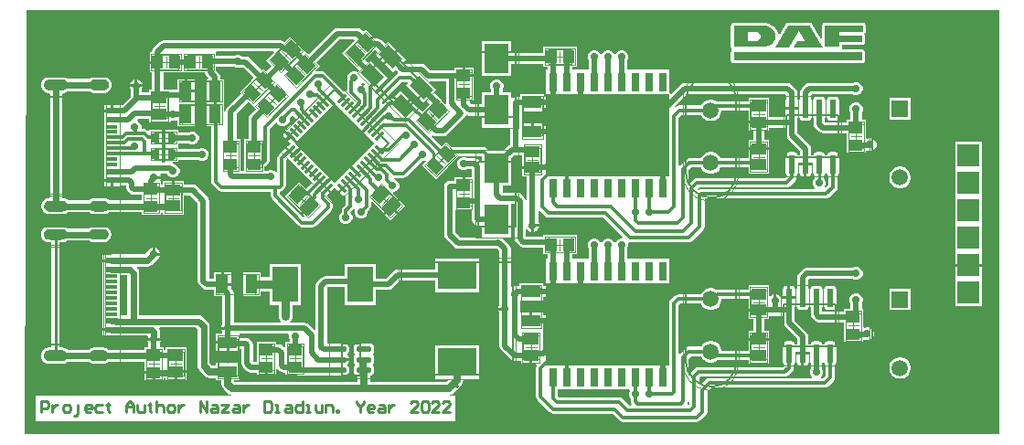
<source format=gtl>
G04*
G04 #@! TF.GenerationSoftware,Altium Limited,Altium Designer,22.1.2 (22)*
G04*
G04 Layer_Physical_Order=1*
G04 Layer_Color=255*
%FSLAX44Y44*%
%MOMM*%
G71*
G04*
G04 #@! TF.SameCoordinates,D73D9505-6E86-4879-9EB9-392C4F9F1875*
G04*
G04*
G04 #@! TF.FilePolarity,Positive*
G04*
G01*
G75*
%ADD10C,0.2000*%
%ADD11C,0.1270*%
%ADD12C,0.5000*%
%ADD13C,0.0000*%
%ADD14C,0.0500*%
%ADD15C,0.2540*%
%ADD16C,0.1000*%
G04:AMPARAMS|DCode=17|XSize=1.01mm|YSize=0.26mm|CornerRadius=0.0325mm|HoleSize=0mm|Usage=FLASHONLY|Rotation=135.000|XOffset=0mm|YOffset=0mm|HoleType=Round|Shape=RoundedRectangle|*
%AMROUNDEDRECTD17*
21,1,1.0100,0.1950,0,0,135.0*
21,1,0.9450,0.2600,0,0,135.0*
1,1,0.0650,-0.2652,0.4031*
1,1,0.0650,0.4031,-0.2652*
1,1,0.0650,0.2652,-0.4031*
1,1,0.0650,-0.4031,0.2652*
%
%ADD17ROUNDEDRECTD17*%
G04:AMPARAMS|DCode=18|XSize=0.26mm|YSize=1.01mm|CornerRadius=0.0325mm|HoleSize=0mm|Usage=FLASHONLY|Rotation=135.000|XOffset=0mm|YOffset=0mm|HoleType=Round|Shape=RoundedRectangle|*
%AMROUNDEDRECTD18*
21,1,0.2600,0.9450,0,0,135.0*
21,1,0.1950,1.0100,0,0,135.0*
1,1,0.0650,0.2652,0.4031*
1,1,0.0650,0.4031,0.2652*
1,1,0.0650,-0.2652,-0.4031*
1,1,0.0650,-0.4031,-0.2652*
%
%ADD18ROUNDEDRECTD18*%
G04:AMPARAMS|DCode=19|XSize=1.4mm|YSize=1.1mm|CornerRadius=0mm|HoleSize=0mm|Usage=FLASHONLY|Rotation=315.000|XOffset=0mm|YOffset=0mm|HoleType=Round|Shape=Rectangle|*
%AMROTATEDRECTD19*
4,1,4,-0.8839,0.1061,-0.1061,0.8839,0.8839,-0.1061,0.1061,-0.8839,-0.8839,0.1061,0.0*
%
%ADD19ROTATEDRECTD19*%

%ADD20R,1.1000X0.6000*%
%ADD21R,1.1000X0.3000*%
%ADD22R,1.0000X1.3000*%
%ADD23R,1.3000X1.0000*%
G04:AMPARAMS|DCode=24|XSize=1.75mm|YSize=0.59mm|CornerRadius=0.0738mm|HoleSize=0mm|Usage=FLASHONLY|Rotation=90.000|XOffset=0mm|YOffset=0mm|HoleType=Round|Shape=RoundedRectangle|*
%AMROUNDEDRECTD24*
21,1,1.7500,0.4425,0,0,90.0*
21,1,1.6025,0.5900,0,0,90.0*
1,1,0.1475,0.2213,0.8012*
1,1,0.1475,0.2213,-0.8012*
1,1,0.1475,-0.2213,-0.8012*
1,1,0.1475,-0.2213,0.8012*
%
%ADD24ROUNDEDRECTD24*%
%ADD25R,1.4000X1.1000*%
%ADD26R,1.7000X1.1000*%
%ADD27R,0.7620X1.7780*%
%ADD28R,2.2000X2.8000*%
G04:AMPARAMS|DCode=29|XSize=1.3mm|YSize=1mm|CornerRadius=0mm|HoleSize=0mm|Usage=FLASHONLY|Rotation=135.000|XOffset=0mm|YOffset=0mm|HoleType=Round|Shape=Rectangle|*
%AMROTATEDRECTD29*
4,1,4,0.8132,-0.1061,0.1061,-0.8132,-0.8132,0.1061,-0.1061,0.8132,0.8132,-0.1061,0.0*
%
%ADD29ROTATEDRECTD29*%

G04:AMPARAMS|DCode=30|XSize=1.4mm|YSize=1.1mm|CornerRadius=0mm|HoleSize=0mm|Usage=FLASHONLY|Rotation=225.000|XOffset=0mm|YOffset=0mm|HoleType=Round|Shape=Rectangle|*
%AMROTATEDRECTD30*
4,1,4,0.1061,0.8839,0.8839,0.1061,-0.1061,-0.8839,-0.8839,-0.1061,0.1061,0.8839,0.0*
%
%ADD30ROTATEDRECTD30*%

G04:AMPARAMS|DCode=31|XSize=1.2mm|YSize=1.8mm|CornerRadius=0mm|HoleSize=0mm|Usage=FLASHONLY|Rotation=45.000|XOffset=0mm|YOffset=0mm|HoleType=Round|Shape=Rectangle|*
%AMROTATEDRECTD31*
4,1,4,0.2121,-1.0607,-1.0607,0.2121,-0.2121,1.0607,1.0607,-0.2121,0.2121,-1.0607,0.0*
%
%ADD31ROTATEDRECTD31*%

%ADD32R,1.1000X1.7000*%
%ADD33R,0.7000X0.9000*%
%ADD34R,3.6000X2.6500*%
G04:AMPARAMS|DCode=35|XSize=1.37mm|YSize=0.59mm|CornerRadius=0.1475mm|HoleSize=0mm|Usage=FLASHONLY|Rotation=180.000|XOffset=0mm|YOffset=0mm|HoleType=Round|Shape=RoundedRectangle|*
%AMROUNDEDRECTD35*
21,1,1.3700,0.2950,0,0,180.0*
21,1,1.0750,0.5900,0,0,180.0*
1,1,0.2950,-0.5375,0.1475*
1,1,0.2950,0.5375,0.1475*
1,1,0.2950,0.5375,-0.1475*
1,1,0.2950,-0.5375,-0.1475*
%
%ADD35ROUNDEDRECTD35*%
%ADD36R,2.4000X3.3000*%
%ADD62P,7.3539X4X180.0*%
%ADD63C,0.6000*%
%ADD64C,0.8000*%
%ADD65C,0.3000*%
%ADD66C,0.3500*%
%ADD67C,0.6500*%
%ADD68O,1.9000X0.9500*%
%ADD69O,1.6000X0.8000*%
%ADD70C,1.5000*%
%ADD71R,1.5000X1.5000*%
%ADD72R,2.0000X2.0000*%
%ADD73C,0.7000*%
G36*
X1174000Y890905D02*
X272019D01*
X271123Y891805D01*
X273050Y1283970D01*
X1174000D01*
Y890905D01*
D02*
G37*
%LPC*%
G36*
X1047380Y1272590D02*
X1012620D01*
X1011629Y1272393D01*
X1010788Y1271831D01*
X1010227Y1270991D01*
X1010030Y1270000D01*
Y1258312D01*
X1008760Y1257757D01*
X1008341Y1258000D01*
X1008191Y1258225D01*
X1008166Y1258351D01*
X1007815Y1258876D01*
X1007814Y1258877D01*
X1007664Y1259103D01*
X1007639Y1259229D01*
X1007288Y1259754D01*
X1007288Y1259755D01*
X1007137Y1259981D01*
X1007112Y1260106D01*
X1006962Y1260332D01*
X1006937Y1260458D01*
X1006586Y1260983D01*
X1006585Y1260984D01*
X1006435Y1261209D01*
X1006410Y1261335D01*
X1006059Y1261860D01*
X1006059Y1261862D01*
X1005908Y1262087D01*
X1005883Y1262213D01*
X1005532Y1262738D01*
X1005532Y1262740D01*
X1005382Y1262965D01*
X1005357Y1263091D01*
X1005006Y1263616D01*
X1005005Y1263618D01*
X1004855Y1263843D01*
X1004830Y1263969D01*
X1004479Y1264494D01*
X1004479Y1264495D01*
X1004328Y1264721D01*
X1004303Y1264846D01*
X1003952Y1265371D01*
X1003952Y1265373D01*
X1003802Y1265598D01*
X1003776Y1265724D01*
X1003426Y1266249D01*
X1003425Y1266251D01*
X1003275Y1266476D01*
X1003250Y1266602D01*
X1003099Y1266827D01*
X1003074Y1266953D01*
X1002723Y1267478D01*
X1002723Y1267480D01*
X1002573Y1267705D01*
X1002548Y1267831D01*
X1002197Y1268356D01*
X1002197Y1268358D01*
X1002046Y1268583D01*
X1002021Y1268709D01*
X1001670Y1269234D01*
X1001670Y1269236D01*
X1001519Y1269461D01*
X1001494Y1269587D01*
X1001143Y1270112D01*
X1001143Y1270113D01*
X1000993Y1270339D01*
X1000968Y1270464D01*
X1000617Y1270989D01*
X1000617Y1270991D01*
X1000055Y1271831D01*
X999215Y1272393D01*
X998224Y1272590D01*
X978561D01*
X977570Y1272393D01*
X976730Y1271831D01*
X976169Y1270991D01*
X976168Y1270989D01*
X975817Y1270464D01*
X975792Y1270339D01*
X975642Y1270113D01*
X975642Y1270112D01*
X975291Y1269587D01*
X975266Y1269461D01*
X975115Y1269236D01*
X975115Y1269234D01*
X974764Y1268709D01*
X974739Y1268583D01*
X974589Y1268358D01*
X974588Y1268356D01*
X974238Y1267831D01*
X974212Y1267705D01*
X974062Y1267480D01*
X974062Y1267478D01*
X973711Y1266953D01*
X973686Y1266827D01*
X973535Y1266602D01*
X973510Y1266476D01*
X973360Y1266251D01*
X973359Y1266249D01*
X973008Y1265724D01*
X972983Y1265598D01*
X972833Y1265373D01*
X972833Y1265371D01*
X972482Y1264846D01*
X972457Y1264721D01*
X972306Y1264495D01*
X972306Y1264494D01*
X971955Y1263969D01*
X971930Y1263843D01*
X971780Y1263618D01*
X971779Y1263616D01*
X971429Y1263091D01*
X971404Y1262965D01*
X971253Y1262740D01*
X971253Y1262738D01*
X970902Y1262213D01*
X970891Y1262159D01*
X970374Y1261829D01*
X969824Y1261954D01*
X969548Y1262102D01*
X968985Y1262537D01*
X968840Y1263267D01*
X968739Y1263417D01*
X968665Y1263793D01*
X968564Y1263944D01*
X968489Y1264320D01*
X968339Y1264545D01*
X968314Y1264671D01*
X968163Y1264896D01*
X968138Y1265022D01*
X967988Y1265247D01*
X967962Y1265373D01*
X967812Y1265599D01*
X967787Y1265724D01*
X967436Y1266249D01*
X967436Y1266251D01*
X966874Y1267091D01*
X966769Y1267161D01*
X966699Y1267267D01*
X966594Y1267337D01*
X966523Y1267442D01*
X966418Y1267513D01*
X966348Y1267618D01*
X966243Y1267688D01*
X966172Y1267793D01*
X966067Y1267864D01*
X965997Y1267969D01*
X965891Y1268039D01*
X965821Y1268145D01*
X965716Y1268215D01*
X965646Y1268320D01*
X965540Y1268390D01*
X965470Y1268496D01*
X965365Y1268566D01*
X965294Y1268671D01*
X965189Y1268742D01*
X965119Y1268847D01*
X964279Y1269408D01*
X964277Y1269408D01*
X963752Y1269759D01*
X963750Y1269760D01*
X963225Y1270110D01*
X963224Y1270111D01*
X962699Y1270462D01*
X962573Y1270487D01*
X962347Y1270637D01*
X962222Y1270662D01*
X961996Y1270813D01*
X961621Y1270887D01*
X961470Y1270988D01*
X961344Y1271013D01*
X961119Y1271164D01*
X960743Y1271238D01*
X960592Y1271339D01*
X960216Y1271414D01*
X960065Y1271515D01*
X959689Y1271590D01*
X959539Y1271690D01*
X958663Y1271865D01*
X958661Y1271866D01*
X957785Y1272040D01*
X957783Y1272041D01*
X956792Y1272239D01*
X956621D01*
X955739Y1272414D01*
X953637D01*
X952754Y1272590D01*
X928176D01*
X927185Y1272393D01*
X926345Y1271831D01*
X926274Y1271726D01*
X926169Y1271656D01*
X925608Y1270816D01*
X925411Y1269824D01*
Y1249811D01*
X925608Y1248820D01*
X926169Y1247980D01*
Y1246902D01*
X925608Y1246062D01*
X925411Y1245071D01*
Y1237346D01*
X925608Y1236355D01*
X926169Y1235515D01*
X927009Y1234953D01*
X928000Y1234756D01*
X1047029D01*
X1048020Y1234953D01*
X1048860Y1235515D01*
X1049422Y1236355D01*
X1049619Y1237346D01*
Y1245071D01*
X1049422Y1246062D01*
X1048860Y1246902D01*
X1048020Y1247463D01*
X1047029Y1247660D01*
X1028932D01*
X1028225Y1248750D01*
X1028201Y1248930D01*
X1028376Y1249811D01*
Y1252137D01*
X1047029D01*
X1048020Y1252334D01*
X1048860Y1252895D01*
X1049422Y1253735D01*
X1049619Y1254726D01*
Y1260520D01*
X1049422Y1261511D01*
X1049039Y1262084D01*
X1049212Y1262200D01*
X1049773Y1263040D01*
X1049970Y1264031D01*
Y1270000D01*
X1049773Y1270991D01*
X1049212Y1271831D01*
X1048371Y1272393D01*
X1047380Y1272590D01*
D02*
G37*
G36*
X579567Y1267519D02*
X561340D01*
X559374Y1267128D01*
X557706Y1266014D01*
X534405Y1242712D01*
X531293Y1245824D01*
X530814Y1246303D01*
X524966Y1252150D01*
X519281Y1246465D01*
X517485Y1248261D01*
X523170Y1253946D01*
X517323Y1259794D01*
X512247Y1254718D01*
X510781Y1255698D01*
X508814Y1256089D01*
X400050D01*
X398083Y1255698D01*
X396416Y1254584D01*
X390956Y1249124D01*
X389842Y1247457D01*
X389451Y1245490D01*
Y1244750D01*
X387050D01*
Y1236980D01*
X394590D01*
Y1234440D01*
X387050D01*
Y1226670D01*
X389451D01*
Y1210610D01*
X386700D01*
Y1207709D01*
X379789D01*
Y1210743D01*
X380662Y1212850D01*
X368638D01*
X369511Y1210743D01*
Y1203720D01*
X369540Y1203577D01*
X361661Y1195699D01*
X359900D01*
Y1196100D01*
X353130D01*
Y1190560D01*
X351860D01*
Y1189290D01*
X343820D01*
Y1185020D01*
Y1172020D01*
Y1162020D01*
Y1152020D01*
Y1142020D01*
Y1129020D01*
Y1127830D01*
X351860D01*
Y1126560D01*
X353130D01*
Y1121020D01*
X359900D01*
Y1121421D01*
X365701D01*
Y1119468D01*
X366092Y1117501D01*
X367206Y1115834D01*
X368694Y1114346D01*
X370361Y1113232D01*
X372328Y1112841D01*
X379580D01*
Y1110440D01*
X379580D01*
Y1109520D01*
X379580D01*
Y1108008D01*
X349416D01*
X349388Y1108045D01*
X349188Y1108215D01*
X349128Y1108249D01*
X349083Y1108300D01*
X348876Y1108460D01*
X348814Y1108490D01*
X348766Y1108539D01*
X348550Y1108688D01*
X348487Y1108715D01*
X348436Y1108761D01*
X348213Y1108898D01*
X348149Y1108922D01*
X348096Y1108966D01*
X347866Y1109091D01*
X347800Y1109111D01*
X347745Y1109153D01*
X347508Y1109265D01*
X347442Y1109282D01*
X347385Y1109320D01*
X347143Y1109420D01*
X347076Y1109434D01*
X347016Y1109469D01*
X346770Y1109557D01*
X346702Y1109566D01*
X346641Y1109598D01*
X346390Y1109673D01*
X346321Y1109679D01*
X346259Y1109708D01*
X346004Y1109769D01*
X345936Y1109772D01*
X345872Y1109797D01*
X345614Y1109845D01*
X345545Y1109844D01*
X345480Y1109866D01*
X345221Y1109900D01*
X345152Y1109896D01*
X345086Y1109914D01*
X344825Y1109935D01*
X344757Y1109927D01*
X344689Y1109942D01*
X344428Y1109949D01*
X344394Y1109943D01*
X344360Y1109950D01*
X336360D01*
X336326Y1109943D01*
X336292Y1109949D01*
X336031Y1109942D01*
X335964Y1109927D01*
X335895Y1109935D01*
X335634Y1109914D01*
X335568Y1109896D01*
X335499Y1109900D01*
X335240Y1109866D01*
X335175Y1109844D01*
X335106Y1109845D01*
X334849Y1109797D01*
X334785Y1109772D01*
X334716Y1109769D01*
X334461Y1109708D01*
X334399Y1109679D01*
X334330Y1109673D01*
X334079Y1109598D01*
X334019Y1109566D01*
X333951Y1109557D01*
X333704Y1109469D01*
X333645Y1109434D01*
X333577Y1109420D01*
X333335Y1109320D01*
X333278Y1109282D01*
X333212Y1109265D01*
X332975Y1109153D01*
X332920Y1109111D01*
X332854Y1109091D01*
X332624Y1108966D01*
X332571Y1108922D01*
X332507Y1108898D01*
X332284Y1108762D01*
X332233Y1108715D01*
X332170Y1108688D01*
X331954Y1108539D01*
X331906Y1108490D01*
X331844Y1108460D01*
X331637Y1108300D01*
X331591Y1108249D01*
X331531Y1108215D01*
X331333Y1108045D01*
X331304Y1108008D01*
X311416D01*
X311388Y1108045D01*
X311189Y1108215D01*
X311129Y1108249D01*
X311083Y1108300D01*
X310875Y1108460D01*
X310814Y1108490D01*
X310766Y1108539D01*
X310550Y1108688D01*
X310487Y1108715D01*
X310436Y1108761D01*
X310213Y1108898D01*
X310149Y1108922D01*
X310096Y1108966D01*
X309866Y1109091D01*
X309800Y1109111D01*
X309745Y1109153D01*
X309508Y1109265D01*
X309442Y1109282D01*
X309385Y1109320D01*
X309143Y1109420D01*
X309076Y1109434D01*
X309016Y1109469D01*
X308770Y1109557D01*
X308701Y1109566D01*
X308641Y1109598D01*
X308390Y1109673D01*
X308321Y1109679D01*
X308259Y1109708D01*
X308004Y1109769D01*
X307936Y1109772D01*
X307871Y1109797D01*
X307614Y1109845D01*
X307545Y1109844D01*
X307480Y1109866D01*
X307221Y1109900D01*
X306763Y1110005D01*
X306156Y1110687D01*
X306008Y1111087D01*
Y1206033D01*
X306156Y1206433D01*
X306763Y1207115D01*
X307221Y1207220D01*
X307480Y1207254D01*
X307545Y1207276D01*
X307614Y1207275D01*
X307871Y1207323D01*
X307935Y1207348D01*
X308004Y1207351D01*
X308259Y1207412D01*
X308321Y1207441D01*
X308390Y1207447D01*
X308641Y1207522D01*
X308701Y1207554D01*
X308770Y1207563D01*
X309016Y1207651D01*
X309075Y1207686D01*
X309143Y1207700D01*
X309385Y1207800D01*
X309442Y1207838D01*
X309508Y1207855D01*
X309745Y1207967D01*
X309800Y1208009D01*
X309866Y1208029D01*
X310096Y1208154D01*
X310149Y1208198D01*
X310213Y1208222D01*
X310436Y1208359D01*
X310487Y1208405D01*
X310550Y1208432D01*
X310766Y1208581D01*
X310814Y1208630D01*
X310875Y1208660D01*
X311083Y1208820D01*
X311129Y1208871D01*
X311189Y1208905D01*
X311388Y1209075D01*
X311416Y1209111D01*
X331304D01*
X331333Y1209075D01*
X331531Y1208905D01*
X331591Y1208871D01*
X331637Y1208820D01*
X331844Y1208660D01*
X331906Y1208630D01*
X331954Y1208581D01*
X332170Y1208432D01*
X332233Y1208405D01*
X332284Y1208359D01*
X332507Y1208222D01*
X332571Y1208198D01*
X332624Y1208154D01*
X332854Y1208029D01*
X332920Y1208009D01*
X332975Y1207967D01*
X333212Y1207855D01*
X333278Y1207838D01*
X333335Y1207800D01*
X333577Y1207700D01*
X333645Y1207686D01*
X333704Y1207651D01*
X333951Y1207563D01*
X334019Y1207554D01*
X334079Y1207522D01*
X334330Y1207447D01*
X334399Y1207441D01*
X334461Y1207412D01*
X334716Y1207351D01*
X334785Y1207348D01*
X334849Y1207323D01*
X335106Y1207275D01*
X335175Y1207276D01*
X335240Y1207254D01*
X335499Y1207220D01*
X335568Y1207224D01*
X335634Y1207206D01*
X335895Y1207185D01*
X335964Y1207193D01*
X336031Y1207178D01*
X336292Y1207171D01*
X336326Y1207177D01*
X336360Y1207170D01*
X344360D01*
X344394Y1207177D01*
X344428Y1207171D01*
X344689Y1207178D01*
X344757Y1207193D01*
X344825Y1207185D01*
X345086Y1207206D01*
X345152Y1207224D01*
X345221Y1207220D01*
X345480Y1207254D01*
X345545Y1207276D01*
X345614Y1207275D01*
X345872Y1207323D01*
X345935Y1207348D01*
X346004Y1207351D01*
X346259Y1207412D01*
X346321Y1207441D01*
X346390Y1207447D01*
X346641Y1207522D01*
X346702Y1207554D01*
X346770Y1207563D01*
X347016Y1207651D01*
X347075Y1207686D01*
X347143Y1207700D01*
X347385Y1207800D01*
X347442Y1207838D01*
X347508Y1207855D01*
X347745Y1207967D01*
X347800Y1208009D01*
X347866Y1208029D01*
X348096Y1208154D01*
X348149Y1208198D01*
X348213Y1208222D01*
X348436Y1208359D01*
X348487Y1208405D01*
X348550Y1208432D01*
X348766Y1208581D01*
X348814Y1208630D01*
X348876Y1208660D01*
X349083Y1208820D01*
X349128Y1208871D01*
X349188Y1208905D01*
X349388Y1209075D01*
X349430Y1209129D01*
X349488Y1209166D01*
X349678Y1209346D01*
X349718Y1209402D01*
X349774Y1209442D01*
X349954Y1209632D01*
X349991Y1209690D01*
X350045Y1209732D01*
X350215Y1209931D01*
X350249Y1209992D01*
X350300Y1210037D01*
X350460Y1210245D01*
X350490Y1210306D01*
X350539Y1210354D01*
X350688Y1210570D01*
X350715Y1210633D01*
X350761Y1210684D01*
X350898Y1210907D01*
X350922Y1210971D01*
X350966Y1211024D01*
X351091Y1211254D01*
X351111Y1211320D01*
X351152Y1211375D01*
X351265Y1211611D01*
X351282Y1211678D01*
X351320Y1211735D01*
X351421Y1211977D01*
X351434Y1212045D01*
X351469Y1212104D01*
X351557Y1212350D01*
X351566Y1212419D01*
X351598Y1212479D01*
X351673Y1212730D01*
X351679Y1212799D01*
X351708Y1212861D01*
X351769Y1213116D01*
X351772Y1213185D01*
X351797Y1213249D01*
X351845Y1213506D01*
X351844Y1213575D01*
X351866Y1213640D01*
X351900Y1213899D01*
X351896Y1213968D01*
X351914Y1214034D01*
X351935Y1214295D01*
X351927Y1214363D01*
X351942Y1214430D01*
X351949Y1214692D01*
X351937Y1214760D01*
X351949Y1214828D01*
X351942Y1215089D01*
X351927Y1215157D01*
X351935Y1215225D01*
X351914Y1215486D01*
X351896Y1215552D01*
X351900Y1215621D01*
X351866Y1215880D01*
X351844Y1215945D01*
X351845Y1216014D01*
X351797Y1216272D01*
X351772Y1216335D01*
X351769Y1216404D01*
X351708Y1216659D01*
X351679Y1216721D01*
X351673Y1216790D01*
X351598Y1217041D01*
X351566Y1217102D01*
X351557Y1217170D01*
X351469Y1217416D01*
X351434Y1217475D01*
X351421Y1217543D01*
X351320Y1217785D01*
X351282Y1217842D01*
X351265Y1217909D01*
X351152Y1218145D01*
X351111Y1218200D01*
X351091Y1218266D01*
X350966Y1218496D01*
X350922Y1218549D01*
X350898Y1218613D01*
X350761Y1218836D01*
X350715Y1218887D01*
X350688Y1218950D01*
X350539Y1219166D01*
X350490Y1219214D01*
X350460Y1219276D01*
X350300Y1219483D01*
X350249Y1219529D01*
X350215Y1219588D01*
X350045Y1219788D01*
X349991Y1219830D01*
X349954Y1219888D01*
X349774Y1220078D01*
X349718Y1220118D01*
X349678Y1220174D01*
X349488Y1220354D01*
X349430Y1220391D01*
X349388Y1220445D01*
X349188Y1220615D01*
X349128Y1220649D01*
X349083Y1220700D01*
X348876Y1220860D01*
X348814Y1220890D01*
X348766Y1220939D01*
X348550Y1221088D01*
X348487Y1221115D01*
X348436Y1221161D01*
X348213Y1221298D01*
X348149Y1221322D01*
X348096Y1221366D01*
X347866Y1221491D01*
X347800Y1221511D01*
X347745Y1221553D01*
X347509Y1221665D01*
X347442Y1221682D01*
X347385Y1221720D01*
X347143Y1221821D01*
X347076Y1221834D01*
X347016Y1221869D01*
X346770Y1221956D01*
X346702Y1221966D01*
X346641Y1221998D01*
X346390Y1222073D01*
X346321Y1222079D01*
X346259Y1222108D01*
X346004Y1222169D01*
X345936Y1222172D01*
X345872Y1222197D01*
X345614Y1222245D01*
X345545Y1222244D01*
X345480Y1222266D01*
X345221Y1222300D01*
X345152Y1222296D01*
X345086Y1222314D01*
X344825Y1222335D01*
X344757Y1222327D01*
X344689Y1222342D01*
X344428Y1222349D01*
X344394Y1222343D01*
X344360Y1222350D01*
X336360D01*
X336326Y1222343D01*
X336292Y1222349D01*
X336031Y1222342D01*
X335963Y1222327D01*
X335895Y1222335D01*
X335634Y1222314D01*
X335568Y1222296D01*
X335499Y1222300D01*
X335240Y1222266D01*
X335175Y1222244D01*
X335106Y1222245D01*
X334849Y1222197D01*
X334785Y1222172D01*
X334716Y1222169D01*
X334461Y1222108D01*
X334399Y1222079D01*
X334330Y1222073D01*
X334079Y1221998D01*
X334019Y1221966D01*
X333951Y1221956D01*
X333704Y1221869D01*
X333645Y1221834D01*
X333577Y1221821D01*
X333335Y1221720D01*
X333278Y1221682D01*
X333211Y1221665D01*
X332975Y1221553D01*
X332920Y1221511D01*
X332854Y1221491D01*
X332624Y1221366D01*
X332571Y1221322D01*
X332507Y1221298D01*
X332284Y1221161D01*
X332233Y1221115D01*
X332170Y1221088D01*
X331954Y1220939D01*
X331906Y1220890D01*
X331844Y1220860D01*
X331637Y1220700D01*
X331591Y1220649D01*
X331531Y1220615D01*
X331333Y1220445D01*
X331304Y1220408D01*
X311416D01*
X311388Y1220445D01*
X311189Y1220615D01*
X311129Y1220649D01*
X311083Y1220700D01*
X310875Y1220860D01*
X310814Y1220890D01*
X310766Y1220939D01*
X310550Y1221088D01*
X310487Y1221115D01*
X310436Y1221161D01*
X310213Y1221298D01*
X310149Y1221322D01*
X310096Y1221366D01*
X309866Y1221491D01*
X309800Y1221511D01*
X309745Y1221553D01*
X309509Y1221665D01*
X309442Y1221682D01*
X309385Y1221720D01*
X309143Y1221821D01*
X309076Y1221834D01*
X309016Y1221869D01*
X308770Y1221956D01*
X308701Y1221966D01*
X308641Y1221998D01*
X308390Y1222073D01*
X308321Y1222079D01*
X308259Y1222108D01*
X308004Y1222169D01*
X307936Y1222172D01*
X307871Y1222197D01*
X307614Y1222245D01*
X307545Y1222244D01*
X307480Y1222266D01*
X307221Y1222300D01*
X307152Y1222296D01*
X307086Y1222314D01*
X306825Y1222335D01*
X306757Y1222327D01*
X306689Y1222342D01*
X306428Y1222349D01*
X306394Y1222343D01*
X306360Y1222350D01*
X294360D01*
X294326Y1222343D01*
X294292Y1222349D01*
X294030Y1222342D01*
X293963Y1222327D01*
X293895Y1222335D01*
X293634Y1222314D01*
X293568Y1222296D01*
X293499Y1222300D01*
X293240Y1222266D01*
X293175Y1222244D01*
X293106Y1222245D01*
X292848Y1222197D01*
X292785Y1222172D01*
X292716Y1222169D01*
X292461Y1222108D01*
X292399Y1222079D01*
X292330Y1222073D01*
X292079Y1221998D01*
X292019Y1221966D01*
X291950Y1221956D01*
X291704Y1221869D01*
X291645Y1221834D01*
X291577Y1221821D01*
X291335Y1221720D01*
X291278Y1221682D01*
X291211Y1221665D01*
X290975Y1221553D01*
X290920Y1221511D01*
X290854Y1221491D01*
X290624Y1221366D01*
X290571Y1221322D01*
X290507Y1221298D01*
X290284Y1221161D01*
X290233Y1221115D01*
X290170Y1221088D01*
X289954Y1220939D01*
X289906Y1220890D01*
X289844Y1220860D01*
X289637Y1220700D01*
X289592Y1220649D01*
X289532Y1220615D01*
X289333Y1220445D01*
X289290Y1220391D01*
X289232Y1220354D01*
X289042Y1220174D01*
X289002Y1220118D01*
X288946Y1220078D01*
X288766Y1219888D01*
X288729Y1219830D01*
X288675Y1219788D01*
X288505Y1219588D01*
X288471Y1219529D01*
X288420Y1219483D01*
X288260Y1219276D01*
X288230Y1219214D01*
X288181Y1219166D01*
X288032Y1218950D01*
X288005Y1218887D01*
X287959Y1218836D01*
X287822Y1218613D01*
X287798Y1218549D01*
X287754Y1218496D01*
X287629Y1218266D01*
X287609Y1218200D01*
X287568Y1218145D01*
X287455Y1217909D01*
X287438Y1217842D01*
X287400Y1217785D01*
X287299Y1217543D01*
X287286Y1217475D01*
X287251Y1217416D01*
X287164Y1217170D01*
X287154Y1217102D01*
X287122Y1217041D01*
X287047Y1216790D01*
X287041Y1216721D01*
X287012Y1216659D01*
X286951Y1216404D01*
X286948Y1216336D01*
X286923Y1216272D01*
X286875Y1216014D01*
X286876Y1215945D01*
X286854Y1215880D01*
X286820Y1215621D01*
X286824Y1215552D01*
X286806Y1215486D01*
X286785Y1215225D01*
X286793Y1215157D01*
X286778Y1215089D01*
X286771Y1214828D01*
X286783Y1214760D01*
X286771Y1214692D01*
X286778Y1214430D01*
X286793Y1214363D01*
X286785Y1214295D01*
X286806Y1214034D01*
X286824Y1213968D01*
X286820Y1213899D01*
X286854Y1213640D01*
X286876Y1213575D01*
X286875Y1213506D01*
X286923Y1213249D01*
X286948Y1213185D01*
X286951Y1213116D01*
X287012Y1212861D01*
X287041Y1212799D01*
X287047Y1212730D01*
X287122Y1212479D01*
X287154Y1212419D01*
X287164Y1212350D01*
X287251Y1212104D01*
X287286Y1212045D01*
X287299Y1211977D01*
X287400Y1211735D01*
X287438Y1211678D01*
X287455Y1211611D01*
X287568Y1211375D01*
X287609Y1211320D01*
X287629Y1211254D01*
X287754Y1211024D01*
X287798Y1210971D01*
X287822Y1210907D01*
X287959Y1210684D01*
X288005Y1210633D01*
X288032Y1210570D01*
X288181Y1210354D01*
X288230Y1210306D01*
X288260Y1210245D01*
X288420Y1210037D01*
X288471Y1209992D01*
X288505Y1209931D01*
X288675Y1209732D01*
X288729Y1209690D01*
X288766Y1209632D01*
X288946Y1209442D01*
X289002Y1209402D01*
X289042Y1209346D01*
X289232Y1209166D01*
X289290Y1209129D01*
X289333Y1209075D01*
X289532Y1208905D01*
X289592Y1208871D01*
X289637Y1208820D01*
X289844Y1208660D01*
X289906Y1208630D01*
X289954Y1208581D01*
X290170Y1208432D01*
X290233Y1208405D01*
X290284Y1208359D01*
X290507Y1208222D01*
X290571Y1208198D01*
X290624Y1208154D01*
X290854Y1208029D01*
X290920Y1208009D01*
X290975Y1207967D01*
X291212Y1207855D01*
X291278Y1207838D01*
X291335Y1207800D01*
X291577Y1207700D01*
X291645Y1207686D01*
X291704Y1207651D01*
X291950Y1207563D01*
X292019Y1207554D01*
X292079Y1207522D01*
X292330Y1207447D01*
X292399Y1207441D01*
X292461Y1207412D01*
X292716Y1207351D01*
X292785Y1207348D01*
X292848Y1207323D01*
X293106Y1207275D01*
X293175Y1207276D01*
X293240Y1207254D01*
X293499Y1207220D01*
X293958Y1207115D01*
X294564Y1206433D01*
X294711Y1206033D01*
Y1111087D01*
X294564Y1110687D01*
X293958Y1110005D01*
X293499Y1109900D01*
X293240Y1109866D01*
X293175Y1109844D01*
X293106Y1109845D01*
X292848Y1109797D01*
X292785Y1109772D01*
X292716Y1109769D01*
X292461Y1109708D01*
X292399Y1109679D01*
X292330Y1109673D01*
X292079Y1109598D01*
X292019Y1109566D01*
X291950Y1109557D01*
X291704Y1109469D01*
X291645Y1109434D01*
X291577Y1109420D01*
X291335Y1109320D01*
X291278Y1109282D01*
X291212Y1109265D01*
X290975Y1109153D01*
X290920Y1109111D01*
X290854Y1109091D01*
X290624Y1108966D01*
X290571Y1108922D01*
X290507Y1108898D01*
X290284Y1108761D01*
X290233Y1108715D01*
X290170Y1108688D01*
X289954Y1108539D01*
X289906Y1108490D01*
X289844Y1108460D01*
X289637Y1108300D01*
X289592Y1108249D01*
X289532Y1108215D01*
X289333Y1108045D01*
X289290Y1107991D01*
X289232Y1107954D01*
X289042Y1107774D01*
X289002Y1107718D01*
X288946Y1107678D01*
X288766Y1107488D01*
X288729Y1107430D01*
X288675Y1107388D01*
X288505Y1107189D01*
X288471Y1107129D01*
X288420Y1107083D01*
X288260Y1106875D01*
X288230Y1106814D01*
X288181Y1106766D01*
X288032Y1106550D01*
X288005Y1106487D01*
X287959Y1106436D01*
X287822Y1106213D01*
X287798Y1106149D01*
X287754Y1106096D01*
X287629Y1105866D01*
X287609Y1105800D01*
X287568Y1105745D01*
X287455Y1105509D01*
X287438Y1105442D01*
X287400Y1105385D01*
X287299Y1105143D01*
X287286Y1105075D01*
X287251Y1105016D01*
X287164Y1104770D01*
X287154Y1104702D01*
X287122Y1104641D01*
X287047Y1104390D01*
X287041Y1104321D01*
X287012Y1104259D01*
X286951Y1104004D01*
X286948Y1103935D01*
X286923Y1103872D01*
X286875Y1103614D01*
X286876Y1103545D01*
X286854Y1103480D01*
X286820Y1103221D01*
X286824Y1103152D01*
X286806Y1103086D01*
X286785Y1102825D01*
X286793Y1102757D01*
X286778Y1102690D01*
X286771Y1102428D01*
X286783Y1102360D01*
X286771Y1102292D01*
X286778Y1102030D01*
X286793Y1101963D01*
X286785Y1101895D01*
X286806Y1101634D01*
X286824Y1101568D01*
X286820Y1101499D01*
X286854Y1101240D01*
X286876Y1101175D01*
X286875Y1101106D01*
X286923Y1100848D01*
X286948Y1100785D01*
X286951Y1100716D01*
X287012Y1100461D01*
X287041Y1100399D01*
X287047Y1100330D01*
X287122Y1100079D01*
X287154Y1100018D01*
X287164Y1099950D01*
X287251Y1099704D01*
X287286Y1099645D01*
X287299Y1099577D01*
X287400Y1099335D01*
X287438Y1099278D01*
X287455Y1099211D01*
X287568Y1098975D01*
X287609Y1098920D01*
X287629Y1098854D01*
X287754Y1098624D01*
X287798Y1098571D01*
X287822Y1098507D01*
X287959Y1098284D01*
X288005Y1098233D01*
X288032Y1098170D01*
X288181Y1097954D01*
X288230Y1097906D01*
X288260Y1097844D01*
X288420Y1097637D01*
X288471Y1097591D01*
X288505Y1097532D01*
X288675Y1097333D01*
X288729Y1097290D01*
X288766Y1097232D01*
X288946Y1097042D01*
X289002Y1097002D01*
X289042Y1096946D01*
X289232Y1096766D01*
X289290Y1096729D01*
X289333Y1096675D01*
X289532Y1096505D01*
X289592Y1096471D01*
X289637Y1096420D01*
X289844Y1096260D01*
X289906Y1096230D01*
X289954Y1096181D01*
X290170Y1096032D01*
X290233Y1096005D01*
X290284Y1095958D01*
X290507Y1095822D01*
X290571Y1095798D01*
X290624Y1095754D01*
X290854Y1095629D01*
X290920Y1095609D01*
X290975Y1095567D01*
X291211Y1095455D01*
X291278Y1095438D01*
X291335Y1095400D01*
X291577Y1095300D01*
X291645Y1095286D01*
X291704Y1095251D01*
X291950Y1095163D01*
X292019Y1095154D01*
X292079Y1095122D01*
X292330Y1095047D01*
X292399Y1095041D01*
X292461Y1095012D01*
X292716Y1094951D01*
X292785Y1094948D01*
X292848Y1094923D01*
X293106Y1094875D01*
X293175Y1094876D01*
X293240Y1094854D01*
X293499Y1094820D01*
X293568Y1094824D01*
X293634Y1094806D01*
X293895Y1094785D01*
X293963Y1094793D01*
X294030Y1094778D01*
X294292Y1094771D01*
X294326Y1094777D01*
X294360Y1094770D01*
X306360D01*
X306394Y1094777D01*
X306428Y1094771D01*
X306689Y1094778D01*
X306757Y1094793D01*
X306825Y1094785D01*
X307086Y1094806D01*
X307152Y1094824D01*
X307221Y1094820D01*
X307480Y1094854D01*
X307545Y1094876D01*
X307614Y1094875D01*
X307871Y1094923D01*
X307935Y1094948D01*
X308004Y1094951D01*
X308259Y1095012D01*
X308321Y1095041D01*
X308390Y1095047D01*
X308641Y1095122D01*
X308701Y1095154D01*
X308770Y1095163D01*
X309016Y1095251D01*
X309075Y1095286D01*
X309143Y1095300D01*
X309385Y1095400D01*
X309442Y1095438D01*
X309509Y1095455D01*
X309745Y1095567D01*
X309800Y1095609D01*
X309866Y1095629D01*
X310096Y1095754D01*
X310149Y1095798D01*
X310213Y1095822D01*
X310436Y1095958D01*
X310487Y1096005D01*
X310550Y1096032D01*
X310766Y1096181D01*
X310814Y1096230D01*
X310875Y1096260D01*
X311083Y1096420D01*
X311129Y1096471D01*
X311189Y1096505D01*
X311388Y1096675D01*
X311416Y1096712D01*
X331304D01*
X331333Y1096675D01*
X331531Y1096505D01*
X331591Y1096471D01*
X331637Y1096420D01*
X331844Y1096260D01*
X331906Y1096230D01*
X331954Y1096181D01*
X332170Y1096032D01*
X332233Y1096005D01*
X332284Y1095958D01*
X332507Y1095822D01*
X332571Y1095798D01*
X332624Y1095754D01*
X332854Y1095629D01*
X332920Y1095609D01*
X332975Y1095567D01*
X333211Y1095455D01*
X333278Y1095438D01*
X333335Y1095400D01*
X333577Y1095300D01*
X333645Y1095286D01*
X333704Y1095251D01*
X333951Y1095163D01*
X334019Y1095154D01*
X334079Y1095122D01*
X334330Y1095047D01*
X334399Y1095041D01*
X334461Y1095012D01*
X334716Y1094951D01*
X334785Y1094948D01*
X334849Y1094923D01*
X335106Y1094875D01*
X335175Y1094876D01*
X335240Y1094854D01*
X335499Y1094820D01*
X335568Y1094824D01*
X335634Y1094806D01*
X335895Y1094785D01*
X335963Y1094793D01*
X336031Y1094778D01*
X336292Y1094771D01*
X336326Y1094777D01*
X336360Y1094770D01*
X344360D01*
X344394Y1094777D01*
X344428Y1094771D01*
X344689Y1094778D01*
X344757Y1094793D01*
X344825Y1094785D01*
X345086Y1094806D01*
X345152Y1094824D01*
X345221Y1094820D01*
X345480Y1094854D01*
X345545Y1094876D01*
X345614Y1094875D01*
X345872Y1094923D01*
X345935Y1094948D01*
X346004Y1094951D01*
X346259Y1095012D01*
X346321Y1095041D01*
X346390Y1095047D01*
X346641Y1095122D01*
X346702Y1095154D01*
X346770Y1095163D01*
X347016Y1095251D01*
X347075Y1095286D01*
X347143Y1095300D01*
X347385Y1095400D01*
X347442Y1095438D01*
X347509Y1095455D01*
X347745Y1095567D01*
X347800Y1095609D01*
X347866Y1095629D01*
X348096Y1095754D01*
X348149Y1095798D01*
X348213Y1095822D01*
X348436Y1095958D01*
X348487Y1096005D01*
X348550Y1096032D01*
X348766Y1096181D01*
X348814Y1096230D01*
X348876Y1096260D01*
X349083Y1096420D01*
X349128Y1096471D01*
X349188Y1096505D01*
X349388Y1096675D01*
X349416Y1096712D01*
X379580D01*
Y1094440D01*
X397660D01*
Y1096331D01*
X399400D01*
Y1094440D01*
X418480D01*
Y1109440D01*
Y1112341D01*
X424711D01*
X431741Y1105312D01*
Y1032929D01*
X432132Y1030962D01*
X433246Y1029295D01*
X436175Y1026366D01*
X437842Y1025252D01*
X439809Y1024861D01*
X446460D01*
Y1018960D01*
X454601D01*
Y992707D01*
X453728Y990600D01*
X459740D01*
Y988060D01*
X453728D01*
X454601Y985953D01*
Y984200D01*
X448700D01*
Y977430D01*
X459740D01*
Y976160D01*
X461010D01*
Y968120D01*
X470780D01*
Y970221D01*
X472381D01*
Y956310D01*
X472772Y954343D01*
X473886Y952676D01*
X476806Y949756D01*
X478474Y948642D01*
X480440Y948251D01*
X486260D01*
Y945850D01*
X494030D01*
Y953390D01*
X496570D01*
Y945850D01*
X504340D01*
Y951061D01*
X505610Y951446D01*
X505636Y951406D01*
X507286Y949756D01*
X508954Y948642D01*
X510920Y948251D01*
X512930D01*
Y945850D01*
X522886D01*
X524740Y945481D01*
X555221D01*
X555398Y945363D01*
X556965Y945051D01*
X567715D01*
X569282Y945363D01*
X570610Y946250D01*
X571497Y947578D01*
X571809Y949145D01*
Y952095D01*
X571497Y953662D01*
X570610Y954990D01*
Y955750D01*
X571497Y957078D01*
X571809Y958645D01*
Y958850D01*
X562340D01*
Y961390D01*
X571809D01*
Y961595D01*
X571497Y963162D01*
X570610Y964490D01*
Y965250D01*
X571497Y966578D01*
X571809Y968145D01*
Y971095D01*
X571497Y972662D01*
X570610Y973990D01*
X569282Y974877D01*
X567715Y975189D01*
X556965D01*
X555398Y974877D01*
X555221Y974759D01*
X551239D01*
Y1026572D01*
X552038Y1027371D01*
X567580D01*
Y1010930D01*
X596660D01*
Y1024831D01*
X608330D01*
X610297Y1025222D01*
X611964Y1026336D01*
X619348Y1033721D01*
X651290D01*
Y1022680D01*
X692370D01*
Y1054260D01*
X651290D01*
Y1043999D01*
X617220D01*
X615253Y1043608D01*
X613586Y1042494D01*
X606202Y1035109D01*
X596660D01*
Y1049010D01*
X567580D01*
Y1037649D01*
X549910D01*
X547943Y1037258D01*
X546276Y1036144D01*
X542466Y1032334D01*
X541352Y1030667D01*
X540961Y1028700D01*
Y988292D01*
X539691Y987766D01*
X534494Y992964D01*
X532826Y994078D01*
X530860Y994469D01*
X517710D01*
X517279Y995739D01*
X517744Y996096D01*
X518793Y997462D01*
X519452Y999053D01*
X519676Y1000760D01*
Y1010930D01*
X527160D01*
Y1049010D01*
X498080D01*
Y1036596D01*
X489540D01*
Y1041040D01*
X473460D01*
Y1018960D01*
X489540D01*
Y1023404D01*
X498080D01*
Y1010930D01*
X506484D01*
Y1000760D01*
X506708Y999053D01*
X507367Y997462D01*
X508416Y996096D01*
X508881Y995739D01*
X508450Y994469D01*
X464879D01*
Y1021760D01*
X464488Y1023727D01*
X463374Y1025394D01*
X462540Y1026227D01*
Y1028730D01*
X454500D01*
Y1030000D01*
X453230D01*
Y1041040D01*
X446460D01*
Y1035139D01*
X442019D01*
Y1107440D01*
X441628Y1109407D01*
X440514Y1111074D01*
X430474Y1121114D01*
X428806Y1122228D01*
X426840Y1122619D01*
X418480D01*
Y1125520D01*
X410210D01*
Y1117480D01*
X407670D01*
Y1125520D01*
X399400D01*
Y1122619D01*
X397660D01*
Y1125520D01*
X397618D01*
X396770Y1126790D01*
X397172Y1127760D01*
X391160D01*
Y1130300D01*
X397172D01*
X396670Y1131511D01*
X397519Y1132781D01*
X403479D01*
X403820Y1131959D01*
X405519Y1130259D01*
X407739Y1129340D01*
X410141D01*
X412361Y1130259D01*
X414061Y1131959D01*
X414980Y1134179D01*
Y1136581D01*
X414061Y1138801D01*
X412361Y1140500D01*
X410141Y1141420D01*
X409626D01*
X409492Y1141554D01*
X408360Y1142310D01*
X408746Y1143580D01*
X413590D01*
Y1145481D01*
X432233D01*
X434409Y1144580D01*
X436811D01*
X439031Y1145499D01*
X440731Y1147199D01*
X441650Y1149419D01*
Y1151821D01*
X440731Y1154041D01*
X439031Y1155741D01*
X436811Y1156660D01*
X434409D01*
X432233Y1155759D01*
X413590D01*
Y1157550D01*
X413590Y1157660D01*
Y1158820D01*
X413590Y1158930D01*
Y1160721D01*
X423343D01*
X425519Y1159820D01*
X427921D01*
X430141Y1160740D01*
X431841Y1162439D01*
X432760Y1164659D01*
Y1167061D01*
X431841Y1169281D01*
X430141Y1170981D01*
X427921Y1171900D01*
X425519D01*
X423343Y1170999D01*
X413590D01*
Y1172900D01*
X401510D01*
Y1158930D01*
X401510Y1158820D01*
Y1157660D01*
X401510Y1157550D01*
Y1144329D01*
X401510Y1143580D01*
X400456Y1143059D01*
X399644D01*
X398590Y1143580D01*
Y1157660D01*
X398590D01*
Y1158820D01*
X398590D01*
Y1172900D01*
X386510D01*
Y1172900D01*
X385347Y1172418D01*
X385183Y1172583D01*
X383846Y1173476D01*
X382270Y1173789D01*
X380108D01*
X379420Y1174819D01*
Y1177221D01*
X378501Y1179441D01*
X376801Y1181141D01*
X376030Y1181460D01*
X375701Y1182881D01*
X376294Y1183581D01*
X386700D01*
Y1179530D01*
X405780D01*
Y1181008D01*
X406836Y1181713D01*
X407279Y1181530D01*
X409682D01*
X411530Y1182296D01*
X412800Y1181715D01*
Y1176410D01*
X428880D01*
Y1198000D01*
Y1207770D01*
X420840D01*
Y1209040D01*
X419570D01*
Y1220080D01*
X412800D01*
Y1210709D01*
X399729D01*
Y1226670D01*
X401780D01*
X402130Y1226670D01*
X403050D01*
X403400Y1226670D01*
X432260D01*
X432610Y1226670D01*
X433530D01*
X433880Y1226670D01*
X438431D01*
Y1226125D01*
X438822Y1224158D01*
X439936Y1222491D01*
X441174Y1221253D01*
X440688Y1220080D01*
X439800D01*
Y1198000D01*
Y1176410D01*
X444191D01*
Y1125220D01*
X444504Y1123644D01*
X445397Y1122307D01*
X450477Y1117227D01*
X451814Y1116334D01*
X453390Y1116021D01*
X499410D01*
Y1111911D01*
X499724Y1110335D01*
X500616Y1108998D01*
X525407Y1084207D01*
X526744Y1083314D01*
X528320Y1083001D01*
X538480D01*
X540056Y1083314D01*
X541393Y1084207D01*
X555363Y1098177D01*
X556256Y1099514D01*
X556569Y1101090D01*
Y1104900D01*
X556256Y1106476D01*
X555363Y1107813D01*
X551961Y1111214D01*
Y1112761D01*
X555632Y1116431D01*
X556267Y1117381D01*
X558800Y1119915D01*
X565467Y1113248D01*
X566415Y1112614D01*
X567533Y1112392D01*
X568651Y1111319D01*
Y1104066D01*
X566047Y1101463D01*
X565154Y1100126D01*
X564841Y1098550D01*
Y1096623D01*
X563839Y1095621D01*
X562920Y1093401D01*
Y1090999D01*
X563839Y1088779D01*
X565539Y1087079D01*
X567759Y1086160D01*
X570161D01*
X572381Y1087079D01*
X574081Y1088779D01*
X575000Y1090999D01*
Y1093401D01*
X574081Y1095621D01*
X573079Y1096623D01*
Y1096844D01*
X575683Y1099447D01*
X576244Y1100287D01*
X576311Y1100355D01*
X577400Y1099773D01*
X577352Y1099597D01*
X576890Y1098481D01*
Y1096079D01*
X577809Y1093859D01*
X579509Y1092160D01*
X581729Y1091240D01*
X584131D01*
X586351Y1092160D01*
X588050Y1093859D01*
X588970Y1096079D01*
Y1097495D01*
X590923Y1099447D01*
X591816Y1100784D01*
X592129Y1102360D01*
Y1105950D01*
X593302Y1106436D01*
X598662Y1101076D01*
X603450Y1096289D01*
X610195Y1103035D01*
X616941Y1109781D01*
X612525Y1114197D01*
X613011Y1115370D01*
X613341D01*
X615561Y1116290D01*
X617261Y1117989D01*
X618180Y1120209D01*
Y1122611D01*
X617261Y1124831D01*
X615561Y1126531D01*
X613341Y1127450D01*
X612846D01*
X612786Y1127550D01*
X613210Y1128345D01*
X613565Y1128721D01*
X622300D01*
X623876Y1129034D01*
X625213Y1129927D01*
X632833Y1137547D01*
X639865Y1144580D01*
X641281D01*
X642507Y1145088D01*
X643227Y1144011D01*
X639619Y1140404D01*
X652404Y1127619D01*
X663067Y1138282D01*
X663067D01*
X663717Y1138933D01*
X673825Y1149041D01*
X694584D01*
X695120Y1148505D01*
Y1144013D01*
X693850Y1143487D01*
X691974Y1145364D01*
X690306Y1146478D01*
X688340Y1146869D01*
X681557D01*
X679381Y1147770D01*
X676979D01*
X674759Y1146851D01*
X673059Y1145151D01*
X672140Y1142931D01*
Y1140529D01*
X673059Y1138309D01*
X674759Y1136609D01*
X676979Y1135690D01*
X679381D01*
X681557Y1136591D01*
X685741D01*
Y1129330D01*
X679450D01*
Y1121790D01*
X676910D01*
Y1129330D01*
X669140D01*
Y1126181D01*
X665113D01*
X663146Y1125790D01*
X661479Y1124676D01*
X660365Y1123009D01*
X659974Y1121042D01*
Y1107440D01*
Y1076058D01*
X660365Y1074091D01*
X661479Y1072424D01*
X669466Y1064436D01*
X671133Y1063322D01*
X673100Y1062931D01*
X709072D01*
X711141Y1060862D01*
Y1010487D01*
X710268Y1008380D01*
X716280D01*
Y1005840D01*
X710268D01*
X711141Y1003733D01*
Y972820D01*
X711532Y970854D01*
X712646Y969186D01*
X721416Y960416D01*
X723083Y959302D01*
X725050Y958911D01*
X730870D01*
Y956010D01*
X739140D01*
Y964050D01*
X741680D01*
Y956010D01*
X744958D01*
X745637Y954740D01*
X745259Y954174D01*
X744926Y952500D01*
Y925830D01*
X745259Y924156D01*
X746207Y922737D01*
X757637Y911307D01*
X759056Y910359D01*
X760730Y910026D01*
X816068D01*
X822407Y903687D01*
X823826Y902739D01*
X825500Y902406D01*
X894080D01*
X895754Y902739D01*
X897173Y903687D01*
X902253Y908767D01*
X903201Y910186D01*
X903534Y911860D01*
Y930368D01*
X907322Y934156D01*
X1012190D01*
X1013864Y934489D01*
X1015283Y935437D01*
X1020363Y940517D01*
X1021311Y941936D01*
X1021644Y943610D01*
Y955510D01*
X1021845Y955645D01*
X1022570Y956729D01*
X1022824Y958008D01*
Y974033D01*
X1022570Y975311D01*
X1021845Y976395D01*
X1020761Y977120D01*
X1019482Y977374D01*
X1015058D01*
X1013779Y977120D01*
X1012695Y976395D01*
X1011970Y975311D01*
X1011716Y974033D01*
Y958008D01*
X1011970Y956729D01*
X1012695Y955645D01*
X1012896Y955510D01*
Y945422D01*
X1010378Y942904D01*
X1009122D01*
X1008596Y944174D01*
X1009690Y945269D01*
X1010610Y947489D01*
Y949891D01*
X1009709Y952067D01*
Y956488D01*
X1009870Y956729D01*
X1010124Y958008D01*
Y974033D01*
X1009870Y975311D01*
X1009145Y976395D01*
X1008061Y977120D01*
X1006783Y977374D01*
X1002357D01*
X1001079Y977120D01*
X999995Y976395D01*
X999270Y975311D01*
X999016Y974033D01*
Y958008D01*
X999270Y956729D01*
X999431Y956488D01*
Y952067D01*
X998530Y949891D01*
Y947489D01*
X999449Y945269D01*
X1000544Y944174D01*
X1000018Y942904D01*
X905510D01*
X903836Y942571D01*
X902417Y941623D01*
X897184Y936390D01*
X895914Y936916D01*
Y943068D01*
X897162Y944316D01*
X975360D01*
X977034Y944649D01*
X978453Y945597D01*
X982263Y949407D01*
X983211Y950826D01*
X983544Y952500D01*
Y955510D01*
X983745Y955645D01*
X984470Y956729D01*
X984724Y958008D01*
Y974033D01*
X984470Y975311D01*
X983745Y976395D01*
X982661Y977120D01*
X981383Y977374D01*
X976957D01*
X975679Y977120D01*
X974595Y976395D01*
X973870Y975311D01*
X973616Y974033D01*
Y958008D01*
X973870Y956729D01*
X974595Y955645D01*
X974796Y955510D01*
Y954312D01*
X973548Y953064D01*
X895350D01*
X893676Y952731D01*
X892257Y951783D01*
X888447Y947973D01*
X887499Y946554D01*
X887166Y944880D01*
Y918850D01*
X886215Y917983D01*
X885735Y918056D01*
X885137Y919431D01*
X885421Y919856D01*
X885754Y921530D01*
Y960848D01*
X888272Y963366D01*
X897556D01*
X898746Y961305D01*
X900615Y959436D01*
X902905Y958114D01*
X905458Y957430D01*
X908102D01*
X910655Y958114D01*
X912945Y959436D01*
X913185Y959676D01*
X941690D01*
Y956010D01*
X960770D01*
Y971010D01*
Y977780D01*
X941690D01*
Y971010D01*
Y968424D01*
X916820D01*
Y968792D01*
X916136Y971345D01*
X914814Y973635D01*
X912945Y975504D01*
X910655Y976826D01*
X908102Y977510D01*
X905458D01*
X902905Y976826D01*
X900615Y975504D01*
X898746Y973635D01*
X897868Y972114D01*
X886460D01*
X884786Y971781D01*
X883367Y970833D01*
X878287Y965753D01*
X878134Y965524D01*
X876864Y965909D01*
Y1010378D01*
X878382Y1011896D01*
X897712D01*
X898746Y1010105D01*
X900615Y1008236D01*
X902905Y1006914D01*
X905458Y1006230D01*
X908102D01*
X910655Y1006914D01*
X912945Y1008236D01*
X914814Y1010105D01*
X916136Y1012395D01*
X916820Y1014948D01*
Y1016586D01*
X941690D01*
Y1012920D01*
Y1007230D01*
X951230D01*
Y1004690D01*
X941690D01*
Y997920D01*
X946091D01*
Y987090D01*
X941690D01*
Y980320D01*
X960770D01*
Y987090D01*
X956369D01*
Y997920D01*
X960770D01*
Y1000821D01*
X974031D01*
Y994410D01*
X974422Y992443D01*
X975536Y990776D01*
X986731Y979582D01*
Y975552D01*
X986570Y975311D01*
X986316Y974033D01*
Y967290D01*
X991870D01*
X997424D01*
Y974033D01*
X997170Y975311D01*
X997009Y975552D01*
Y981710D01*
X996618Y983677D01*
X995504Y985344D01*
X984309Y996538D01*
Y1008188D01*
X984470Y1008429D01*
X984724Y1009707D01*
Y1016450D01*
X979170D01*
X972960D01*
X972346Y1016328D01*
X971590Y1018151D01*
X969891Y1019850D01*
X967740Y1020742D01*
Y1014730D01*
X965200D01*
Y1020742D01*
X963049Y1019850D01*
X962040Y1018842D01*
X960770Y1019368D01*
Y1029000D01*
X941690D01*
Y1025334D01*
X913570D01*
X911896Y1025001D01*
X911822Y1024952D01*
X910655Y1025626D01*
X908102Y1026310D01*
X905458D01*
X902905Y1025626D01*
X900615Y1024304D01*
X898746Y1022435D01*
X897712Y1020644D01*
X876570D01*
X874896Y1020311D01*
X873477Y1019363D01*
X869397Y1015283D01*
X868680Y1014210D01*
Y955010D01*
X754336D01*
Y1001289D01*
X751450D01*
Y1004190D01*
X741680D01*
Y996150D01*
X739140D01*
Y1004190D01*
X730309D01*
Y1015110D01*
X751450D01*
Y1018011D01*
X754336D01*
Y1028289D01*
X751450D01*
Y1031190D01*
X729370D01*
Y1028759D01*
X726658D01*
X724691Y1028368D01*
X723024Y1027254D01*
X721600Y1027291D01*
X721419Y1027439D01*
Y1062990D01*
X721028Y1064957D01*
X719914Y1066624D01*
X714834Y1071704D01*
X714420Y1071980D01*
X714805Y1073250D01*
X722200D01*
Y1104841D01*
X725111D01*
Y1072269D01*
X725502Y1070302D01*
X726616Y1068635D01*
X729545Y1065706D01*
X731212Y1064592D01*
X733179Y1064201D01*
X751540D01*
Y1057760D01*
X755591D01*
Y1053719D01*
X754380D01*
Y1031240D01*
X868680D01*
Y1053719D01*
X829369D01*
Y1063423D01*
X830270Y1065599D01*
Y1067795D01*
X830721Y1068399D01*
X831277Y1068890D01*
X831850Y1068776D01*
X886460D01*
X888134Y1069109D01*
X889553Y1070057D01*
X899713Y1080217D01*
X900661Y1081636D01*
X900994Y1083310D01*
Y1109416D01*
X1013460D01*
X1015134Y1109749D01*
X1016553Y1110697D01*
X1022903Y1117047D01*
X1023851Y1118466D01*
X1024184Y1120140D01*
Y1130770D01*
X1024385Y1130904D01*
X1025110Y1131989D01*
X1025364Y1133268D01*
Y1149293D01*
X1025110Y1150571D01*
X1024385Y1151655D01*
X1023301Y1152380D01*
X1022022Y1152634D01*
X1017598D01*
X1016319Y1152380D01*
X1015235Y1151655D01*
X1014510Y1150571D01*
X1014256Y1149293D01*
Y1133268D01*
X1014510Y1131989D01*
X1015235Y1130904D01*
X1015436Y1130770D01*
Y1121952D01*
X1013138Y1119654D01*
X1012231Y1120529D01*
X1013150Y1122749D01*
Y1125151D01*
X1012231Y1127371D01*
X1010995Y1128607D01*
Y1130443D01*
X1011685Y1130904D01*
X1012410Y1131989D01*
X1012664Y1133268D01*
Y1149293D01*
X1012410Y1150571D01*
X1011685Y1151655D01*
X1010601Y1152380D01*
X1009323Y1152634D01*
X1004898D01*
X1003619Y1152380D01*
X1002535Y1151655D01*
X1001810Y1150571D01*
X1001556Y1149293D01*
Y1133268D01*
X1001810Y1131989D01*
X1002535Y1130904D01*
X1003225Y1130443D01*
Y1128607D01*
X1001990Y1127371D01*
X1001070Y1125151D01*
Y1122749D01*
X1001990Y1120529D01*
X1003084Y1119434D01*
X1002558Y1118164D01*
X898108D01*
X896434Y1117831D01*
X895754Y1117377D01*
X894343Y1117961D01*
X894332Y1118016D01*
X895892Y1119576D01*
X976630D01*
X978304Y1119909D01*
X979723Y1120857D01*
X984803Y1125937D01*
X985751Y1127356D01*
X986084Y1129030D01*
Y1130770D01*
X986285Y1130904D01*
X987010Y1131989D01*
X987264Y1133268D01*
Y1149293D01*
X987010Y1150571D01*
X986285Y1151655D01*
X985201Y1152380D01*
X983923Y1152634D01*
X979498D01*
X978219Y1152380D01*
X977135Y1151655D01*
X976410Y1150571D01*
X976156Y1149293D01*
Y1133268D01*
X976410Y1131989D01*
X977134Y1130905D01*
X977158Y1130664D01*
X974818Y1128324D01*
X894080D01*
X892406Y1127991D01*
X890987Y1127043D01*
X887024Y1123080D01*
X885754Y1123606D01*
Y1134838D01*
X889002Y1138086D01*
X897712D01*
X898746Y1136295D01*
X900615Y1134426D01*
X902905Y1133104D01*
X905458Y1132420D01*
X908102D01*
X910655Y1133104D01*
X912945Y1134426D01*
X914814Y1136295D01*
X915848Y1138086D01*
X941690D01*
Y1132540D01*
X960770D01*
Y1147540D01*
Y1154310D01*
X941690D01*
Y1146834D01*
X915848D01*
X914814Y1148625D01*
X912945Y1150494D01*
X910655Y1151816D01*
X908102Y1152500D01*
X905458D01*
X902905Y1151816D01*
X900615Y1150494D01*
X898746Y1148625D01*
X897712Y1146834D01*
X887190D01*
X885516Y1146501D01*
X884097Y1145553D01*
X878287Y1139743D01*
X878134Y1139514D01*
X876864Y1139899D01*
Y1184368D01*
X879382Y1186886D01*
X897712D01*
X898746Y1185095D01*
X900615Y1183226D01*
X902905Y1181904D01*
X905458Y1181220D01*
X908102D01*
X910655Y1181904D01*
X912945Y1183226D01*
X914814Y1185095D01*
X916136Y1187385D01*
X916820Y1189938D01*
Y1190576D01*
X941690D01*
Y1186910D01*
Y1181220D01*
X951230D01*
Y1178680D01*
X941690D01*
Y1171910D01*
X946091D01*
Y1163620D01*
X941690D01*
Y1156850D01*
X960770D01*
Y1163620D01*
X956369D01*
Y1171910D01*
X960770D01*
Y1174811D01*
X976571D01*
Y1168400D01*
X976962Y1166433D01*
X978076Y1164766D01*
X989271Y1153571D01*
Y1150812D01*
X989110Y1150571D01*
X988856Y1149293D01*
Y1142550D01*
X994410D01*
X999964D01*
Y1149293D01*
X999710Y1150571D01*
X999549Y1150812D01*
Y1155700D01*
X999158Y1157666D01*
X998044Y1159334D01*
X986849Y1170528D01*
Y1183448D01*
X987010Y1183689D01*
X987264Y1184967D01*
Y1191710D01*
X981710D01*
X976156D01*
Y1185089D01*
X960770D01*
Y1202990D01*
X941690D01*
Y1199324D01*
X912893D01*
X910655Y1200616D01*
X908102Y1201300D01*
X905458D01*
X902905Y1200616D01*
X900615Y1199294D01*
X898746Y1197425D01*
X897712Y1195634D01*
X877570D01*
X875896Y1195301D01*
X874477Y1194353D01*
X873595Y1195257D01*
X884779Y1206441D01*
X975554D01*
X976571Y1205424D01*
Y1202512D01*
X976410Y1202271D01*
X976156Y1200993D01*
Y1194250D01*
X981710D01*
X987264D01*
Y1200993D01*
X987010Y1202271D01*
X986849Y1202512D01*
Y1207552D01*
X986458Y1209519D01*
X985344Y1211186D01*
X981316Y1215214D01*
X979649Y1216328D01*
X977682Y1216719D01*
X882650D01*
X880684Y1216328D01*
X879016Y1215214D01*
X869950Y1206147D01*
X868680Y1206673D01*
X868680Y1207159D01*
Y1228979D01*
X829369D01*
Y1237413D01*
X830270Y1239589D01*
Y1241991D01*
X829351Y1244211D01*
X827651Y1245910D01*
X825431Y1246830D01*
X823029D01*
X820809Y1245910D01*
X819109Y1244211D01*
X818567Y1242902D01*
X817193D01*
X816650Y1244211D01*
X814951Y1245910D01*
X812731Y1246830D01*
X810329D01*
X808109Y1245910D01*
X806410Y1244211D01*
X805867Y1242902D01*
X804493D01*
X803951Y1244211D01*
X802251Y1245910D01*
X800031Y1246830D01*
X797629D01*
X795409Y1245910D01*
X793709Y1244211D01*
X792790Y1241991D01*
Y1239589D01*
X793691Y1237413D01*
Y1228979D01*
X778569D01*
Y1231750D01*
X782620D01*
Y1249830D01*
X767540D01*
Y1249830D01*
X766620D01*
Y1249830D01*
X751540D01*
Y1244529D01*
X722200D01*
Y1255930D01*
X695120D01*
Y1222850D01*
X722200D01*
Y1234251D01*
X751540D01*
Y1231750D01*
X755591D01*
Y1228979D01*
X754380D01*
Y1206500D01*
X868680D01*
Y1130270D01*
X754336D01*
Y1176549D01*
X752720D01*
Y1179450D01*
X742950D01*
Y1171410D01*
X740410D01*
Y1179450D01*
X731579D01*
Y1190370D01*
X752720D01*
Y1193271D01*
X754336D01*
Y1203563D01*
X754322Y1203549D01*
X752720D01*
Y1206450D01*
X730640D01*
Y1203549D01*
X726440D01*
X724473Y1203158D01*
X723470Y1202487D01*
X722200Y1203166D01*
Y1207930D01*
X713799D01*
Y1210743D01*
X714700Y1212919D01*
Y1215321D01*
X713781Y1217541D01*
X712081Y1219240D01*
X709861Y1220160D01*
X707459D01*
X705239Y1219240D01*
X703540Y1217541D01*
X702620Y1215321D01*
Y1212919D01*
X703521Y1210743D01*
Y1207930D01*
X695120D01*
Y1196529D01*
X685258D01*
X683319Y1198468D01*
Y1199850D01*
X687220D01*
Y1214930D01*
X687220D01*
Y1215850D01*
X687220D01*
Y1222120D01*
X678180D01*
Y1223390D01*
X676910D01*
Y1230930D01*
X674825D01*
X674450Y1231005D01*
X674075Y1230930D01*
X669140D01*
Y1228529D01*
X646908D01*
X642444Y1232994D01*
X640777Y1234108D01*
X638810Y1234499D01*
X623619D01*
X622087Y1236031D01*
X624492Y1238436D01*
X617230Y1245698D01*
X611191Y1239659D01*
X605153Y1233621D01*
X612414Y1226359D01*
X614819Y1228764D01*
X616853Y1226730D01*
X616511Y1225276D01*
X615577Y1224653D01*
X597113Y1206188D01*
X595939Y1206674D01*
Y1209883D01*
X607521Y1221466D01*
X591201Y1237785D01*
X588796Y1235380D01*
X586094Y1238083D01*
X589294Y1241282D01*
X595012Y1247001D01*
X596583D01*
X598499Y1245084D01*
X596095Y1242679D01*
X603356Y1235417D01*
X609395Y1241456D01*
X615434Y1247494D01*
X608172Y1254756D01*
X605767Y1252351D01*
X601832Y1256286D01*
X600164Y1257400D01*
X598198Y1257791D01*
X595526D01*
X594816Y1258500D01*
X589131Y1252815D01*
X587335Y1254611D01*
X593020Y1260296D01*
X587173Y1266144D01*
X585121Y1264093D01*
X583200Y1266014D01*
X581533Y1267128D01*
X579567Y1267519D01*
D02*
G37*
G36*
X687220Y1230930D02*
X679450D01*
Y1224660D01*
X687220D01*
Y1230930D01*
D02*
G37*
G36*
X375920Y1220132D02*
Y1215390D01*
X380662D01*
X379771Y1217541D01*
X378071Y1219240D01*
X375920Y1220132D01*
D02*
G37*
G36*
X373380D02*
X371229Y1219240D01*
X369529Y1217541D01*
X368638Y1215390D01*
X373380D01*
Y1220132D01*
D02*
G37*
G36*
X428880Y1220080D02*
X422110D01*
Y1210310D01*
X428880D01*
Y1220080D01*
D02*
G37*
G36*
X1042601Y1217620D02*
X1040199D01*
X1038023Y1216719D01*
X998220D01*
X996254Y1216328D01*
X994586Y1215214D01*
X990776Y1211404D01*
X989662Y1209736D01*
X989271Y1207770D01*
Y1202512D01*
X989110Y1202271D01*
X988856Y1200993D01*
Y1184967D01*
X989110Y1183689D01*
X989835Y1182605D01*
X990919Y1181880D01*
X992197Y1181626D01*
X996622D01*
X997901Y1181880D01*
X998985Y1182605D01*
X999710Y1183689D01*
X999964Y1184967D01*
Y1200993D01*
X999710Y1202271D01*
X999549Y1202512D01*
Y1205641D01*
X1000349Y1206441D01*
X1038023D01*
X1040199Y1205540D01*
X1042601D01*
X1044821Y1206460D01*
X1046520Y1208159D01*
X1047440Y1210379D01*
Y1212781D01*
X1046520Y1215001D01*
X1044821Y1216701D01*
X1042601Y1217620D01*
D02*
G37*
G36*
X350590Y1196100D02*
X343820D01*
Y1191830D01*
X350590D01*
Y1196100D01*
D02*
G37*
G36*
X1092080Y1202570D02*
X1072000D01*
Y1182490D01*
X1092080D01*
Y1202570D01*
D02*
G37*
G36*
X1022022Y1204334D02*
X1017598D01*
X1016319Y1204080D01*
X1015235Y1203355D01*
X1014510Y1202271D01*
X1014256Y1200993D01*
Y1184967D01*
X1014510Y1183689D01*
X1015235Y1182605D01*
X1016319Y1181880D01*
X1017598Y1181626D01*
X1022022D01*
X1023301Y1181880D01*
X1024385Y1182605D01*
X1025110Y1183689D01*
X1025364Y1184967D01*
Y1200993D01*
X1025110Y1202271D01*
X1024385Y1203355D01*
X1023301Y1204080D01*
X1022022Y1204334D01*
D02*
G37*
G36*
X1009323D02*
X1004898D01*
X1003619Y1204080D01*
X1002535Y1203355D01*
X1001810Y1202271D01*
X1001556Y1200993D01*
Y1184967D01*
X1001810Y1183689D01*
X1001971Y1183448D01*
Y1178560D01*
X1002362Y1176593D01*
X1003476Y1174926D01*
X1006906Y1171496D01*
X1008574Y1170382D01*
X1010540Y1169991D01*
X1032360D01*
Y1167940D01*
X1032360Y1167590D01*
Y1166670D01*
X1032360Y1166320D01*
Y1151590D01*
X1050440D01*
Y1153991D01*
X1051640D01*
X1052899Y1153470D01*
X1055301D01*
X1057521Y1154389D01*
X1059221Y1156089D01*
X1060140Y1158309D01*
Y1160711D01*
X1059221Y1162931D01*
X1057521Y1164631D01*
X1055301Y1165550D01*
X1052899D01*
X1051710Y1165058D01*
X1050440Y1165906D01*
X1050440Y1166670D01*
Y1167590D01*
X1050440Y1167940D01*
Y1182670D01*
X1046539D01*
Y1189153D01*
X1047440Y1191329D01*
Y1193731D01*
X1046520Y1195951D01*
X1044821Y1197651D01*
X1042601Y1198570D01*
X1040199D01*
X1037979Y1197651D01*
X1036280Y1195951D01*
X1035360Y1193731D01*
Y1191329D01*
X1036261Y1189153D01*
Y1182670D01*
X1032360D01*
Y1180269D01*
X1012669D01*
X1012249Y1180688D01*
Y1183448D01*
X1012410Y1183689D01*
X1012664Y1184967D01*
Y1200993D01*
X1012410Y1202271D01*
X1011685Y1203355D01*
X1010601Y1204080D01*
X1009323Y1204334D01*
D02*
G37*
G36*
X999964Y1140010D02*
X995680D01*
Y1129926D01*
X996622D01*
X997901Y1130180D01*
X998985Y1130904D01*
X999710Y1131989D01*
X999964Y1133268D01*
Y1140010D01*
D02*
G37*
G36*
X993140D02*
X988856D01*
Y1133268D01*
X989110Y1131989D01*
X989835Y1130904D01*
X990919Y1130180D01*
X992197Y1129926D01*
X993140D01*
Y1140010D01*
D02*
G37*
G36*
X350590Y1125290D02*
X343820D01*
Y1121020D01*
X350590D01*
Y1125290D01*
D02*
G37*
G36*
X1083362Y1139070D02*
X1080718D01*
X1078165Y1138386D01*
X1075875Y1137064D01*
X1074006Y1135195D01*
X1072684Y1132905D01*
X1072000Y1130352D01*
Y1127708D01*
X1072684Y1125155D01*
X1074006Y1122865D01*
X1075875Y1120996D01*
X1078165Y1119674D01*
X1080718Y1118990D01*
X1083362D01*
X1085915Y1119674D01*
X1088205Y1120996D01*
X1090074Y1122865D01*
X1091396Y1125155D01*
X1092080Y1127708D01*
Y1130352D01*
X1091396Y1132905D01*
X1090074Y1135195D01*
X1088205Y1137064D01*
X1085915Y1138386D01*
X1083362Y1139070D01*
D02*
G37*
G36*
X618737Y1107984D02*
X612889Y1102137D01*
X617676Y1097350D01*
X623524Y1103197D01*
X618737Y1107984D01*
D02*
G37*
G36*
X611093Y1100341D02*
X605246Y1094493D01*
X610033Y1089706D01*
X615880Y1095554D01*
X611093Y1100341D01*
D02*
G37*
G36*
X344000Y1083790D02*
X336000D01*
X335966Y1083783D01*
X335932Y1083789D01*
X335671Y1083782D01*
X335603Y1083767D01*
X335535Y1083775D01*
X335274Y1083754D01*
X335208Y1083736D01*
X335139Y1083740D01*
X334880Y1083706D01*
X334815Y1083684D01*
X334746Y1083685D01*
X334489Y1083637D01*
X334425Y1083612D01*
X334356Y1083609D01*
X334101Y1083548D01*
X334039Y1083519D01*
X333970Y1083513D01*
X333719Y1083438D01*
X333659Y1083406D01*
X333591Y1083397D01*
X333344Y1083309D01*
X333285Y1083274D01*
X333217Y1083260D01*
X332975Y1083160D01*
X332918Y1083122D01*
X332851Y1083105D01*
X332615Y1082992D01*
X332560Y1082951D01*
X332495Y1082931D01*
X332264Y1082806D01*
X332211Y1082762D01*
X332147Y1082738D01*
X331924Y1082601D01*
X331873Y1082555D01*
X331810Y1082528D01*
X331594Y1082379D01*
X331546Y1082330D01*
X331484Y1082300D01*
X331277Y1082140D01*
X331231Y1082089D01*
X331171Y1082055D01*
X330973Y1081885D01*
X330944Y1081849D01*
X311056D01*
X311028Y1081885D01*
X310828Y1082055D01*
X310769Y1082089D01*
X310723Y1082140D01*
X310515Y1082300D01*
X310454Y1082330D01*
X310406Y1082379D01*
X310190Y1082528D01*
X310127Y1082555D01*
X310076Y1082601D01*
X309853Y1082738D01*
X309789Y1082762D01*
X309736Y1082806D01*
X309506Y1082931D01*
X309440Y1082951D01*
X309385Y1082992D01*
X309149Y1083105D01*
X309082Y1083122D01*
X309025Y1083160D01*
X308783Y1083260D01*
X308715Y1083274D01*
X308656Y1083309D01*
X308410Y1083397D01*
X308342Y1083406D01*
X308281Y1083438D01*
X308030Y1083513D01*
X307961Y1083519D01*
X307899Y1083548D01*
X307644Y1083609D01*
X307575Y1083612D01*
X307512Y1083637D01*
X307254Y1083685D01*
X307185Y1083684D01*
X307120Y1083706D01*
X306861Y1083740D01*
X306792Y1083736D01*
X306726Y1083754D01*
X306465Y1083775D01*
X306397Y1083767D01*
X306329Y1083782D01*
X306068Y1083789D01*
X306034Y1083783D01*
X306000Y1083790D01*
X294000D01*
X293966Y1083783D01*
X293932Y1083789D01*
X293671Y1083782D01*
X293603Y1083767D01*
X293535Y1083775D01*
X293274Y1083754D01*
X293208Y1083736D01*
X293139Y1083740D01*
X292880Y1083706D01*
X292815Y1083684D01*
X292746Y1083685D01*
X292488Y1083637D01*
X292425Y1083612D01*
X292356Y1083609D01*
X292101Y1083548D01*
X292039Y1083519D01*
X291970Y1083513D01*
X291719Y1083438D01*
X291658Y1083406D01*
X291590Y1083397D01*
X291344Y1083309D01*
X291285Y1083274D01*
X291217Y1083260D01*
X290975Y1083160D01*
X290918Y1083122D01*
X290851Y1083105D01*
X290615Y1082992D01*
X290560Y1082951D01*
X290494Y1082931D01*
X290264Y1082806D01*
X290211Y1082762D01*
X290147Y1082738D01*
X289924Y1082601D01*
X289873Y1082555D01*
X289810Y1082528D01*
X289594Y1082379D01*
X289546Y1082330D01*
X289485Y1082300D01*
X289277Y1082140D01*
X289231Y1082089D01*
X289172Y1082055D01*
X288972Y1081885D01*
X288930Y1081831D01*
X288872Y1081794D01*
X288682Y1081614D01*
X288642Y1081558D01*
X288586Y1081518D01*
X288406Y1081328D01*
X288369Y1081270D01*
X288315Y1081227D01*
X288145Y1081028D01*
X288111Y1080968D01*
X288060Y1080923D01*
X287900Y1080715D01*
X287870Y1080654D01*
X287821Y1080606D01*
X287672Y1080390D01*
X287645Y1080327D01*
X287599Y1080276D01*
X287462Y1080053D01*
X287438Y1079989D01*
X287394Y1079936D01*
X287269Y1079706D01*
X287249Y1079640D01*
X287208Y1079585D01*
X287095Y1079349D01*
X287078Y1079282D01*
X287040Y1079225D01*
X286940Y1078983D01*
X286926Y1078915D01*
X286891Y1078856D01*
X286803Y1078610D01*
X286794Y1078541D01*
X286762Y1078481D01*
X286687Y1078230D01*
X286681Y1078161D01*
X286652Y1078099D01*
X286591Y1077844D01*
X286588Y1077775D01*
X286563Y1077711D01*
X286515Y1077454D01*
X286516Y1077385D01*
X286494Y1077320D01*
X286460Y1077061D01*
X286464Y1076992D01*
X286446Y1076926D01*
X286425Y1076665D01*
X286433Y1076597D01*
X286418Y1076529D01*
X286411Y1076268D01*
X286423Y1076200D01*
X286411Y1076132D01*
X286418Y1075871D01*
X286433Y1075803D01*
X286425Y1075735D01*
X286446Y1075474D01*
X286464Y1075408D01*
X286460Y1075339D01*
X286494Y1075080D01*
X286516Y1075015D01*
X286515Y1074946D01*
X286563Y1074688D01*
X286588Y1074625D01*
X286591Y1074556D01*
X286652Y1074301D01*
X286681Y1074239D01*
X286687Y1074170D01*
X286762Y1073919D01*
X286794Y1073858D01*
X286803Y1073790D01*
X286891Y1073544D01*
X286926Y1073485D01*
X286940Y1073417D01*
X287040Y1073175D01*
X287078Y1073118D01*
X287095Y1073051D01*
X287208Y1072815D01*
X287249Y1072760D01*
X287269Y1072694D01*
X287394Y1072464D01*
X287438Y1072411D01*
X287462Y1072347D01*
X287599Y1072124D01*
X287645Y1072073D01*
X287672Y1072010D01*
X287821Y1071794D01*
X287870Y1071746D01*
X287900Y1071685D01*
X288060Y1071477D01*
X288111Y1071432D01*
X288145Y1071371D01*
X288315Y1071172D01*
X288369Y1071130D01*
X288406Y1071072D01*
X288586Y1070882D01*
X288642Y1070842D01*
X288682Y1070786D01*
X288872Y1070606D01*
X288930Y1070569D01*
X288972Y1070515D01*
X289172Y1070345D01*
X289231Y1070311D01*
X289277Y1070260D01*
X289485Y1070100D01*
X289546Y1070070D01*
X289594Y1070021D01*
X289810Y1069872D01*
X289873Y1069845D01*
X289924Y1069799D01*
X290147Y1069662D01*
X290211Y1069638D01*
X290264Y1069594D01*
X290494Y1069469D01*
X290560Y1069449D01*
X290615Y1069407D01*
X290852Y1069295D01*
X290918Y1069278D01*
X290975Y1069240D01*
X291217Y1069139D01*
X291285Y1069126D01*
X291344Y1069091D01*
X291590Y1069004D01*
X291658Y1068994D01*
X291719Y1068962D01*
X291970Y1068887D01*
X292039Y1068881D01*
X292101Y1068852D01*
X292356Y1068791D01*
X292425Y1068788D01*
X292488Y1068763D01*
X292746Y1068715D01*
X292815Y1068716D01*
X292880Y1068694D01*
X293139Y1068660D01*
X293208Y1068664D01*
X293274Y1068646D01*
X293535Y1068625D01*
X293603Y1068633D01*
X293671Y1068618D01*
X293932Y1068611D01*
X293966Y1068617D01*
X294000Y1068610D01*
X296115D01*
Y971390D01*
X294000D01*
X293966Y971383D01*
X293932Y971389D01*
X293671Y971382D01*
X293603Y971367D01*
X293535Y971375D01*
X293274Y971354D01*
X293208Y971336D01*
X293139Y971340D01*
X292880Y971306D01*
X292815Y971284D01*
X292746Y971285D01*
X292488Y971237D01*
X292425Y971212D01*
X292356Y971209D01*
X292101Y971148D01*
X292039Y971119D01*
X291970Y971113D01*
X291719Y971038D01*
X291658Y971006D01*
X291590Y970996D01*
X291344Y970909D01*
X291285Y970874D01*
X291217Y970861D01*
X290975Y970760D01*
X290918Y970722D01*
X290852Y970705D01*
X290615Y970593D01*
X290560Y970551D01*
X290494Y970531D01*
X290264Y970406D01*
X290211Y970362D01*
X290147Y970338D01*
X289924Y970201D01*
X289873Y970155D01*
X289810Y970128D01*
X289594Y969979D01*
X289546Y969930D01*
X289485Y969900D01*
X289277Y969740D01*
X289231Y969689D01*
X289172Y969655D01*
X288972Y969485D01*
X288930Y969431D01*
X288872Y969394D01*
X288682Y969214D01*
X288642Y969158D01*
X288586Y969118D01*
X288406Y968928D01*
X288369Y968870D01*
X288315Y968828D01*
X288145Y968629D01*
X288111Y968568D01*
X288060Y968523D01*
X287900Y968315D01*
X287870Y968254D01*
X287821Y968206D01*
X287672Y967990D01*
X287645Y967927D01*
X287599Y967876D01*
X287462Y967653D01*
X287438Y967589D01*
X287394Y967536D01*
X287269Y967306D01*
X287249Y967240D01*
X287208Y967185D01*
X287095Y966949D01*
X287078Y966882D01*
X287040Y966825D01*
X286940Y966583D01*
X286926Y966515D01*
X286891Y966456D01*
X286803Y966210D01*
X286794Y966142D01*
X286762Y966081D01*
X286687Y965830D01*
X286681Y965761D01*
X286652Y965699D01*
X286591Y965444D01*
X286588Y965376D01*
X286563Y965312D01*
X286515Y965054D01*
X286516Y964985D01*
X286494Y964920D01*
X286460Y964661D01*
X286464Y964592D01*
X286446Y964526D01*
X286425Y964265D01*
X286433Y964197D01*
X286418Y964129D01*
X286411Y963868D01*
X286423Y963800D01*
X286411Y963732D01*
X286418Y963471D01*
X286433Y963403D01*
X286425Y963335D01*
X286446Y963074D01*
X286464Y963008D01*
X286460Y962939D01*
X286494Y962680D01*
X286516Y962615D01*
X286515Y962546D01*
X286563Y962289D01*
X286588Y962225D01*
X286591Y962156D01*
X286652Y961901D01*
X286681Y961839D01*
X286687Y961770D01*
X286762Y961519D01*
X286794Y961459D01*
X286803Y961390D01*
X286891Y961144D01*
X286926Y961085D01*
X286940Y961017D01*
X287040Y960775D01*
X287078Y960718D01*
X287095Y960651D01*
X287208Y960415D01*
X287249Y960360D01*
X287269Y960294D01*
X287394Y960064D01*
X287438Y960011D01*
X287462Y959947D01*
X287599Y959724D01*
X287645Y959673D01*
X287672Y959610D01*
X287821Y959394D01*
X287870Y959346D01*
X287900Y959285D01*
X288060Y959077D01*
X288111Y959032D01*
X288145Y958971D01*
X288315Y958773D01*
X288369Y958730D01*
X288406Y958672D01*
X288586Y958482D01*
X288642Y958442D01*
X288682Y958386D01*
X288872Y958206D01*
X288930Y958169D01*
X288972Y958115D01*
X289172Y957945D01*
X289231Y957911D01*
X289277Y957860D01*
X289485Y957700D01*
X289546Y957670D01*
X289594Y957621D01*
X289810Y957472D01*
X289873Y957445D01*
X289924Y957399D01*
X290147Y957262D01*
X290211Y957238D01*
X290264Y957194D01*
X290494Y957069D01*
X290560Y957049D01*
X290615Y957008D01*
X290851Y956895D01*
X290918Y956878D01*
X290975Y956840D01*
X291217Y956740D01*
X291285Y956726D01*
X291344Y956691D01*
X291590Y956603D01*
X291658Y956594D01*
X291719Y956562D01*
X291970Y956487D01*
X292039Y956481D01*
X292101Y956452D01*
X292356Y956391D01*
X292425Y956388D01*
X292488Y956363D01*
X292746Y956315D01*
X292815Y956316D01*
X292880Y956294D01*
X293139Y956260D01*
X293208Y956264D01*
X293274Y956246D01*
X293535Y956225D01*
X293603Y956233D01*
X293671Y956218D01*
X293932Y956211D01*
X293966Y956217D01*
X294000Y956210D01*
X306000D01*
X306034Y956217D01*
X306068Y956211D01*
X306329Y956218D01*
X306397Y956233D01*
X306465Y956225D01*
X306726Y956246D01*
X306792Y956264D01*
X306861Y956260D01*
X307120Y956294D01*
X307185Y956316D01*
X307254Y956315D01*
X307512Y956363D01*
X307575Y956388D01*
X307644Y956391D01*
X307899Y956452D01*
X307961Y956481D01*
X308030Y956487D01*
X308281Y956562D01*
X308342Y956594D01*
X308410Y956603D01*
X308656Y956691D01*
X308715Y956726D01*
X308783Y956740D01*
X309025Y956840D01*
X309082Y956878D01*
X309149Y956895D01*
X309385Y957008D01*
X309440Y957049D01*
X309506Y957069D01*
X309736Y957194D01*
X309789Y957238D01*
X309853Y957262D01*
X310076Y957399D01*
X310127Y957445D01*
X310190Y957472D01*
X310406Y957621D01*
X310454Y957670D01*
X310515Y957700D01*
X310723Y957860D01*
X310769Y957911D01*
X310828Y957945D01*
X311028Y958115D01*
X311056Y958151D01*
X330944D01*
X330973Y958115D01*
X331171Y957945D01*
X331231Y957911D01*
X331277Y957860D01*
X331484Y957700D01*
X331546Y957670D01*
X331594Y957621D01*
X331810Y957472D01*
X331873Y957445D01*
X331924Y957399D01*
X332147Y957262D01*
X332211Y957238D01*
X332264Y957194D01*
X332495Y957069D01*
X332560Y957049D01*
X332615Y957008D01*
X332851Y956895D01*
X332918Y956878D01*
X332975Y956840D01*
X333217Y956740D01*
X333285Y956726D01*
X333344Y956691D01*
X333591Y956603D01*
X333659Y956594D01*
X333719Y956562D01*
X333970Y956487D01*
X334039Y956481D01*
X334101Y956452D01*
X334356Y956391D01*
X334425Y956388D01*
X334488Y956363D01*
X334746Y956315D01*
X334815Y956316D01*
X334880Y956294D01*
X335139Y956260D01*
X335208Y956264D01*
X335274Y956246D01*
X335535Y956225D01*
X335603Y956233D01*
X335671Y956218D01*
X335932Y956211D01*
X335966Y956217D01*
X336000Y956210D01*
X344000D01*
X344034Y956217D01*
X344068Y956211D01*
X344329Y956218D01*
X344397Y956233D01*
X344465Y956225D01*
X344726Y956246D01*
X344792Y956264D01*
X344861Y956260D01*
X345120Y956294D01*
X345185Y956316D01*
X345254Y956315D01*
X345512Y956363D01*
X345575Y956388D01*
X345644Y956391D01*
X345899Y956452D01*
X345961Y956481D01*
X346030Y956487D01*
X346281Y956562D01*
X346342Y956594D01*
X346410Y956603D01*
X346656Y956691D01*
X346715Y956726D01*
X346783Y956740D01*
X347025Y956840D01*
X347082Y956878D01*
X347149Y956895D01*
X347385Y957008D01*
X347440Y957049D01*
X347506Y957069D01*
X347736Y957194D01*
X347789Y957238D01*
X347853Y957262D01*
X348076Y957399D01*
X348127Y957445D01*
X348190Y957472D01*
X348406Y957621D01*
X348454Y957670D01*
X348516Y957700D01*
X348723Y957860D01*
X348769Y957911D01*
X348829Y957945D01*
X349027Y958115D01*
X349056Y958151D01*
X382120D01*
Y956770D01*
X382120D01*
Y955850D01*
X382120D01*
Y949580D01*
X391160D01*
Y948310D01*
X392430D01*
Y940770D01*
X400200D01*
Y942662D01*
X401940D01*
Y940770D01*
X410210D01*
Y948810D01*
X411480D01*
Y950080D01*
X421020D01*
Y955770D01*
Y971850D01*
X401940D01*
Y969449D01*
X400200D01*
Y971850D01*
X396299D01*
Y975793D01*
X397172Y977900D01*
X385148D01*
X386021Y975793D01*
Y971850D01*
X382120D01*
Y969448D01*
X349056D01*
X349027Y969485D01*
X348829Y969655D01*
X348769Y969689D01*
X348723Y969740D01*
X348516Y969900D01*
X348454Y969930D01*
X348406Y969979D01*
X348190Y970128D01*
X348127Y970155D01*
X348076Y970201D01*
X347853Y970338D01*
X347789Y970362D01*
X347736Y970406D01*
X347506Y970531D01*
X347440Y970551D01*
X347385Y970593D01*
X347149Y970705D01*
X347082Y970722D01*
X347025Y970760D01*
X346783Y970861D01*
X346716Y970874D01*
X346656Y970909D01*
X346410Y970996D01*
X346342Y971006D01*
X346281Y971038D01*
X346030Y971113D01*
X345961Y971119D01*
X345899Y971148D01*
X345644Y971209D01*
X345575Y971212D01*
X345512Y971237D01*
X345254Y971285D01*
X345185Y971284D01*
X345120Y971306D01*
X344861Y971340D01*
X344792Y971336D01*
X344726Y971354D01*
X344465Y971375D01*
X344397Y971367D01*
X344329Y971382D01*
X344068Y971389D01*
X344034Y971383D01*
X344000Y971390D01*
X336000D01*
X335966Y971383D01*
X335932Y971389D01*
X335671Y971382D01*
X335603Y971367D01*
X335535Y971375D01*
X335274Y971354D01*
X335208Y971336D01*
X335139Y971340D01*
X334880Y971306D01*
X334815Y971284D01*
X334746Y971285D01*
X334489Y971237D01*
X334425Y971212D01*
X334356Y971209D01*
X334101Y971148D01*
X334039Y971119D01*
X333970Y971113D01*
X333719Y971038D01*
X333659Y971006D01*
X333591Y970996D01*
X333344Y970909D01*
X333285Y970874D01*
X333217Y970861D01*
X332975Y970760D01*
X332918Y970722D01*
X332852Y970705D01*
X332615Y970593D01*
X332560Y970551D01*
X332494Y970531D01*
X332264Y970406D01*
X332211Y970362D01*
X332147Y970338D01*
X331924Y970201D01*
X331873Y970155D01*
X331810Y970128D01*
X331594Y969979D01*
X331546Y969930D01*
X331484Y969900D01*
X331277Y969740D01*
X331231Y969689D01*
X331171Y969655D01*
X330973Y969485D01*
X330944Y969448D01*
X311056D01*
X311028Y969485D01*
X310828Y969655D01*
X310769Y969689D01*
X310723Y969740D01*
X310515Y969900D01*
X310454Y969930D01*
X310406Y969979D01*
X310190Y970128D01*
X310127Y970155D01*
X310076Y970201D01*
X309853Y970338D01*
X309789Y970362D01*
X309736Y970406D01*
X309506Y970531D01*
X309440Y970551D01*
X309385Y970593D01*
X309149Y970705D01*
X309082Y970722D01*
X309025Y970760D01*
X308783Y970861D01*
X308715Y970874D01*
X308656Y970909D01*
X308410Y970996D01*
X308342Y971006D01*
X308281Y971038D01*
X308030Y971113D01*
X307961Y971119D01*
X307899Y971148D01*
X307644Y971209D01*
X307575Y971212D01*
X307512Y971237D01*
X307254Y971285D01*
X307185Y971284D01*
X307120Y971306D01*
X306861Y971340D01*
X306792Y971336D01*
X306726Y971354D01*
X306465Y971375D01*
X306397Y971367D01*
X306329Y971382D01*
X306068Y971389D01*
X306034Y971383D01*
X306000Y971390D01*
X303885D01*
Y1068610D01*
X306000D01*
X306034Y1068617D01*
X306068Y1068611D01*
X306329Y1068618D01*
X306397Y1068633D01*
X306465Y1068625D01*
X306726Y1068646D01*
X306792Y1068664D01*
X306861Y1068660D01*
X307120Y1068694D01*
X307185Y1068716D01*
X307254Y1068715D01*
X307512Y1068763D01*
X307575Y1068788D01*
X307644Y1068791D01*
X307899Y1068852D01*
X307961Y1068881D01*
X308030Y1068887D01*
X308281Y1068962D01*
X308342Y1068994D01*
X308410Y1069004D01*
X308656Y1069091D01*
X308715Y1069126D01*
X308783Y1069139D01*
X309025Y1069240D01*
X309082Y1069278D01*
X309148Y1069295D01*
X309385Y1069407D01*
X309440Y1069449D01*
X309506Y1069469D01*
X309736Y1069594D01*
X309789Y1069638D01*
X309853Y1069662D01*
X310076Y1069799D01*
X310127Y1069845D01*
X310190Y1069872D01*
X310406Y1070021D01*
X310454Y1070070D01*
X310515Y1070100D01*
X310723Y1070260D01*
X310769Y1070311D01*
X310828Y1070345D01*
X311028Y1070515D01*
X311056Y1070552D01*
X330944D01*
X330973Y1070515D01*
X331171Y1070345D01*
X331231Y1070311D01*
X331277Y1070260D01*
X331484Y1070100D01*
X331546Y1070070D01*
X331594Y1070021D01*
X331810Y1069872D01*
X331873Y1069845D01*
X331924Y1069799D01*
X332147Y1069662D01*
X332211Y1069638D01*
X332264Y1069594D01*
X332494Y1069469D01*
X332560Y1069449D01*
X332615Y1069407D01*
X332852Y1069295D01*
X332918Y1069278D01*
X332975Y1069240D01*
X333217Y1069139D01*
X333285Y1069126D01*
X333344Y1069091D01*
X333591Y1069004D01*
X333659Y1068994D01*
X333719Y1068962D01*
X333970Y1068887D01*
X334039Y1068881D01*
X334101Y1068852D01*
X334356Y1068791D01*
X334425Y1068788D01*
X334488Y1068763D01*
X334746Y1068715D01*
X334815Y1068716D01*
X334880Y1068694D01*
X335139Y1068660D01*
X335208Y1068664D01*
X335274Y1068646D01*
X335535Y1068625D01*
X335603Y1068633D01*
X335671Y1068618D01*
X335932Y1068611D01*
X335966Y1068617D01*
X336000Y1068610D01*
X344000D01*
X344034Y1068617D01*
X344068Y1068611D01*
X344329Y1068618D01*
X344397Y1068633D01*
X344465Y1068625D01*
X344726Y1068646D01*
X344792Y1068664D01*
X344861Y1068660D01*
X345120Y1068694D01*
X345185Y1068716D01*
X345254Y1068715D01*
X345512Y1068763D01*
X345575Y1068788D01*
X345644Y1068791D01*
X345899Y1068852D01*
X345961Y1068881D01*
X346030Y1068887D01*
X346281Y1068962D01*
X346342Y1068994D01*
X346410Y1069004D01*
X346656Y1069091D01*
X346715Y1069126D01*
X346783Y1069139D01*
X347025Y1069240D01*
X347082Y1069278D01*
X347148Y1069295D01*
X347385Y1069407D01*
X347440Y1069449D01*
X347506Y1069469D01*
X347736Y1069594D01*
X347789Y1069638D01*
X347853Y1069662D01*
X348076Y1069799D01*
X348127Y1069845D01*
X348190Y1069872D01*
X348406Y1070021D01*
X348454Y1070070D01*
X348516Y1070100D01*
X348723Y1070260D01*
X348769Y1070311D01*
X348829Y1070345D01*
X349027Y1070515D01*
X349070Y1070569D01*
X349128Y1070606D01*
X349318Y1070786D01*
X349358Y1070842D01*
X349414Y1070882D01*
X349594Y1071072D01*
X349631Y1071130D01*
X349685Y1071172D01*
X349855Y1071371D01*
X349889Y1071432D01*
X349940Y1071477D01*
X350100Y1071685D01*
X350130Y1071746D01*
X350179Y1071794D01*
X350328Y1072010D01*
X350355Y1072073D01*
X350401Y1072124D01*
X350538Y1072347D01*
X350562Y1072411D01*
X350606Y1072464D01*
X350731Y1072694D01*
X350751Y1072760D01*
X350793Y1072815D01*
X350905Y1073051D01*
X350922Y1073118D01*
X350960Y1073175D01*
X351060Y1073417D01*
X351074Y1073484D01*
X351109Y1073544D01*
X351197Y1073790D01*
X351206Y1073858D01*
X351238Y1073919D01*
X351313Y1074170D01*
X351319Y1074239D01*
X351348Y1074301D01*
X351409Y1074556D01*
X351412Y1074624D01*
X351437Y1074688D01*
X351485Y1074946D01*
X351484Y1075015D01*
X351506Y1075080D01*
X351540Y1075339D01*
X351536Y1075408D01*
X351554Y1075474D01*
X351575Y1075735D01*
X351567Y1075803D01*
X351582Y1075870D01*
X351589Y1076132D01*
X351577Y1076200D01*
X351589Y1076268D01*
X351582Y1076529D01*
X351567Y1076597D01*
X351575Y1076665D01*
X351554Y1076926D01*
X351536Y1076992D01*
X351540Y1077061D01*
X351506Y1077320D01*
X351484Y1077385D01*
X351485Y1077454D01*
X351437Y1077711D01*
X351412Y1077775D01*
X351409Y1077844D01*
X351348Y1078099D01*
X351319Y1078161D01*
X351313Y1078230D01*
X351238Y1078481D01*
X351206Y1078541D01*
X351197Y1078610D01*
X351109Y1078856D01*
X351074Y1078915D01*
X351060Y1078983D01*
X350960Y1079225D01*
X350922Y1079282D01*
X350905Y1079349D01*
X350793Y1079585D01*
X350751Y1079640D01*
X350731Y1079706D01*
X350606Y1079936D01*
X350562Y1079989D01*
X350538Y1080053D01*
X350401Y1080276D01*
X350355Y1080327D01*
X350328Y1080390D01*
X350179Y1080606D01*
X350130Y1080654D01*
X350100Y1080715D01*
X349940Y1080923D01*
X349889Y1080968D01*
X349855Y1081028D01*
X349685Y1081227D01*
X349631Y1081270D01*
X349594Y1081328D01*
X349414Y1081518D01*
X349358Y1081558D01*
X349318Y1081614D01*
X349128Y1081794D01*
X349070Y1081831D01*
X349027Y1081885D01*
X348829Y1082055D01*
X348769Y1082089D01*
X348723Y1082140D01*
X348516Y1082300D01*
X348454Y1082330D01*
X348406Y1082379D01*
X348190Y1082528D01*
X348127Y1082555D01*
X348076Y1082601D01*
X347853Y1082738D01*
X347789Y1082762D01*
X347736Y1082806D01*
X347506Y1082931D01*
X347440Y1082951D01*
X347385Y1082992D01*
X347149Y1083105D01*
X347082Y1083122D01*
X347025Y1083160D01*
X346783Y1083260D01*
X346716Y1083274D01*
X346656Y1083309D01*
X346410Y1083397D01*
X346342Y1083406D01*
X346281Y1083438D01*
X346030Y1083513D01*
X345961Y1083519D01*
X345899Y1083548D01*
X345644Y1083609D01*
X345575Y1083612D01*
X345512Y1083637D01*
X345254Y1083685D01*
X345185Y1083684D01*
X345120Y1083706D01*
X344861Y1083740D01*
X344792Y1083736D01*
X344726Y1083754D01*
X344465Y1083775D01*
X344397Y1083767D01*
X344329Y1083782D01*
X344068Y1083789D01*
X344034Y1083783D01*
X344000Y1083790D01*
D02*
G37*
G36*
X392270Y1064012D02*
Y1059270D01*
X397012D01*
X396120Y1061421D01*
X394421Y1063120D01*
X392270Y1064012D01*
D02*
G37*
G36*
X1158080Y1161890D02*
X1133000D01*
Y1137760D01*
X1133000Y1136810D01*
X1133000Y1135540D01*
Y1112360D01*
X1133000Y1111410D01*
X1133000Y1110140D01*
Y1086960D01*
X1133000Y1086010D01*
X1133000Y1084740D01*
Y1061560D01*
X1133000Y1060610D01*
X1133000Y1059340D01*
Y1049020D01*
X1145540D01*
X1158080D01*
Y1059340D01*
X1158080Y1060290D01*
X1158080Y1061560D01*
Y1084740D01*
X1158080Y1085690D01*
X1158080Y1086960D01*
Y1110140D01*
X1158080Y1111090D01*
X1158080Y1112360D01*
Y1135540D01*
X1158080Y1136490D01*
X1158080Y1137760D01*
Y1161890D01*
D02*
G37*
G36*
X389730Y1064012D02*
X387579Y1063120D01*
X385880Y1061421D01*
X385488Y1060476D01*
X382660Y1057648D01*
X351500D01*
X350954Y1057540D01*
X343460D01*
Y1053270D01*
X351500D01*
Y1050730D01*
X343460D01*
Y1046460D01*
Y1033460D01*
Y1023460D01*
Y1013460D01*
Y1003460D01*
Y990460D01*
Y989270D01*
X351500D01*
Y986730D01*
X343460D01*
Y982460D01*
X350954D01*
X351500Y982352D01*
X384887D01*
X385414Y981081D01*
X385148Y980440D01*
X397172D01*
X396809Y981317D01*
Y985840D01*
X396809Y985840D01*
X396379Y988002D01*
X395839Y988809D01*
X396518Y990079D01*
X429933D01*
X431352Y988660D01*
Y954920D01*
X431781Y952758D01*
X433006Y950926D01*
X433152Y950828D01*
X433976Y949596D01*
X438586Y944986D01*
X440501Y943706D01*
X442760Y943257D01*
X448700D01*
Y941120D01*
X453837D01*
Y937260D01*
X454286Y935001D01*
X455566Y933086D01*
X459376Y929276D01*
X461291Y927996D01*
X462633Y927729D01*
X462508Y926459D01*
X281940D01*
Y902970D01*
X670311D01*
Y926459D01*
X665252D01*
X665127Y927729D01*
X666469Y927996D01*
X668384Y929276D01*
X676004Y936896D01*
X677284Y938811D01*
X677733Y941070D01*
Y942180D01*
X692370D01*
Y973760D01*
X651290D01*
Y942180D01*
X662932D01*
X663418Y941007D01*
X661765Y939353D01*
X591643D01*
Y945156D01*
X592682Y945363D01*
X594010Y946250D01*
X594897Y947578D01*
X595209Y949145D01*
Y952095D01*
X594897Y953662D01*
X594010Y954990D01*
Y955750D01*
X594897Y957078D01*
X595209Y958645D01*
Y961595D01*
X594897Y963162D01*
X594010Y964490D01*
Y965250D01*
X594897Y966578D01*
X595209Y968145D01*
Y971095D01*
X594897Y972662D01*
X594010Y973990D01*
X592682Y974877D01*
X591115Y975189D01*
X580365D01*
X578798Y974877D01*
X577470Y973990D01*
X576583Y972662D01*
X576271Y971095D01*
Y968145D01*
X576583Y966578D01*
X577470Y965250D01*
Y964490D01*
X576583Y963162D01*
X576271Y961595D01*
Y958645D01*
X576583Y957078D01*
X577470Y955750D01*
Y954990D01*
X576583Y953662D01*
X576271Y952095D01*
Y949145D01*
X576583Y947578D01*
X577470Y946250D01*
X578798Y945363D01*
X579837Y945156D01*
Y939353D01*
X465995D01*
X465643Y939705D01*
Y941120D01*
X470780D01*
Y957200D01*
X448700D01*
Y955063D01*
X445205D01*
X442649Y957620D01*
Y991000D01*
X442649Y991000D01*
X442219Y993162D01*
X440994Y994994D01*
X440994Y994994D01*
X436267Y999721D01*
X434434Y1000946D01*
X432273Y1001376D01*
X432273Y1001376D01*
X377649D01*
Y1040485D01*
X377649Y1040485D01*
X377219Y1042647D01*
X375994Y1044479D01*
X375994Y1044479D01*
X375295Y1045178D01*
X375781Y1046351D01*
X385000D01*
X385000Y1046351D01*
X387162Y1046781D01*
X388994Y1048006D01*
X393476Y1052488D01*
X394421Y1052879D01*
X396120Y1054579D01*
X397012Y1056730D01*
X391000D01*
Y1058000D01*
X389730D01*
Y1064012D01*
D02*
G37*
G36*
X1042601Y1046170D02*
X1040199D01*
X1038023Y1045269D01*
X995680D01*
X993714Y1044878D01*
X992046Y1043764D01*
X988236Y1039954D01*
X987122Y1038287D01*
X986731Y1036320D01*
Y1027252D01*
X986570Y1027011D01*
X986316Y1025732D01*
Y1009707D01*
X986570Y1008429D01*
X987295Y1007345D01*
X988379Y1006620D01*
X989658Y1006366D01*
X994082D01*
X995361Y1006620D01*
X996445Y1007345D01*
X997170Y1008429D01*
X997424Y1009707D01*
Y1025732D01*
X997170Y1027011D01*
X997009Y1027252D01*
Y1034192D01*
X997809Y1034991D01*
X1038023D01*
X1040199Y1034090D01*
X1042601D01*
X1044821Y1035010D01*
X1046520Y1036709D01*
X1047440Y1038929D01*
Y1041331D01*
X1046520Y1043551D01*
X1044821Y1045250D01*
X1042601Y1046170D01*
D02*
G37*
G36*
X462540Y1041040D02*
X455770D01*
Y1031270D01*
X462540D01*
Y1041040D01*
D02*
G37*
G36*
X981383Y1029074D02*
X980440D01*
Y1018990D01*
X984724D01*
Y1025732D01*
X984470Y1027011D01*
X983745Y1028095D01*
X982661Y1028820D01*
X981383Y1029074D01*
D02*
G37*
G36*
X977900D02*
X976957D01*
X975679Y1028820D01*
X974595Y1028095D01*
X973870Y1027011D01*
X973616Y1025732D01*
Y1018990D01*
X977900D01*
Y1029074D01*
D02*
G37*
G36*
X1158080Y1046480D02*
X1145540D01*
X1133000D01*
Y1036160D01*
X1133000Y1035210D01*
X1133000Y1033940D01*
Y1009810D01*
X1158080D01*
Y1033940D01*
X1158080Y1034890D01*
X1158080Y1036160D01*
Y1046480D01*
D02*
G37*
G36*
X1019482Y1029074D02*
X1015058D01*
X1013779Y1028820D01*
X1012695Y1028095D01*
X1011970Y1027011D01*
X1011716Y1025732D01*
Y1009707D01*
X1011970Y1008429D01*
X1012695Y1007345D01*
X1013779Y1006620D01*
X1015058Y1006366D01*
X1019482D01*
X1020761Y1006620D01*
X1021845Y1007345D01*
X1022570Y1008429D01*
X1022824Y1009707D01*
Y1025732D01*
X1022570Y1027011D01*
X1021845Y1028095D01*
X1020761Y1028820D01*
X1019482Y1029074D01*
D02*
G37*
G36*
X1092080Y1026040D02*
X1072000D01*
Y1005960D01*
X1092080D01*
Y1026040D01*
D02*
G37*
G36*
X1006783Y1029074D02*
X1002357D01*
X1001079Y1028820D01*
X999995Y1028095D01*
X999270Y1027011D01*
X999016Y1025732D01*
Y1009707D01*
X999270Y1008429D01*
X999431Y1008188D01*
Y1002030D01*
X999822Y1000063D01*
X1000936Y998396D01*
X1003096Y996236D01*
X1004763Y995122D01*
X1006730Y994731D01*
X1029820D01*
Y992680D01*
X1029820Y992330D01*
Y991410D01*
X1029820Y991060D01*
Y976330D01*
X1047900D01*
Y978731D01*
X1049100D01*
X1050359Y978210D01*
X1052761D01*
X1054981Y979129D01*
X1056681Y980829D01*
X1057600Y983049D01*
Y985451D01*
X1056681Y987671D01*
X1054981Y989370D01*
X1052761Y990290D01*
X1050359D01*
X1049170Y989798D01*
X1047900Y990646D01*
X1047900Y991410D01*
Y992330D01*
X1047900Y992680D01*
Y1007410D01*
X1046539D01*
Y1012623D01*
X1047440Y1014799D01*
Y1017201D01*
X1046520Y1019421D01*
X1044821Y1021121D01*
X1042601Y1022040D01*
X1040199D01*
X1037979Y1021121D01*
X1036280Y1019421D01*
X1035360Y1017201D01*
Y1014799D01*
X1036261Y1012623D01*
Y1007410D01*
X1029820D01*
Y1005009D01*
X1009709D01*
Y1008188D01*
X1009870Y1008429D01*
X1010124Y1009707D01*
Y1025732D01*
X1009870Y1027011D01*
X1009145Y1028095D01*
X1008061Y1028820D01*
X1006783Y1029074D01*
D02*
G37*
G36*
X458470Y974890D02*
X448700D01*
Y968120D01*
X458470D01*
Y974890D01*
D02*
G37*
G36*
X997424Y964750D02*
X993140D01*
Y954666D01*
X994082D01*
X995361Y954920D01*
X996445Y955645D01*
X997170Y956729D01*
X997424Y958008D01*
Y964750D01*
D02*
G37*
G36*
X990600D02*
X986316D01*
Y958008D01*
X986570Y956729D01*
X987295Y955645D01*
X988379Y954920D01*
X989658Y954666D01*
X990600D01*
Y964750D01*
D02*
G37*
G36*
X1083362Y962540D02*
X1080718D01*
X1078165Y961856D01*
X1075875Y960534D01*
X1074006Y958665D01*
X1072684Y956375D01*
X1072000Y953822D01*
Y951178D01*
X1072684Y948625D01*
X1074006Y946335D01*
X1075875Y944466D01*
X1078165Y943144D01*
X1080718Y942460D01*
X1083362D01*
X1085915Y943144D01*
X1088205Y944466D01*
X1090074Y946335D01*
X1091396Y948625D01*
X1092080Y951178D01*
Y953822D01*
X1091396Y956375D01*
X1090074Y958665D01*
X1088205Y960534D01*
X1085915Y961856D01*
X1083362Y962540D01*
D02*
G37*
G36*
X389890Y947040D02*
X382120D01*
Y940770D01*
X389890D01*
Y947040D01*
D02*
G37*
G36*
X421020Y947540D02*
X412750D01*
Y940770D01*
X421020D01*
Y947540D01*
D02*
G37*
%LPD*%
G36*
X1047380Y1264031D02*
X1025787D01*
Y1260520D01*
X1047029D01*
Y1254726D01*
X1025787D01*
Y1249811D01*
X1012620D01*
Y1270000D01*
X1047380D01*
Y1264031D01*
D02*
G37*
G36*
X952754Y1269824D02*
X955739D01*
Y1269649D01*
X956792D01*
Y1269473D01*
X957670D01*
Y1269298D01*
X958548D01*
Y1269122D01*
X959074D01*
Y1268947D01*
X959601D01*
Y1268771D01*
X960128D01*
Y1268596D01*
X960479D01*
Y1268420D01*
X961005D01*
Y1268244D01*
X961357D01*
Y1268069D01*
X961708D01*
Y1267893D01*
X961883D01*
Y1267718D01*
X962234D01*
Y1267542D01*
X962410D01*
Y1267367D01*
X962761D01*
Y1267191D01*
X962936D01*
Y1267016D01*
X963288D01*
Y1266840D01*
X963463D01*
Y1266664D01*
X963639D01*
Y1266489D01*
X963814D01*
Y1266313D01*
X963990D01*
Y1266138D01*
X964165D01*
Y1265962D01*
X964341D01*
Y1265787D01*
X964517D01*
Y1265611D01*
X964692D01*
Y1265435D01*
X964868D01*
Y1265260D01*
X965043D01*
Y1264909D01*
X965219D01*
Y1264733D01*
X965394D01*
Y1264382D01*
X965570D01*
Y1264031D01*
X965745D01*
Y1263680D01*
X965921D01*
Y1263329D01*
X966097D01*
Y1262802D01*
X966272D01*
Y1262275D01*
X966448D01*
Y1261398D01*
X966623D01*
Y1258413D01*
X966448D01*
Y1257535D01*
X966272D01*
Y1256833D01*
X966097D01*
Y1256306D01*
X965921D01*
Y1255955D01*
X965745D01*
Y1255604D01*
X965570D01*
Y1255253D01*
X965394D01*
Y1254902D01*
X965219D01*
Y1254726D01*
X965043D01*
Y1254375D01*
X964868D01*
Y1254200D01*
X964692D01*
Y1254024D01*
X964517D01*
Y1253849D01*
X964341D01*
Y1253673D01*
X964165D01*
Y1253322D01*
X963814D01*
Y1253146D01*
X963639D01*
Y1252971D01*
X963463D01*
Y1252795D01*
X963288D01*
Y1252620D01*
X963112D01*
Y1252444D01*
X962761D01*
Y1252269D01*
X962585D01*
Y1252093D01*
X962234D01*
Y1251917D01*
X962059D01*
Y1251742D01*
X961708D01*
Y1251566D01*
X961357D01*
Y1251391D01*
X961005D01*
Y1251215D01*
X960654D01*
Y1251040D01*
X960128D01*
Y1250864D01*
X959601D01*
Y1250688D01*
X959074D01*
Y1250513D01*
X958548D01*
Y1250337D01*
X957845D01*
Y1250162D01*
X956792D01*
Y1249986D01*
X955563D01*
Y1249811D01*
X928000D01*
Y1269824D01*
X928176D01*
Y1270000D01*
X952754D01*
Y1269824D01*
D02*
G37*
G36*
X998224Y1269649D02*
X998399D01*
Y1269473D01*
X998575D01*
Y1269122D01*
X998751D01*
Y1268771D01*
X998926D01*
Y1268596D01*
X999102D01*
Y1268244D01*
X999277D01*
Y1267893D01*
X999453D01*
Y1267718D01*
X999628D01*
Y1267367D01*
X999804D01*
Y1267016D01*
X999979D01*
Y1266840D01*
X1000155D01*
Y1266489D01*
X1000331D01*
Y1266138D01*
X1000506D01*
Y1265962D01*
X1000682D01*
Y1265611D01*
X1000857D01*
Y1265260D01*
X1001033D01*
Y1264909D01*
X1001208D01*
Y1264733D01*
X1001384D01*
Y1264382D01*
X1001559D01*
Y1264031D01*
X1001735D01*
Y1263855D01*
X1001911D01*
Y1263504D01*
X1002086D01*
Y1263153D01*
X1002262D01*
Y1262978D01*
X1002437D01*
Y1262626D01*
X1002613D01*
Y1262275D01*
X1002788D01*
Y1262100D01*
X1002964D01*
Y1261749D01*
X1003139D01*
Y1261398D01*
X1003315D01*
Y1261222D01*
X1003491D01*
Y1260871D01*
X1003666D01*
Y1260520D01*
X1003842D01*
Y1260344D01*
X1004017D01*
Y1259993D01*
X1004193D01*
Y1259642D01*
X1004368D01*
Y1259466D01*
X1004544D01*
Y1259115D01*
X1004719D01*
Y1258764D01*
X1004895D01*
Y1258413D01*
X1005071D01*
Y1258238D01*
X1005246D01*
Y1257886D01*
X1005422D01*
Y1257535D01*
X1005597D01*
Y1257360D01*
X1005773D01*
Y1257009D01*
X1005948D01*
Y1256657D01*
X1006124D01*
Y1256482D01*
X1006300D01*
Y1256131D01*
X1006475D01*
Y1255780D01*
X1006651D01*
Y1255604D01*
X1006826D01*
Y1255253D01*
X1007002D01*
Y1254902D01*
X1007177D01*
Y1254726D01*
X1007353D01*
Y1254375D01*
X1007528D01*
Y1254024D01*
X1007704D01*
Y1253849D01*
X1007880D01*
Y1253497D01*
X1008055D01*
Y1253146D01*
X1008231D01*
Y1252971D01*
X1008406D01*
Y1252620D01*
X1008582D01*
Y1252269D01*
X1008757D01*
Y1251917D01*
X1008933D01*
Y1251742D01*
X1009109D01*
Y1251391D01*
X1009284D01*
Y1251040D01*
X1009460D01*
Y1250864D01*
X1009635D01*
Y1250513D01*
X1009811D01*
Y1250162D01*
X1009986D01*
Y1249986D01*
X1010162D01*
Y1249635D01*
X983652D01*
Y1250162D01*
X983828D01*
Y1250337D01*
X984004D01*
Y1250688D01*
X984179D01*
Y1251040D01*
X984355D01*
Y1251215D01*
X984530D01*
Y1251566D01*
X984706D01*
Y1251917D01*
X984881D01*
Y1252093D01*
X985057D01*
Y1252444D01*
X985232D01*
Y1252620D01*
X985408D01*
Y1252971D01*
X985584D01*
Y1253322D01*
X985759D01*
Y1253497D01*
X985935D01*
Y1253849D01*
X986110D01*
Y1254200D01*
X986286D01*
Y1254375D01*
X986461D01*
Y1254726D01*
X986637D01*
Y1254902D01*
X986813D01*
Y1255078D01*
X994186D01*
Y1255429D01*
X994010D01*
Y1255604D01*
X993835D01*
Y1255955D01*
X993659D01*
Y1256306D01*
X993484D01*
Y1256482D01*
X993308D01*
Y1256833D01*
X993133D01*
Y1257184D01*
X992957D01*
Y1257360D01*
X992782D01*
Y1257711D01*
X992606D01*
Y1258062D01*
X992430D01*
Y1258238D01*
X992255D01*
Y1258589D01*
X992079D01*
Y1258940D01*
X991904D01*
Y1259115D01*
X991728D01*
Y1259466D01*
X991553D01*
Y1259818D01*
X991377D01*
Y1259993D01*
X991201D01*
Y1260344D01*
X991026D01*
Y1260695D01*
X990850D01*
Y1260871D01*
X990675D01*
Y1261222D01*
X990499D01*
Y1261573D01*
X990324D01*
Y1261749D01*
X990148D01*
Y1262100D01*
X989973D01*
Y1262451D01*
X989797D01*
Y1262626D01*
X989621D01*
Y1262978D01*
X989446D01*
Y1263329D01*
X989270D01*
Y1263680D01*
X989095D01*
Y1263855D01*
X988919D01*
Y1264207D01*
X988744D01*
Y1264558D01*
X988568D01*
Y1264733D01*
X988217D01*
Y1264382D01*
X988041D01*
Y1264207D01*
X987866D01*
Y1263855D01*
X987690D01*
Y1263504D01*
X987515D01*
Y1263329D01*
X987339D01*
Y1262978D01*
X987164D01*
Y1262626D01*
X986988D01*
Y1262451D01*
X986813D01*
Y1262100D01*
X986637D01*
Y1261749D01*
X986461D01*
Y1261573D01*
X986286D01*
Y1261222D01*
X986110D01*
Y1260871D01*
X985935D01*
Y1260695D01*
X985759D01*
Y1260344D01*
X985584D01*
Y1259993D01*
X985408D01*
Y1259818D01*
X985232D01*
Y1259466D01*
X985057D01*
Y1259115D01*
X984881D01*
Y1258940D01*
X984706D01*
Y1258589D01*
X984530D01*
Y1258238D01*
X984355D01*
Y1258062D01*
X984179D01*
Y1257711D01*
X984004D01*
Y1257360D01*
X983828D01*
Y1257184D01*
X983652D01*
Y1256833D01*
X983477D01*
Y1256482D01*
X983301D01*
Y1256306D01*
X983126D01*
Y1255955D01*
X982950D01*
Y1255604D01*
X982775D01*
Y1255429D01*
X982599D01*
Y1255078D01*
X982423D01*
Y1254726D01*
X982248D01*
Y1254551D01*
X982072D01*
Y1254200D01*
X981897D01*
Y1253849D01*
X981721D01*
Y1253673D01*
X981546D01*
Y1253322D01*
X981370D01*
Y1252971D01*
X981195D01*
Y1252795D01*
X981019D01*
Y1252444D01*
X980844D01*
Y1252093D01*
X980668D01*
Y1251917D01*
X980492D01*
Y1251566D01*
X980317D01*
Y1251215D01*
X980141D01*
Y1251040D01*
X979966D01*
Y1250688D01*
X979790D01*
Y1250337D01*
X979615D01*
Y1250162D01*
X979439D01*
Y1249811D01*
X979264D01*
Y1249635D01*
X966799D01*
Y1250162D01*
X966974D01*
Y1250513D01*
X967150D01*
Y1250688D01*
X967326D01*
Y1251040D01*
X967501D01*
Y1251391D01*
X967677D01*
Y1251742D01*
X967852D01*
Y1251917D01*
X968028D01*
Y1252269D01*
X968203D01*
Y1252620D01*
X968379D01*
Y1252795D01*
X968554D01*
Y1253146D01*
X968730D01*
Y1253497D01*
X968905D01*
Y1253673D01*
X969081D01*
Y1254024D01*
X969257D01*
Y1254375D01*
X969432D01*
Y1254551D01*
X969608D01*
Y1254902D01*
X969783D01*
Y1255253D01*
X969959D01*
Y1255429D01*
X970134D01*
Y1255780D01*
X970310D01*
Y1256131D01*
X970486D01*
Y1256482D01*
X970661D01*
Y1256657D01*
X970837D01*
Y1257009D01*
X971012D01*
Y1257360D01*
X971188D01*
Y1257535D01*
X971363D01*
Y1257886D01*
X971539D01*
Y1258238D01*
X971714D01*
Y1258413D01*
X971890D01*
Y1258764D01*
X972066D01*
Y1259115D01*
X972241D01*
Y1259291D01*
X972417D01*
Y1259642D01*
X972592D01*
Y1259993D01*
X972768D01*
Y1260169D01*
X972943D01*
Y1260520D01*
X973119D01*
Y1260871D01*
X973295D01*
Y1261222D01*
X973470D01*
Y1261398D01*
X973646D01*
Y1261749D01*
X973821D01*
Y1262100D01*
X973997D01*
Y1262275D01*
X974172D01*
Y1262626D01*
X974348D01*
Y1262978D01*
X974523D01*
Y1263153D01*
X974699D01*
Y1263504D01*
X974874D01*
Y1263855D01*
X975050D01*
Y1264031D01*
X975226D01*
Y1264382D01*
X975401D01*
Y1264733D01*
X975577D01*
Y1264909D01*
X975752D01*
Y1265260D01*
X975928D01*
Y1265611D01*
X976103D01*
Y1265962D01*
X976279D01*
Y1266138D01*
X976454D01*
Y1266489D01*
X976630D01*
Y1266840D01*
X976806D01*
Y1267016D01*
X976981D01*
Y1267367D01*
X977157D01*
Y1267718D01*
X977332D01*
Y1267893D01*
X977508D01*
Y1268244D01*
X977683D01*
Y1268596D01*
X977859D01*
Y1268771D01*
X978035D01*
Y1269122D01*
X978210D01*
Y1269473D01*
X978386D01*
Y1269649D01*
X978561D01*
Y1270000D01*
X998224D01*
Y1269649D01*
D02*
G37*
G36*
X1047029Y1237346D02*
X928000D01*
Y1245071D01*
X1047029D01*
Y1237346D01*
D02*
G37*
%LPC*%
G36*
X948892Y1264031D02*
X941343D01*
Y1254902D01*
X948716D01*
Y1255078D01*
X949418D01*
Y1255253D01*
X949945D01*
Y1255429D01*
X950296D01*
Y1255604D01*
X950647D01*
Y1255780D01*
X950823D01*
Y1255955D01*
X951174D01*
Y1256131D01*
X951350D01*
Y1256306D01*
X951525D01*
Y1256482D01*
X951701D01*
Y1256657D01*
X951876D01*
Y1257009D01*
X952052D01*
Y1257184D01*
X952227D01*
Y1257535D01*
X952403D01*
Y1257886D01*
X952579D01*
Y1258413D01*
X952754D01*
Y1259291D01*
X952930D01*
Y1259818D01*
X952754D01*
Y1260695D01*
X952579D01*
Y1261222D01*
X952403D01*
Y1261573D01*
X952227D01*
Y1261924D01*
X952052D01*
Y1262100D01*
X951876D01*
Y1262451D01*
X951701D01*
Y1262626D01*
X951525D01*
Y1262802D01*
X951350D01*
Y1262978D01*
X951174D01*
Y1263153D01*
X950823D01*
Y1263329D01*
X950472D01*
Y1263504D01*
X950121D01*
Y1263680D01*
X949594D01*
Y1263855D01*
X948892D01*
Y1264031D01*
D02*
G37*
%LPD*%
G36*
X502166Y1244638D02*
X495346Y1237817D01*
X500363Y1232800D01*
X495035Y1227472D01*
X492276Y1230231D01*
X490578Y1228533D01*
X479351Y1239760D01*
X477684Y1240874D01*
X475717Y1241265D01*
X472887D01*
X472051Y1242101D01*
X469831Y1243020D01*
X467429D01*
X465253Y1242119D01*
X448610D01*
Y1244750D01*
X449114Y1245811D01*
X501680D01*
X502166Y1244638D01*
D02*
G37*
G36*
X577000Y1255971D02*
X576566Y1255538D01*
X565196Y1244167D01*
X578687Y1230676D01*
X578827Y1230815D01*
X581529Y1228113D01*
X580139Y1226723D01*
X580001Y1226861D01*
X577781Y1227780D01*
X575379D01*
X573159Y1226861D01*
X571460Y1225161D01*
X570540Y1222941D01*
Y1220539D01*
X570663Y1220240D01*
X570234Y1219598D01*
X569921Y1218022D01*
Y1209624D01*
X568651Y1208946D01*
X568651Y1208946D01*
X567533Y1209168D01*
X567119Y1209086D01*
X550283Y1225923D01*
X548946Y1226816D01*
X547370Y1227129D01*
X541377D01*
X540873Y1228027D01*
X540817Y1228366D01*
X544784Y1232333D01*
X541672Y1235445D01*
X563469Y1257241D01*
X576474D01*
X577000Y1255971D01*
D02*
G37*
G36*
X344622Y1219753D02*
X344883Y1219733D01*
X345142Y1219698D01*
X345400Y1219651D01*
X345654Y1219590D01*
X345905Y1219515D01*
X346152Y1219428D01*
X346394Y1219328D01*
X346630Y1219215D01*
X346860Y1219090D01*
X347083Y1218953D01*
X347299Y1218805D01*
X347507Y1218646D01*
X347706Y1218476D01*
X347896Y1218296D01*
X348076Y1218106D01*
X348246Y1217907D01*
X348405Y1217699D01*
X348553Y1217483D01*
X348690Y1217260D01*
X348815Y1217030D01*
X348928Y1216794D01*
X349028Y1216552D01*
X349115Y1216305D01*
X349190Y1216054D01*
X349251Y1215799D01*
X349298Y1215542D01*
X349333Y1215283D01*
X349353Y1215022D01*
X349360Y1214760D01*
X349353Y1214498D01*
X349333Y1214237D01*
X349298Y1213978D01*
X349251Y1213720D01*
X349190Y1213466D01*
X349115Y1213215D01*
X349028Y1212968D01*
X348928Y1212726D01*
X348815Y1212490D01*
X348690Y1212260D01*
X348553Y1212037D01*
X348405Y1211821D01*
X348246Y1211613D01*
X348076Y1211414D01*
X347896Y1211225D01*
X347706Y1211044D01*
X347507Y1210874D01*
X347299Y1210715D01*
X347083Y1210567D01*
X346860Y1210430D01*
X346630Y1210305D01*
X346394Y1210192D01*
X346152Y1210092D01*
X345905Y1210005D01*
X345654Y1209930D01*
X345400Y1209869D01*
X345142Y1209822D01*
X344883Y1209787D01*
X344622Y1209767D01*
X344360Y1209760D01*
X336360D01*
X336098Y1209767D01*
X335837Y1209787D01*
X335578Y1209822D01*
X335320Y1209869D01*
X335066Y1209930D01*
X334815Y1210005D01*
X334568Y1210092D01*
X334326Y1210192D01*
X334090Y1210305D01*
X333860Y1210430D01*
X333637Y1210567D01*
X333421Y1210715D01*
X333213Y1210874D01*
X333014Y1211044D01*
X332825Y1211225D01*
X332644Y1211414D01*
X332474Y1211613D01*
X332315Y1211821D01*
X332167Y1212037D01*
X332030Y1212260D01*
X331905Y1212490D01*
X331792Y1212726D01*
X331692Y1212968D01*
X331605Y1213215D01*
X331530Y1213466D01*
X331469Y1213720D01*
X331422Y1213978D01*
X331387Y1214237D01*
X331367Y1214498D01*
X331360Y1214760D01*
X331367Y1215022D01*
X331387Y1215283D01*
X331422Y1215542D01*
X331469Y1215799D01*
X331530Y1216054D01*
X331605Y1216305D01*
X331692Y1216552D01*
X331792Y1216794D01*
X331905Y1217030D01*
X332030Y1217260D01*
X332167Y1217483D01*
X332315Y1217699D01*
X332474Y1217907D01*
X332644Y1218106D01*
X332825Y1218296D01*
X333014Y1218476D01*
X333213Y1218646D01*
X333421Y1218805D01*
X333637Y1218953D01*
X333860Y1219090D01*
X334090Y1219215D01*
X334326Y1219328D01*
X334568Y1219428D01*
X334815Y1219515D01*
X335066Y1219590D01*
X335320Y1219651D01*
X335578Y1219698D01*
X335837Y1219733D01*
X336098Y1219753D01*
X336360Y1219760D01*
X344360D01*
X344622Y1219753D01*
D02*
G37*
G36*
X306622D02*
X306883Y1219733D01*
X307142Y1219698D01*
X307400Y1219651D01*
X307654Y1219590D01*
X307905Y1219515D01*
X308152Y1219428D01*
X308394Y1219328D01*
X308630Y1219215D01*
X308860Y1219090D01*
X309083Y1218953D01*
X309299Y1218805D01*
X309507Y1218646D01*
X309706Y1218476D01*
X309895Y1218296D01*
X310076Y1218106D01*
X310246Y1217907D01*
X310405Y1217699D01*
X310553Y1217483D01*
X310690Y1217260D01*
X310815Y1217030D01*
X310928Y1216794D01*
X311028Y1216552D01*
X311115Y1216305D01*
X311190Y1216054D01*
X311251Y1215799D01*
X311298Y1215542D01*
X311333Y1215283D01*
X311353Y1215022D01*
X311360Y1214760D01*
X311353Y1214498D01*
X311333Y1214237D01*
X311298Y1213978D01*
X311251Y1213720D01*
X311190Y1213466D01*
X311115Y1213215D01*
X311028Y1212968D01*
X310928Y1212726D01*
X310815Y1212490D01*
X310690Y1212260D01*
X310553Y1212037D01*
X310405Y1211821D01*
X310246Y1211613D01*
X310076Y1211414D01*
X309895Y1211225D01*
X309706Y1211044D01*
X309507Y1210874D01*
X309299Y1210715D01*
X309083Y1210567D01*
X308860Y1210430D01*
X308630Y1210305D01*
X308394Y1210192D01*
X308152Y1210092D01*
X307905Y1210005D01*
X307654Y1209930D01*
X307400Y1209869D01*
X307142Y1209822D01*
X306883Y1209787D01*
X306622Y1209767D01*
X306360Y1209760D01*
X294360D01*
X294098Y1209767D01*
X293837Y1209787D01*
X293578Y1209822D01*
X293320Y1209869D01*
X293066Y1209930D01*
X292815Y1210005D01*
X292568Y1210092D01*
X292326Y1210192D01*
X292090Y1210305D01*
X291860Y1210430D01*
X291637Y1210567D01*
X291421Y1210715D01*
X291213Y1210874D01*
X291014Y1211044D01*
X290825Y1211225D01*
X290644Y1211414D01*
X290474Y1211613D01*
X290315Y1211821D01*
X290167Y1212037D01*
X290030Y1212260D01*
X289905Y1212490D01*
X289792Y1212726D01*
X289692Y1212968D01*
X289605Y1213215D01*
X289530Y1213466D01*
X289469Y1213720D01*
X289422Y1213978D01*
X289387Y1214237D01*
X289367Y1214498D01*
X289360Y1214760D01*
X289367Y1215022D01*
X289387Y1215283D01*
X289422Y1215542D01*
X289469Y1215799D01*
X289530Y1216054D01*
X289605Y1216305D01*
X289692Y1216552D01*
X289792Y1216794D01*
X289905Y1217030D01*
X290030Y1217260D01*
X290167Y1217483D01*
X290315Y1217699D01*
X290474Y1217907D01*
X290644Y1218106D01*
X290825Y1218296D01*
X291014Y1218476D01*
X291213Y1218646D01*
X291421Y1218805D01*
X291637Y1218953D01*
X291860Y1219090D01*
X292090Y1219215D01*
X292326Y1219328D01*
X292568Y1219428D01*
X292815Y1219515D01*
X293066Y1219590D01*
X293320Y1219651D01*
X293578Y1219698D01*
X293837Y1219733D01*
X294098Y1219753D01*
X294360Y1219760D01*
X306360D01*
X306622Y1219753D01*
D02*
G37*
G36*
X661611Y1197610D02*
X661685Y1197238D01*
X660515Y1196612D01*
X659130Y1197997D01*
X659021Y1198544D01*
X657907Y1200211D01*
X650371Y1207747D01*
X652776Y1210152D01*
X645947Y1216981D01*
X646473Y1218251D01*
X661611D01*
Y1197610D01*
D02*
G37*
G36*
X626335Y1216351D02*
X624379Y1214394D01*
X640699Y1198074D01*
X643104Y1200480D01*
X646441Y1197142D01*
X639668Y1190369D01*
X638235Y1191802D01*
X636975Y1192644D01*
X636318Y1192775D01*
X631043Y1198049D01*
X630725Y1198262D01*
X628544Y1200443D01*
X622505Y1194405D01*
X621607Y1195303D01*
X620709Y1194405D01*
X612549Y1202564D01*
X611527Y1201543D01*
X609586D01*
X608010Y1201229D01*
X606673Y1200337D01*
X603462Y1197126D01*
X602289Y1197612D01*
Y1199714D01*
X620196Y1217621D01*
X625809D01*
X626335Y1216351D01*
D02*
G37*
G36*
X467429Y1230940D02*
X469831D01*
X469947Y1230988D01*
X473588D01*
X482676Y1221900D01*
X482676Y1220630D01*
X481613Y1219567D01*
X480962Y1218917D01*
X470299Y1208254D01*
X471788Y1206765D01*
X458646Y1193624D01*
X457532Y1191956D01*
X457141Y1189990D01*
X455880Y1190011D01*
Y1198000D01*
Y1220080D01*
X452723D01*
Y1222111D01*
X452332Y1224078D01*
X451218Y1225745D01*
X448709Y1228253D01*
Y1231841D01*
X465253D01*
X467429Y1230940D01*
D02*
G37*
G36*
X523186Y1183497D02*
X521874Y1182185D01*
X521241Y1181237D01*
X521145Y1180757D01*
X520665Y1180661D01*
X519717Y1180028D01*
X518339Y1178649D01*
X517705Y1177702D01*
X517610Y1177222D01*
X517130Y1177126D01*
X516182Y1176493D01*
X514803Y1175114D01*
X514170Y1174166D01*
X514074Y1173686D01*
X513594Y1173590D01*
X512896Y1173124D01*
X514328Y1171693D01*
X514803Y1170983D01*
X518144Y1167641D01*
X517364Y1166861D01*
X518262Y1165963D01*
X515507Y1163208D01*
X517935Y1160780D01*
X515401Y1158247D01*
X514451Y1157612D01*
X506357Y1149518D01*
X505464Y1148182D01*
X505151Y1146605D01*
Y1134565D01*
X503881Y1134071D01*
X502531Y1135421D01*
X500311Y1136340D01*
X497909D01*
X495733Y1135439D01*
X492910D01*
Y1138954D01*
X494118Y1139194D01*
X495455Y1140087D01*
X496943Y1141575D01*
X497836Y1142912D01*
X498149Y1144488D01*
Y1174314D01*
X503839Y1180004D01*
X505085Y1179756D01*
X505420Y1178949D01*
X507119Y1177250D01*
X509339Y1176330D01*
X511741D01*
X513961Y1177250D01*
X515661Y1178949D01*
X516580Y1181169D01*
Y1183571D01*
X516516Y1183727D01*
X519736Y1186948D01*
X523186Y1183497D01*
D02*
G37*
G36*
X681163Y1186642D02*
X683130Y1186251D01*
X695120D01*
Y1174850D01*
X721301D01*
Y1159370D01*
X720333Y1159178D01*
X718666Y1158064D01*
X714933Y1154330D01*
X700945D01*
X699203Y1156073D01*
X697866Y1156966D01*
X696290Y1157279D01*
X666698D01*
X661596Y1162381D01*
X657395Y1158180D01*
X648177Y1167398D01*
X648987Y1168385D01*
X650367Y1167462D01*
X652333Y1167071D01*
X659130D01*
X661096Y1167462D01*
X662764Y1168576D01*
X679274Y1185086D01*
X680388Y1186753D01*
X680764Y1186909D01*
X681163Y1186642D01*
D02*
G37*
G36*
X485758Y1192795D02*
X480236Y1187274D01*
X479122Y1185607D01*
X478731Y1183640D01*
Y1164890D01*
X474830D01*
Y1149810D01*
X474830D01*
Y1148890D01*
X474830D01*
Y1135439D01*
X471320D01*
Y1148890D01*
X471320D01*
Y1149810D01*
X471320D01*
Y1164890D01*
X467419D01*
Y1187861D01*
X479055Y1199498D01*
X485758Y1192795D01*
D02*
G37*
G36*
X516182Y1145067D02*
X517130Y1144434D01*
X517610Y1144339D01*
X517705Y1143858D01*
X518339Y1142911D01*
X519717Y1141532D01*
X520665Y1140899D01*
X521145Y1140803D01*
X521241Y1140323D01*
X521874Y1139375D01*
X523253Y1137996D01*
X524201Y1137363D01*
X524681Y1137267D01*
X524776Y1136787D01*
X525410Y1135839D01*
X526788Y1134461D01*
X527736Y1133827D01*
X528216Y1133732D01*
X528312Y1133252D01*
X528945Y1132304D01*
X530324Y1130925D01*
X531272Y1130292D01*
X531752Y1130196D01*
X531847Y1129716D01*
X532481Y1128768D01*
X533859Y1127390D01*
X534807Y1126756D01*
X535287Y1126661D01*
X535383Y1126181D01*
X536016Y1125233D01*
X537328Y1123921D01*
X531965Y1118557D01*
X525347Y1125174D01*
X511856Y1111683D01*
X522462Y1101076D01*
X527249Y1096289D01*
X533995Y1103035D01*
X535791Y1101239D01*
X529045Y1094493D01*
X530328Y1093210D01*
X529895Y1091847D01*
X529488Y1091777D01*
X507648Y1113617D01*
Y1116021D01*
X507782D01*
X509358Y1116334D01*
X510695Y1117227D01*
X512183Y1118715D01*
X513076Y1120052D01*
X513389Y1121628D01*
Y1144899D01*
X514870Y1146380D01*
X516182Y1145067D01*
D02*
G37*
G36*
X732140Y1145000D02*
Y1139310D01*
X741680D01*
Y1136770D01*
X732140D01*
Y1130000D01*
X736541D01*
Y1107767D01*
X735271Y1107642D01*
X734998Y1109018D01*
X733884Y1110685D01*
X730955Y1113614D01*
X729288Y1114728D01*
X727321Y1115119D01*
X713799D01*
Y1121250D01*
X722200D01*
Y1147063D01*
X724428Y1149291D01*
X732140D01*
Y1145000D01*
D02*
G37*
G36*
X344622Y1107353D02*
X344883Y1107333D01*
X345142Y1107298D01*
X345400Y1107251D01*
X345654Y1107190D01*
X345905Y1107115D01*
X346152Y1107028D01*
X346394Y1106928D01*
X346630Y1106815D01*
X346860Y1106690D01*
X347083Y1106553D01*
X347299Y1106405D01*
X347507Y1106246D01*
X347706Y1106076D01*
X347896Y1105895D01*
X348076Y1105706D01*
X348246Y1105507D01*
X348405Y1105299D01*
X348553Y1105083D01*
X348690Y1104860D01*
X348815Y1104630D01*
X348928Y1104394D01*
X349028Y1104152D01*
X349115Y1103905D01*
X349190Y1103654D01*
X349251Y1103400D01*
X349298Y1103142D01*
X349333Y1102883D01*
X349353Y1102622D01*
X349360Y1102360D01*
X349353Y1102098D01*
X349333Y1101837D01*
X349298Y1101578D01*
X349251Y1101320D01*
X349190Y1101066D01*
X349115Y1100815D01*
X349028Y1100568D01*
X348928Y1100326D01*
X348815Y1100090D01*
X348690Y1099860D01*
X348553Y1099637D01*
X348405Y1099421D01*
X348246Y1099213D01*
X348076Y1099014D01*
X347896Y1098824D01*
X347706Y1098644D01*
X347507Y1098474D01*
X347299Y1098315D01*
X347083Y1098167D01*
X346860Y1098030D01*
X346630Y1097905D01*
X346394Y1097792D01*
X346152Y1097692D01*
X345905Y1097605D01*
X345654Y1097530D01*
X345400Y1097469D01*
X345142Y1097422D01*
X344883Y1097387D01*
X344622Y1097367D01*
X344360Y1097360D01*
X336360D01*
X336098Y1097367D01*
X335837Y1097387D01*
X335578Y1097422D01*
X335320Y1097469D01*
X335066Y1097530D01*
X334815Y1097605D01*
X334568Y1097692D01*
X334326Y1097792D01*
X334090Y1097905D01*
X333860Y1098030D01*
X333637Y1098167D01*
X333421Y1098315D01*
X333213Y1098474D01*
X333014Y1098644D01*
X332825Y1098824D01*
X332644Y1099014D01*
X332474Y1099213D01*
X332315Y1099421D01*
X332167Y1099637D01*
X332030Y1099860D01*
X331905Y1100090D01*
X331792Y1100326D01*
X331692Y1100568D01*
X331605Y1100815D01*
X331530Y1101066D01*
X331469Y1101320D01*
X331422Y1101578D01*
X331387Y1101837D01*
X331367Y1102098D01*
X331360Y1102360D01*
X331367Y1102622D01*
X331387Y1102883D01*
X331422Y1103142D01*
X331469Y1103400D01*
X331530Y1103654D01*
X331605Y1103905D01*
X331692Y1104152D01*
X331792Y1104394D01*
X331905Y1104630D01*
X332030Y1104860D01*
X332167Y1105083D01*
X332315Y1105299D01*
X332474Y1105507D01*
X332644Y1105706D01*
X332825Y1105895D01*
X333014Y1106076D01*
X333213Y1106246D01*
X333421Y1106405D01*
X333637Y1106553D01*
X333860Y1106690D01*
X334090Y1106815D01*
X334326Y1106928D01*
X334568Y1107028D01*
X334815Y1107115D01*
X335066Y1107190D01*
X335320Y1107251D01*
X335578Y1107298D01*
X335837Y1107333D01*
X336098Y1107353D01*
X336360Y1107360D01*
X344360D01*
X344622Y1107353D01*
D02*
G37*
G36*
X306622D02*
X306883Y1107333D01*
X307142Y1107298D01*
X307400Y1107251D01*
X307654Y1107190D01*
X307905Y1107115D01*
X308152Y1107028D01*
X308394Y1106928D01*
X308630Y1106815D01*
X308860Y1106690D01*
X309083Y1106553D01*
X309299Y1106405D01*
X309507Y1106246D01*
X309706Y1106076D01*
X309895Y1105895D01*
X310076Y1105706D01*
X310246Y1105507D01*
X310405Y1105299D01*
X310553Y1105083D01*
X310690Y1104860D01*
X310815Y1104630D01*
X310928Y1104394D01*
X311028Y1104152D01*
X311115Y1103905D01*
X311190Y1103654D01*
X311251Y1103400D01*
X311298Y1103142D01*
X311333Y1102883D01*
X311353Y1102622D01*
X311360Y1102360D01*
X311353Y1102098D01*
X311333Y1101837D01*
X311298Y1101578D01*
X311251Y1101320D01*
X311190Y1101066D01*
X311115Y1100815D01*
X311028Y1100568D01*
X310928Y1100326D01*
X310815Y1100090D01*
X310690Y1099860D01*
X310553Y1099637D01*
X310405Y1099421D01*
X310246Y1099213D01*
X310076Y1099014D01*
X309895Y1098824D01*
X309706Y1098644D01*
X309507Y1098474D01*
X309299Y1098315D01*
X309083Y1098167D01*
X308860Y1098030D01*
X308630Y1097905D01*
X308394Y1097792D01*
X308152Y1097692D01*
X307905Y1097605D01*
X307654Y1097530D01*
X307400Y1097469D01*
X307142Y1097422D01*
X306883Y1097387D01*
X306622Y1097367D01*
X306360Y1097360D01*
X294360D01*
X294098Y1097367D01*
X293837Y1097387D01*
X293578Y1097422D01*
X293320Y1097469D01*
X293066Y1097530D01*
X292815Y1097605D01*
X292568Y1097692D01*
X292326Y1097792D01*
X292090Y1097905D01*
X291860Y1098030D01*
X291637Y1098167D01*
X291421Y1098315D01*
X291213Y1098474D01*
X291014Y1098644D01*
X290825Y1098824D01*
X290644Y1099014D01*
X290474Y1099213D01*
X290315Y1099421D01*
X290167Y1099637D01*
X290030Y1099860D01*
X289905Y1100090D01*
X289792Y1100326D01*
X289692Y1100568D01*
X289605Y1100815D01*
X289530Y1101066D01*
X289469Y1101320D01*
X289422Y1101578D01*
X289387Y1101837D01*
X289367Y1102098D01*
X289360Y1102360D01*
X289367Y1102622D01*
X289387Y1102883D01*
X289422Y1103142D01*
X289469Y1103400D01*
X289530Y1103654D01*
X289605Y1103905D01*
X289692Y1104152D01*
X289792Y1104394D01*
X289905Y1104630D01*
X290030Y1104860D01*
X290167Y1105083D01*
X290315Y1105299D01*
X290474Y1105507D01*
X290644Y1105706D01*
X290825Y1105895D01*
X291014Y1106076D01*
X291213Y1106246D01*
X291421Y1106405D01*
X291637Y1106553D01*
X291860Y1106690D01*
X292090Y1106815D01*
X292326Y1106928D01*
X292568Y1107028D01*
X292815Y1107115D01*
X293066Y1107190D01*
X293320Y1107251D01*
X293578Y1107298D01*
X293837Y1107333D01*
X294098Y1107353D01*
X294360Y1107360D01*
X306360D01*
X306622Y1107353D01*
D02*
G37*
G36*
X753827Y1092917D02*
X755246Y1091969D01*
X756920Y1091636D01*
X807178D01*
X824704Y1074110D01*
X824178Y1072840D01*
X823029D01*
X820809Y1071920D01*
X819109Y1070221D01*
X818567Y1068912D01*
X817193D01*
X816650Y1070221D01*
X814951Y1071920D01*
X812731Y1072840D01*
X810329D01*
X808109Y1071920D01*
X806410Y1070221D01*
X805867Y1068912D01*
X804493D01*
X803951Y1070221D01*
X802251Y1071920D01*
X800031Y1072840D01*
X797629D01*
X795409Y1071920D01*
X793709Y1070221D01*
X792790Y1068001D01*
Y1065599D01*
X793691Y1063423D01*
Y1053719D01*
X778569D01*
Y1057760D01*
X782620D01*
Y1075840D01*
X767540D01*
Y1075840D01*
X766620D01*
Y1075840D01*
X751540D01*
Y1074479D01*
X735389D01*
Y1080670D01*
X736201Y1081009D01*
X736659Y1081059D01*
X738259Y1079460D01*
X740410Y1078568D01*
Y1084580D01*
X741680D01*
Y1085850D01*
X747692D01*
X746819Y1087957D01*
Y1098129D01*
X748089Y1098655D01*
X753827Y1092917D01*
D02*
G37*
G36*
X685741Y1089790D02*
X686132Y1087823D01*
X687246Y1086156D01*
X688913Y1085042D01*
X690880Y1084651D01*
X695120D01*
Y1073250D01*
X693867Y1073209D01*
X675229D01*
X670251Y1078186D01*
Y1098250D01*
X685741D01*
Y1089790D01*
D02*
G37*
G36*
X516023Y983135D02*
X515930Y982911D01*
Y980509D01*
X516831Y978333D01*
Y976930D01*
X512930D01*
Y971873D01*
X511660Y971347D01*
X509984Y973024D01*
X508316Y974137D01*
X506350Y974529D01*
X504340D01*
Y976930D01*
X486260D01*
Y961850D01*
X486260D01*
Y960930D01*
X486260D01*
Y958529D01*
X482659D01*
Y973872D01*
X482268Y975839D01*
X481154Y977506D01*
X479666Y978994D01*
X477999Y980108D01*
X476032Y980499D01*
X470780D01*
Y984191D01*
X515317D01*
X516023Y983135D01*
D02*
G37*
G36*
X830967Y932473D02*
X831602Y931291D01*
X830890Y929571D01*
Y927169D01*
X831809Y924949D01*
X832556Y924202D01*
Y921530D01*
X832889Y919856D01*
X833612Y918774D01*
X833122Y917504D01*
X831122D01*
X824783Y923843D01*
X823364Y924791D01*
X821690Y925124D01*
X766352D01*
X765104Y926372D01*
Y932561D01*
X830858D01*
X830967Y932473D01*
D02*
G37*
%LPC*%
G36*
X619486Y1209501D02*
X614345Y1204361D01*
X621607Y1197099D01*
X626748Y1202239D01*
X619486Y1209501D01*
D02*
G37*
G36*
X511100Y1171328D02*
X510634Y1170631D01*
X510412Y1169513D01*
X510634Y1168395D01*
X511268Y1167447D01*
X513711Y1165004D01*
X515568Y1166861D01*
X511100Y1171328D01*
D02*
G37*
G36*
X747692Y1083310D02*
X742950D01*
Y1078568D01*
X745101Y1079460D01*
X746801Y1081159D01*
X747692Y1083310D01*
D02*
G37*
%LPD*%
G36*
X344262Y1081193D02*
X344523Y1081173D01*
X344782Y1081138D01*
X345040Y1081091D01*
X345294Y1081030D01*
X345545Y1080955D01*
X345792Y1080868D01*
X346034Y1080768D01*
X346270Y1080655D01*
X346500Y1080530D01*
X346723Y1080393D01*
X346939Y1080245D01*
X347147Y1080086D01*
X347346Y1079916D01*
X347536Y1079735D01*
X347716Y1079546D01*
X347886Y1079347D01*
X348045Y1079139D01*
X348193Y1078923D01*
X348330Y1078700D01*
X348455Y1078470D01*
X348568Y1078234D01*
X348668Y1077992D01*
X348755Y1077745D01*
X348830Y1077494D01*
X348891Y1077240D01*
X348938Y1076982D01*
X348973Y1076723D01*
X348993Y1076462D01*
X349000Y1076200D01*
X348993Y1075938D01*
X348973Y1075677D01*
X348938Y1075418D01*
X348891Y1075160D01*
X348830Y1074906D01*
X348755Y1074655D01*
X348668Y1074408D01*
X348568Y1074166D01*
X348455Y1073930D01*
X348330Y1073700D01*
X348193Y1073477D01*
X348045Y1073261D01*
X347886Y1073053D01*
X347716Y1072854D01*
X347536Y1072664D01*
X347346Y1072484D01*
X347147Y1072314D01*
X346939Y1072155D01*
X346723Y1072007D01*
X346500Y1071870D01*
X346270Y1071745D01*
X346034Y1071632D01*
X345792Y1071532D01*
X345545Y1071445D01*
X345294Y1071370D01*
X345040Y1071309D01*
X344782Y1071262D01*
X344523Y1071227D01*
X344262Y1071207D01*
X344000Y1071200D01*
X336000D01*
X335738Y1071207D01*
X335477Y1071227D01*
X335218Y1071262D01*
X334960Y1071309D01*
X334706Y1071370D01*
X334455Y1071445D01*
X334208Y1071532D01*
X333966Y1071632D01*
X333730Y1071745D01*
X333500Y1071870D01*
X333277Y1072007D01*
X333061Y1072155D01*
X332853Y1072314D01*
X332654Y1072484D01*
X332464Y1072664D01*
X332284Y1072854D01*
X332114Y1073053D01*
X331955Y1073261D01*
X331807Y1073477D01*
X331670Y1073700D01*
X331545Y1073930D01*
X331432Y1074166D01*
X331332Y1074408D01*
X331245Y1074655D01*
X331170Y1074906D01*
X331109Y1075160D01*
X331062Y1075418D01*
X331027Y1075677D01*
X331007Y1075938D01*
X331000Y1076200D01*
X331007Y1076462D01*
X331027Y1076723D01*
X331062Y1076982D01*
X331109Y1077240D01*
X331170Y1077494D01*
X331245Y1077745D01*
X331332Y1077992D01*
X331432Y1078234D01*
X331545Y1078470D01*
X331670Y1078700D01*
X331807Y1078923D01*
X331955Y1079139D01*
X332114Y1079347D01*
X332284Y1079546D01*
X332464Y1079735D01*
X332654Y1079916D01*
X332853Y1080086D01*
X333061Y1080245D01*
X333277Y1080393D01*
X333500Y1080530D01*
X333730Y1080655D01*
X333966Y1080768D01*
X334208Y1080868D01*
X334455Y1080955D01*
X334706Y1081030D01*
X334960Y1081091D01*
X335218Y1081138D01*
X335477Y1081173D01*
X335738Y1081193D01*
X336000Y1081200D01*
X344000D01*
X344262Y1081193D01*
D02*
G37*
G36*
X306262D02*
X306523Y1081173D01*
X306782Y1081138D01*
X307040Y1081091D01*
X307294Y1081030D01*
X307545Y1080955D01*
X307792Y1080868D01*
X308034Y1080768D01*
X308270Y1080655D01*
X308500Y1080530D01*
X308723Y1080393D01*
X308939Y1080245D01*
X309147Y1080086D01*
X309346Y1079916D01*
X309536Y1079735D01*
X309716Y1079546D01*
X309886Y1079347D01*
X310045Y1079139D01*
X310193Y1078923D01*
X310330Y1078700D01*
X310455Y1078470D01*
X310568Y1078234D01*
X310668Y1077992D01*
X310755Y1077745D01*
X310830Y1077494D01*
X310891Y1077240D01*
X310938Y1076982D01*
X310973Y1076723D01*
X310993Y1076462D01*
X311000Y1076200D01*
X310993Y1075938D01*
X310973Y1075677D01*
X310938Y1075418D01*
X310891Y1075160D01*
X310830Y1074906D01*
X310755Y1074655D01*
X310668Y1074408D01*
X310568Y1074166D01*
X310455Y1073930D01*
X310330Y1073700D01*
X310193Y1073477D01*
X310045Y1073261D01*
X309886Y1073053D01*
X309716Y1072854D01*
X309536Y1072664D01*
X309346Y1072484D01*
X309147Y1072314D01*
X308939Y1072155D01*
X308723Y1072007D01*
X308500Y1071870D01*
X308270Y1071745D01*
X308034Y1071632D01*
X307792Y1071532D01*
X307545Y1071445D01*
X307294Y1071370D01*
X307040Y1071309D01*
X306782Y1071262D01*
X306523Y1071227D01*
X306262Y1071207D01*
X306000Y1071200D01*
X294000D01*
X293738Y1071207D01*
X293477Y1071227D01*
X293218Y1071262D01*
X292960Y1071309D01*
X292706Y1071370D01*
X292455Y1071445D01*
X292208Y1071532D01*
X291966Y1071632D01*
X291730Y1071745D01*
X291500Y1071870D01*
X291277Y1072007D01*
X291061Y1072155D01*
X290853Y1072314D01*
X290654Y1072484D01*
X290464Y1072664D01*
X290284Y1072854D01*
X290114Y1073053D01*
X289955Y1073261D01*
X289807Y1073477D01*
X289670Y1073700D01*
X289545Y1073930D01*
X289432Y1074166D01*
X289332Y1074408D01*
X289245Y1074655D01*
X289170Y1074906D01*
X289109Y1075160D01*
X289062Y1075418D01*
X289027Y1075677D01*
X289007Y1075938D01*
X289000Y1076200D01*
X289007Y1076462D01*
X289027Y1076723D01*
X289062Y1076982D01*
X289109Y1077240D01*
X289170Y1077494D01*
X289245Y1077745D01*
X289332Y1077992D01*
X289432Y1078234D01*
X289545Y1078470D01*
X289670Y1078700D01*
X289807Y1078923D01*
X289955Y1079139D01*
X290114Y1079347D01*
X290284Y1079546D01*
X290464Y1079735D01*
X290654Y1079916D01*
X290853Y1080086D01*
X291061Y1080245D01*
X291277Y1080393D01*
X291500Y1080530D01*
X291730Y1080655D01*
X291966Y1080768D01*
X292208Y1080868D01*
X292455Y1080955D01*
X292706Y1081030D01*
X292960Y1081091D01*
X293218Y1081138D01*
X293477Y1081173D01*
X293738Y1081193D01*
X294000Y1081200D01*
X306000D01*
X306262Y1081193D01*
D02*
G37*
G36*
X344262Y968793D02*
X344523Y968773D01*
X344782Y968738D01*
X345040Y968691D01*
X345294Y968630D01*
X345545Y968555D01*
X345792Y968468D01*
X346034Y968368D01*
X346270Y968255D01*
X346500Y968130D01*
X346723Y967993D01*
X346939Y967845D01*
X347147Y967686D01*
X347346Y967516D01*
X347536Y967336D01*
X347716Y967146D01*
X347886Y966947D01*
X348045Y966739D01*
X348193Y966523D01*
X348330Y966300D01*
X348455Y966070D01*
X348568Y965834D01*
X348668Y965592D01*
X348755Y965345D01*
X348830Y965094D01*
X348891Y964839D01*
X348938Y964582D01*
X348973Y964323D01*
X348993Y964062D01*
X349000Y963800D01*
X348993Y963538D01*
X348973Y963277D01*
X348938Y963018D01*
X348891Y962760D01*
X348830Y962506D01*
X348755Y962255D01*
X348668Y962008D01*
X348568Y961766D01*
X348455Y961530D01*
X348330Y961300D01*
X348193Y961077D01*
X348045Y960861D01*
X347886Y960653D01*
X347716Y960454D01*
X347536Y960264D01*
X347346Y960084D01*
X347147Y959914D01*
X346939Y959755D01*
X346723Y959607D01*
X346500Y959470D01*
X346270Y959345D01*
X346034Y959232D01*
X345792Y959132D01*
X345545Y959045D01*
X345294Y958970D01*
X345040Y958909D01*
X344782Y958862D01*
X344523Y958827D01*
X344262Y958807D01*
X344000Y958800D01*
X336000D01*
X335738Y958807D01*
X335477Y958827D01*
X335218Y958862D01*
X334960Y958909D01*
X334706Y958970D01*
X334455Y959045D01*
X334208Y959132D01*
X333966Y959232D01*
X333730Y959345D01*
X333500Y959470D01*
X333277Y959607D01*
X333061Y959755D01*
X332853Y959914D01*
X332654Y960084D01*
X332464Y960264D01*
X332284Y960454D01*
X332114Y960653D01*
X331955Y960861D01*
X331807Y961077D01*
X331670Y961300D01*
X331545Y961530D01*
X331432Y961766D01*
X331332Y962008D01*
X331245Y962255D01*
X331170Y962506D01*
X331109Y962760D01*
X331062Y963018D01*
X331027Y963277D01*
X331007Y963538D01*
X331000Y963800D01*
X331007Y964062D01*
X331027Y964323D01*
X331062Y964582D01*
X331109Y964839D01*
X331170Y965094D01*
X331245Y965345D01*
X331332Y965592D01*
X331432Y965834D01*
X331545Y966070D01*
X331670Y966300D01*
X331807Y966523D01*
X331955Y966739D01*
X332114Y966947D01*
X332284Y967146D01*
X332464Y967336D01*
X332654Y967516D01*
X332853Y967686D01*
X333061Y967845D01*
X333277Y967993D01*
X333500Y968130D01*
X333730Y968255D01*
X333966Y968368D01*
X334208Y968468D01*
X334455Y968555D01*
X334706Y968630D01*
X334960Y968691D01*
X335218Y968738D01*
X335477Y968773D01*
X335738Y968793D01*
X336000Y968800D01*
X344000D01*
X344262Y968793D01*
D02*
G37*
G36*
X306262D02*
X306523Y968773D01*
X306782Y968738D01*
X307040Y968691D01*
X307294Y968630D01*
X307545Y968555D01*
X307792Y968468D01*
X308034Y968368D01*
X308270Y968255D01*
X308500Y968130D01*
X308723Y967993D01*
X308939Y967845D01*
X309147Y967686D01*
X309346Y967516D01*
X309536Y967336D01*
X309716Y967146D01*
X309886Y966947D01*
X310045Y966739D01*
X310193Y966523D01*
X310330Y966300D01*
X310455Y966070D01*
X310568Y965834D01*
X310668Y965592D01*
X310755Y965345D01*
X310830Y965094D01*
X310891Y964839D01*
X310938Y964582D01*
X310973Y964323D01*
X310993Y964062D01*
X311000Y963800D01*
X310993Y963538D01*
X310973Y963277D01*
X310938Y963018D01*
X310891Y962760D01*
X310830Y962506D01*
X310755Y962255D01*
X310668Y962008D01*
X310568Y961766D01*
X310455Y961530D01*
X310330Y961300D01*
X310193Y961077D01*
X310045Y960861D01*
X309886Y960653D01*
X309716Y960454D01*
X309536Y960264D01*
X309346Y960084D01*
X309147Y959914D01*
X308939Y959755D01*
X308723Y959607D01*
X308500Y959470D01*
X308270Y959345D01*
X308034Y959232D01*
X307792Y959132D01*
X307545Y959045D01*
X307294Y958970D01*
X307040Y958909D01*
X306782Y958862D01*
X306523Y958827D01*
X306262Y958807D01*
X306000Y958800D01*
X294000D01*
X293738Y958807D01*
X293477Y958827D01*
X293218Y958862D01*
X292960Y958909D01*
X292706Y958970D01*
X292455Y959045D01*
X292208Y959132D01*
X291966Y959232D01*
X291730Y959345D01*
X291500Y959470D01*
X291277Y959607D01*
X291061Y959755D01*
X290853Y959914D01*
X290654Y960084D01*
X290464Y960264D01*
X290284Y960454D01*
X290114Y960653D01*
X289955Y960861D01*
X289807Y961077D01*
X289670Y961300D01*
X289545Y961530D01*
X289432Y961766D01*
X289332Y962008D01*
X289245Y962255D01*
X289170Y962506D01*
X289109Y962760D01*
X289062Y963018D01*
X289027Y963277D01*
X289007Y963538D01*
X289000Y963800D01*
X289007Y964062D01*
X289027Y964323D01*
X289062Y964582D01*
X289109Y964839D01*
X289170Y965094D01*
X289245Y965345D01*
X289332Y965592D01*
X289432Y965834D01*
X289545Y966070D01*
X289670Y966300D01*
X289807Y966523D01*
X289955Y966739D01*
X290114Y966947D01*
X290284Y967146D01*
X290464Y967336D01*
X290654Y967516D01*
X290853Y967686D01*
X291061Y967845D01*
X291277Y967993D01*
X291500Y968130D01*
X291730Y968255D01*
X291966Y968368D01*
X292208Y968468D01*
X292455Y968555D01*
X292706Y968630D01*
X292960Y968691D01*
X293218Y968738D01*
X293477Y968773D01*
X293738Y968793D01*
X294000Y968800D01*
X306000D01*
X306262Y968793D01*
D02*
G37*
G36*
X366352Y1038146D02*
Y1001376D01*
X359540D01*
Y1003460D01*
Y1008460D01*
Y1013460D01*
Y1018460D01*
Y1023460D01*
Y1028460D01*
Y1033460D01*
Y1038352D01*
X366146D01*
X366352Y1038146D01*
D02*
G37*
D10*
X574437Y1110788D02*
G03*
X574437Y1110788I-1000J0D01*
G01*
X364500Y1052700D02*
G03*
X364500Y1052700I-1000J0D01*
G01*
X364860Y1191260D02*
G03*
X364860Y1191260I-1000J0D01*
G01*
X977220Y950870D02*
G03*
X977220Y950870I-1000J0D01*
G01*
X711660Y1068790D02*
G03*
X711660Y1068790I-2000J0D01*
G01*
X585837Y1215102D02*
G03*
X585837Y1215102I-1000J0D01*
G01*
X711660Y1170390D02*
G03*
X711660Y1170390I-2000J0D01*
G01*
X979760Y1126130D02*
G03*
X979760Y1126130I-1000J0D01*
G01*
X672830Y935220D02*
G03*
X672830Y935220I-1000J0D01*
G01*
X551990Y969620D02*
G03*
X551990Y969620I-1000J0D01*
G01*
D11*
X908473Y1048622D02*
G03*
X883478Y1025313I-843J-24152D01*
G01*
Y958427D02*
G03*
X908473Y935118I24152J843D01*
G01*
X908462Y935118D02*
G03*
X930082Y958302I-782J22402D01*
G01*
Y1025438D02*
G03*
X908462Y1048622I-22402J782D01*
G01*
X908473Y1223612D02*
G03*
X883478Y1200303I-843J-24152D01*
G01*
Y1133417D02*
G03*
X908473Y1110108I24152J843D01*
G01*
X908462Y1110108D02*
G03*
X930082Y1133292I-782J22402D01*
G01*
Y1200428D02*
G03*
X908462Y1223612I-22402J782D01*
G01*
X558800Y1111283D02*
X608298Y1160780D01*
X509302D02*
X558800Y1210277D01*
X509302Y1160780D02*
X558800Y1111283D01*
Y1210277D02*
X608298Y1160780D01*
X883480Y958370D02*
Y1025370D01*
X930080Y958370D02*
Y1025370D01*
X1107440Y941100D02*
Y1040100D01*
X1056640D02*
X1107440D01*
X1056640Y941100D02*
Y1040100D01*
Y941100D02*
X1107440D01*
X973720Y1011370D02*
X1022720D01*
X973720Y972370D02*
X1022720D01*
Y1011370D01*
X973720Y972370D02*
Y1011370D01*
X691160Y1143790D02*
X726160D01*
X691160Y1083790D02*
X726160D01*
X691160D02*
Y1143790D01*
X726160Y1083790D02*
Y1143790D01*
X586959Y1224294D02*
X609586Y1246921D01*
X586959Y1224294D02*
X622314Y1188939D01*
X644941Y1211566D01*
X609586Y1246921D02*
X644941Y1211566D01*
X691160Y1245390D02*
X726160D01*
X691160Y1185390D02*
X726160D01*
X691160D02*
Y1245390D01*
X726160Y1185390D02*
Y1245390D01*
X883480Y1133360D02*
Y1200360D01*
X930080Y1133360D02*
Y1200360D01*
X976260Y1186630D02*
X1025260D01*
X976260Y1147630D02*
X1025260D01*
Y1186630D01*
X976260Y1147630D02*
Y1186630D01*
X1107440Y1117630D02*
Y1216630D01*
X1056640D02*
X1107440D01*
X1056640Y1117630D02*
Y1216630D01*
Y1117630D02*
X1107440D01*
X619830Y946220D02*
X723830D01*
Y1050220D01*
X619830D02*
X723830D01*
X619830Y946220D02*
Y1050220D01*
X565540Y945120D02*
X582540D01*
X565540Y975120D02*
X582540D01*
Y945120D02*
Y975120D01*
X565540Y945120D02*
Y975120D01*
D12*
X726440Y1198410D02*
X741680D01*
X726440Y1154430D02*
X740290D01*
X708660Y1140790D02*
X722300Y1154430D01*
X726440D01*
Y1198410D01*
X741680D02*
X756450D01*
X475717Y1236127D02*
X493337Y1218507D01*
X469483Y1236127D02*
X475717D01*
X442340Y1236980D02*
X468630D01*
X509256Y1236547D02*
X523017Y1222787D01*
X493337Y1218507D02*
X509256Y1234426D01*
X436880Y1032929D02*
X439809Y1030000D01*
X454500D01*
Y1027000D02*
X459740Y1021760D01*
Y990600D02*
Y1021760D01*
X436880Y1032929D02*
Y1107440D01*
X454500Y1027000D02*
Y1030000D01*
X407550Y1165860D02*
X426720D01*
X408399Y1135380D02*
X408940D01*
X351860Y1134560D02*
X370410D01*
X405859Y1137920D02*
X408399Y1135380D01*
X373770Y1137920D02*
X405859D01*
X370410Y1134560D02*
X373770Y1137920D01*
X673100Y1068070D02*
X711200D01*
X665113Y1076058D02*
Y1107440D01*
Y1076058D02*
X673100Y1068070D01*
X665113Y1107440D02*
Y1121042D01*
X741680Y1084580D02*
Y1138040D01*
X716280Y1007110D02*
Y1062990D01*
Y972820D02*
Y1007110D01*
X711589Y1109980D02*
X727321D01*
X730250Y1107051D01*
Y1072269D02*
Y1107051D01*
Y1072269D02*
X733179Y1069340D01*
X756540D01*
X708660Y1112909D02*
Y1137790D01*
Y1112909D02*
X711589Y1109980D01*
X678180Y1141730D02*
X688340D01*
X690880Y1139190D01*
Y1089790D02*
X708660D01*
X690880D02*
Y1107440D01*
Y1139190D01*
X678180Y1107060D02*
X690500D01*
X665113Y1121042D02*
X676162D01*
X754380Y969044D02*
Y996150D01*
X740410Y964050D02*
X742476Y966115D01*
X751451D01*
X754380Y969044D01*
X760730Y1202690D02*
Y1217549D01*
X756450Y1198410D02*
X760730Y1202690D01*
X638810Y1229360D02*
X644780Y1223390D01*
X666750D01*
X678180D01*
X666750Y1197610D02*
Y1223390D01*
X447584Y1209296D02*
Y1222111D01*
X443570Y1226125D02*
X447584Y1222111D01*
Y1209296D02*
X447840Y1209040D01*
X443570Y1226125D02*
Y1233210D01*
X399240Y1205570D02*
X417840D01*
X420840Y1208570D01*
Y1209040D01*
X396240Y1202570D02*
X399240Y1205570D01*
X965147Y1005960D02*
X979065D01*
X951230D02*
X965147D01*
X966470Y1007282D01*
Y1014730D01*
X459740Y976160D02*
Y989330D01*
X725170Y982980D02*
Y1021080D01*
X1004570Y948690D02*
Y966020D01*
X1038860Y983870D02*
X1051560D01*
X1041400Y1159130D02*
X1054100D01*
X995680Y1040130D02*
X1041400D01*
Y1002410D02*
Y1016000D01*
Y1175130D02*
Y1192530D01*
X998220Y1211580D02*
X1041400D01*
X711200Y1068070D02*
X716280Y1062990D01*
Y972820D02*
X725050Y964050D01*
X740410D01*
X388620Y1125482D02*
X391160Y1128022D01*
X388620Y1117980D02*
Y1125482D01*
X666750Y1197610D02*
X675640Y1188720D01*
X659130Y1172210D02*
X675640Y1188720D01*
X652333Y1172210D02*
X659130D01*
X643667Y1180877D02*
X652333Y1172210D01*
X408940Y1117480D02*
X426840D01*
X436880Y1107440D01*
X391160Y964310D02*
Y979170D01*
X708660Y1191390D02*
Y1214120D01*
X374650Y1203720D02*
X375800Y1202570D01*
X374650Y1203720D02*
Y1214120D01*
X508814Y1250950D02*
X512401Y1247363D01*
X400050Y1250950D02*
X508814D01*
X394590Y1245490D02*
X400050Y1250950D01*
X610293Y1240557D02*
X621491Y1229360D01*
X638810D01*
X520923Y1246093D02*
X532988Y1234028D01*
X394590Y1235710D02*
Y1245490D01*
X532353Y1233393D02*
X561340Y1262380D01*
X579567D02*
X588233Y1253713D01*
X561340Y1262380D02*
X579567D01*
X462280Y1131788D02*
X463768Y1130300D01*
X462280Y1131788D02*
Y1141350D01*
X463768Y1130300D02*
X499110D01*
X408480Y1187570D02*
X420720D01*
X396240D02*
X408480D01*
X979170Y1006065D02*
Y1017720D01*
Y994410D02*
Y1006065D01*
X991870Y966020D02*
Y981710D01*
X979170Y994410D02*
X991870Y981710D01*
Y1017720D02*
Y1036320D01*
X995680Y1040130D01*
X1004570Y1002030D02*
Y1017720D01*
Y1002030D02*
X1006730Y999870D01*
X1038860D01*
X981710Y1192980D02*
Y1207552D01*
X882650Y1211580D02*
X977682D01*
X981710Y1207552D01*
X862330Y1191260D02*
X882650Y1211580D01*
X862330Y1164590D02*
Y1191260D01*
X981710Y1180690D02*
Y1192980D01*
Y1168400D02*
Y1180690D01*
X951230Y1179950D02*
X980970D01*
X994410Y1141280D02*
Y1155700D01*
X981710Y1168400D02*
X994410Y1155700D01*
Y1207770D02*
X998220Y1211580D01*
X994410Y1192980D02*
Y1207770D01*
X1007110Y1178560D02*
Y1192980D01*
X1010540Y1175130D02*
X1041400D01*
X1007110Y1178560D02*
X1010540Y1175130D01*
X951230Y1155580D02*
Y1179950D01*
X951230Y979050D02*
Y1005960D01*
X786130Y1019810D02*
Y1042289D01*
Y1196340D02*
Y1217549D01*
X798830Y1042289D02*
Y1066800D01*
X811530Y1042289D02*
Y1066800D01*
X824230Y1042289D02*
Y1066800D01*
Y1217549D02*
Y1240790D01*
X811530Y1217549D02*
Y1240790D01*
X798830Y1217549D02*
Y1240790D01*
X758190Y1171410D02*
X855510D01*
X741680D02*
X758190D01*
Y1143000D02*
Y1171410D01*
X753230Y1138040D02*
X758190Y1143000D01*
X741680Y1138040D02*
X753230D01*
X855510Y1171410D02*
X862330Y1164590D01*
Y1119251D02*
Y1164590D01*
X754380Y996150D02*
X855510D01*
X740410D02*
X754380D01*
X862330Y943991D02*
Y989330D01*
X855510Y996150D02*
X862330Y989330D01*
X726658Y1023620D02*
X739940D01*
X725170Y982980D02*
X729100Y979050D01*
X740410D01*
X773430Y1217549D02*
Y1239140D01*
Y1042289D02*
Y1065150D01*
X760730Y1026160D02*
Y1042289D01*
X740410Y1023150D02*
X757720D01*
X760730Y1026160D01*
Y1042289D02*
Y1065150D01*
Y1217549D02*
Y1236340D01*
X708660Y1239390D02*
X757680D01*
X678180Y1196340D02*
Y1207390D01*
Y1196340D02*
X683130Y1191390D01*
X708660D01*
X407550Y1150620D02*
X435610D01*
X462280Y1189990D02*
X479483Y1207193D01*
X462280Y1157350D02*
Y1189990D01*
X483870Y1157350D02*
Y1183640D01*
X494723Y1194493D01*
X577627Y1239283D02*
X594360Y1222549D01*
X638577Y1212273D02*
X654273Y1196577D01*
X589294Y1252653D02*
X598198D01*
X610293Y1240557D01*
X394590Y1204220D02*
Y1235710D01*
X410590D02*
X425070D01*
X521970Y969390D02*
Y981710D01*
X530860Y989330D02*
X537210Y982980D01*
Y966470D02*
Y982980D01*
Y966470D02*
X543560Y960120D01*
X461010Y989330D02*
X530860D01*
X363790Y1190560D02*
X375800Y1202570D01*
X396240D01*
X351860Y1190560D02*
X363790D01*
X373380Y1188720D02*
X395090D01*
X351860Y1182560D02*
X367220D01*
X373380Y1188720D01*
X391160Y964310D02*
X410980D01*
X370840Y1119468D02*
Y1123950D01*
X372328Y1117980D02*
X388620D01*
X370840Y1119468D02*
X372328Y1117980D01*
X351860Y1126560D02*
X368230D01*
X370840Y1123950D01*
X389120Y1117480D02*
X408940D01*
X585740Y950620D02*
Y960120D01*
X543560D02*
X562340D01*
X524740Y950620D02*
X562340D01*
X549910Y1032510D02*
X579580D01*
X546100Y1028700D02*
X549910Y1032510D01*
X546100Y971550D02*
Y1028700D01*
Y971550D02*
X548030Y969620D01*
X562340D01*
X617220Y1038860D02*
X671440D01*
X582120Y1029970D02*
X608330D01*
X617220Y1038860D01*
X460540Y975360D02*
X476032D01*
X477520Y956310D02*
Y973872D01*
X476032Y975360D02*
X477520Y973872D01*
Y956310D02*
X480440Y953390D01*
X495300D01*
X510920D02*
X521970D01*
X509270Y955040D02*
X510920Y953390D01*
X509270Y955040D02*
Y966470D01*
X495300Y969390D02*
X506350D01*
X509270Y966470D01*
D13*
X349999Y1062956D02*
G03*
X345994Y1066199I-3624J-381D01*
G01*
X347187Y1059699D02*
G03*
X350001Y1062937I-212J3026D01*
G01*
X347208Y1059701D02*
G03*
X345999Y1058208I142J-1351D01*
G01*
Y981792D02*
G03*
X347208Y980299I1351J-142D01*
G01*
X350001Y977063D02*
G03*
X347187Y980301I-3026J212D01*
G01*
X345994Y973801D02*
G03*
X349999Y977044I381J3624D01*
G01*
X350359Y1201516D02*
G03*
X346354Y1204759I-3624J-381D01*
G01*
X347547Y1198259D02*
G03*
X350361Y1201497I-212J3026D01*
G01*
X347568Y1198261D02*
G03*
X346359Y1196768I142J-1351D01*
G01*
Y1120352D02*
G03*
X347568Y1118859I1351J-142D01*
G01*
X350361Y1115623D02*
G03*
X347547Y1118861I-3026J212D01*
G01*
X346354Y1112361D02*
G03*
X350359Y1115604I381J3624D01*
G01*
X284000Y1066200D02*
Y1085200D01*
Y1066200D02*
X346000D01*
Y981800D02*
Y1058200D01*
X284000Y973800D02*
X346000D01*
X284000Y956400D02*
Y973800D01*
X284360Y1204760D02*
Y1223760D01*
Y1204760D02*
X346360D01*
Y1120360D02*
Y1196760D01*
X284360Y1112360D02*
X346360D01*
X284360Y1094960D02*
Y1112360D01*
D14*
X904139Y1051861D02*
G03*
X880989Y1025229I1741J-24891D01*
G01*
Y958511D02*
G03*
X904139Y931879I24891J-1741D01*
G01*
X909420D02*
G03*
X932571Y958511I-1741J24891D01*
G01*
Y1025229D02*
G03*
X909420Y1051861I-24891J1741D01*
G01*
X904139Y1226851D02*
G03*
X880989Y1200219I1741J-24891D01*
G01*
Y1133501D02*
G03*
X904139Y1106869I24891J-1741D01*
G01*
X909420D02*
G03*
X932571Y1133501I-1741J24891D01*
G01*
Y1200219D02*
G03*
X909420Y1226851I-24891J1741D01*
G01*
X500605Y1160780D02*
X558800Y1218975D01*
Y1102585D02*
X616995Y1160780D01*
X500605D02*
X558800Y1102585D01*
Y1218975D02*
X616995Y1160780D01*
X276500Y1083700D02*
X359500D01*
X276500Y956300D02*
Y1083700D01*
X359500Y956300D02*
Y1083700D01*
X276500Y956300D02*
X359500D01*
X276860Y1222260D02*
X359860D01*
X276860Y1094860D02*
Y1222260D01*
X359860Y1094860D02*
Y1222260D01*
X276860Y1094860D02*
X359860D01*
X880980Y958370D02*
Y1025370D01*
X904280Y931870D02*
X909280D01*
X932580Y958370D02*
Y1025370D01*
X904280Y1051870D02*
X909280D01*
X1109940Y938600D02*
Y1042600D01*
X1054140D02*
X1109940D01*
X1054140Y938600D02*
Y1042600D01*
Y938600D02*
X1109940D01*
X971220Y1028970D02*
X1025220D01*
X971220Y954770D02*
X1025220D01*
Y1028970D01*
X971220Y954770D02*
Y1028970D01*
X688660Y1073290D02*
Y1154290D01*
X728660D01*
Y1073290D02*
Y1154290D01*
X688660Y1073290D02*
X728660D01*
X579180Y1225708D02*
X608172Y1254699D01*
X579180Y1225708D02*
X623728Y1181161D01*
X652719Y1210152D01*
X608172Y1254699D02*
X652719Y1210152D01*
X688660Y1174890D02*
Y1255890D01*
X728660D01*
Y1174890D02*
Y1255890D01*
X688660Y1174890D02*
X728660D01*
X880980Y1133360D02*
Y1200360D01*
X904280Y1106860D02*
X909280D01*
X932580Y1133360D02*
Y1200360D01*
X904280Y1226860D02*
X909280D01*
X973760Y1204230D02*
X1027760D01*
X973760Y1130030D02*
X1027760D01*
Y1204230D01*
X973760Y1130030D02*
Y1204230D01*
X1109940Y1115130D02*
Y1219130D01*
X1054140D02*
X1109940D01*
X1054140Y1115130D02*
Y1219130D01*
Y1115130D02*
X1109940D01*
X617330Y942220D02*
X726330D01*
Y1054220D01*
X617330D02*
X726330D01*
X617330Y942220D02*
Y1054220D01*
X552990Y942620D02*
X595090D01*
Y977620D01*
X552990D02*
X595090D01*
X552990Y942620D02*
Y977620D01*
D15*
X509256Y1234426D02*
Y1236547D01*
X512401Y1247363D02*
X518383D01*
X740290Y1154430D02*
X741680Y1153040D01*
X650283Y1140404D02*
Y1151848D01*
Y1140404D02*
X651343Y1139343D01*
X624840Y1177290D02*
X650283Y1151848D01*
X468630Y1236980D02*
X469483Y1236127D01*
X493337Y1218507D02*
X493337D01*
X443570Y1233210D02*
X444800Y1231980D01*
X441070Y1235710D02*
X443570Y1233210D01*
X441070Y1235710D02*
X442340Y1236980D01*
X300000Y963800D02*
Y1076200D01*
X391160Y964310D02*
X410980D01*
X411480Y963810D01*
X512590Y1030000D02*
X512620Y1029970D01*
X437000Y954920D02*
X438150Y953770D01*
X390650Y963800D02*
X391160Y964310D01*
X492183Y1218507D02*
X493337D01*
X479483Y1207193D02*
X482023D01*
X407550Y1165860D02*
X407550Y1165860D01*
X392350Y1166060D02*
X392550Y1165860D01*
X576580Y1220562D02*
Y1221740D01*
X741680Y1138040D02*
X741680Y1138040D01*
X369993Y1156060D02*
X372173Y1158240D01*
X373380D01*
X534893Y1102137D02*
Y1105607D01*
X525347Y1113804D02*
X533037D01*
X524287Y1112743D02*
X525347Y1113804D01*
X459740Y990600D02*
X461010Y989330D01*
X725170Y1021080D02*
Y1022132D01*
X1007110Y1123950D02*
Y1141280D01*
X1038860Y999870D02*
X1041400Y1002410D01*
X535940Y1206500D02*
X536793Y1205647D01*
X527050Y1198880D02*
X527903Y1198027D01*
X373380Y1176020D02*
X374015Y1175385D01*
X391160Y1128022D02*
Y1129030D01*
X608330Y1186180D02*
X609537D01*
X607477Y1185327D02*
X608330Y1186180D01*
X604560Y1185327D02*
X607477D01*
X651343Y1139343D02*
Y1139343D01*
X621447Y1167547D02*
X623987D01*
X624840Y1168400D01*
X596701Y1151163D02*
X596701D01*
X582559Y1137021D02*
X582714D01*
X600487Y1114013D02*
Y1115283D01*
X568417Y1122837D02*
X572770Y1118483D01*
X568417Y1122837D02*
Y1122879D01*
X643667Y1180877D02*
X643667D01*
X611093Y1103407D02*
Y1103407D01*
X756540Y1069340D02*
X759080Y1066800D01*
X676162Y1119772D02*
X678180Y1121790D01*
X690500Y1107060D02*
X690880Y1107440D01*
X543560Y1215390D02*
X544413Y1214537D01*
X674450Y1227120D02*
X678180Y1223390D01*
X610293Y1240557D02*
X610293D01*
X619486Y1197424D02*
X621607Y1195303D01*
X533623Y1232123D02*
Y1233393D01*
X532988Y1234028D02*
X533623Y1233393D01*
X532988Y1234028D02*
X532988D01*
X588233Y1253713D02*
X588233D01*
X532353Y1233393D02*
X532353D01*
X552719Y1119343D02*
Y1119343D01*
X447840Y1187450D02*
X448310Y1186980D01*
X979065Y1005960D02*
X979170Y1006065D01*
X980970Y1179950D02*
X981710Y1180690D01*
X951230Y1155580D02*
X951230Y1155580D01*
X906780Y1191260D02*
X908880D01*
X949350Y1142460D02*
X951230Y1140580D01*
X906510Y967740D02*
X906780Y967470D01*
X951230Y1005960D02*
X951230Y1005960D01*
X906780Y967470D02*
X908880D01*
X906780Y1016270D02*
X908880D01*
X510540Y1182370D02*
Y1183577D01*
X739940Y1023620D02*
X740410Y1023150D01*
X725170Y1022132D02*
X726658Y1023620D01*
X773430Y1239140D02*
X775080Y1240790D01*
X773430Y1065150D02*
X775080Y1066800D01*
X759080D02*
X760730Y1065150D01*
X757680Y1239390D02*
X760730Y1236340D01*
X708660Y1137790D02*
Y1140790D01*
X407550Y1150620D02*
X407550Y1150620D01*
X494723Y1194493D02*
Y1194493D01*
X566501Y1203837D02*
Y1203879D01*
X564881Y1202216D02*
X566501Y1203837D01*
X483870Y1141350D02*
X485520Y1143000D01*
X575488Y1191610D02*
Y1191610D01*
X594360Y1215860D02*
Y1222549D01*
X638577Y1212273D02*
X638577D01*
X654273Y1191483D02*
Y1196577D01*
X577627Y1239283D02*
Y1243107D01*
X588233Y1253713D02*
X589294Y1252653D01*
X610293Y1240557D02*
X610293D01*
X628296Y1195303D02*
X634544Y1189055D01*
X635489D01*
X643667Y1180877D01*
X621607Y1195303D02*
X628296D01*
X643667Y1180877D02*
X643667D01*
X394590Y1204220D02*
X396240Y1202570D01*
X523017Y1221517D02*
Y1222787D01*
X593165Y1147628D02*
X593165D01*
X598587Y1129883D02*
X599440Y1129030D01*
X596768Y1129883D02*
X598587D01*
X571952Y1126372D02*
Y1126415D01*
X552719Y1202216D02*
Y1202216D01*
Y1202216D02*
X558800Y1196135D01*
Y1160780D02*
Y1196135D01*
X523445Y1160780D02*
X530516D01*
X558800D01*
X520899Y1151163D02*
X520899D01*
X530516Y1160780D01*
X517364Y1166861D02*
X517364D01*
X523445Y1160780D01*
X572942D02*
X589630Y1177468D01*
X589630D01*
X558800Y1160780D02*
X572942D01*
X558800Y1132496D02*
Y1153709D01*
Y1160780D01*
Y1153709D02*
X579023Y1133486D01*
X549183Y1122879D02*
X558800Y1132496D01*
X512620Y1029970D02*
X513080Y1029510D01*
X447840Y1187450D02*
Y1209040D01*
X420720Y1187570D02*
X420840Y1187450D01*
X395090Y1188720D02*
X396240Y1187570D01*
X410980Y964310D02*
X411480Y963810D01*
X391100Y964370D02*
X391160Y964310D01*
X390800Y948670D02*
X391160Y948310D01*
X410980D02*
X411480Y948810D01*
X388620Y1117980D02*
X389120Y1117480D01*
X408440Y1101980D02*
X408940Y1102480D01*
X388240Y1102360D02*
X388620Y1101980D01*
X392110Y1151060D02*
X392550Y1150620D01*
X585470Y933450D02*
X585740Y933720D01*
X521970Y953390D02*
X524740Y950620D01*
X579580Y1032510D02*
X582120Y1029970D01*
X671440Y1038860D02*
X671830Y1038470D01*
X459740Y976160D02*
X460540Y975360D01*
X287020Y911382D02*
Y921379D01*
X292018D01*
X293685Y919713D01*
Y916381D01*
X292018Y914715D01*
X287020D01*
X297017Y918047D02*
Y911382D01*
Y914715D01*
X298683Y916381D01*
X300349Y918047D01*
X302015D01*
X308680Y911382D02*
X312012D01*
X313678Y913048D01*
Y916381D01*
X312012Y918047D01*
X308680D01*
X307014Y916381D01*
Y913048D01*
X308680Y911382D01*
X317010Y908050D02*
X318676D01*
X320343Y909716D01*
Y918047D01*
X332006Y911382D02*
X328673D01*
X327007Y913048D01*
Y916381D01*
X328673Y918047D01*
X332006D01*
X333672Y916381D01*
Y914715D01*
X327007D01*
X343668Y918047D02*
X338670D01*
X337004Y916381D01*
Y913048D01*
X338670Y911382D01*
X343668D01*
X348667Y919713D02*
Y918047D01*
X347001D01*
X350333D01*
X348667D01*
Y913048D01*
X350333Y911382D01*
X365328D02*
Y918047D01*
X368660Y921379D01*
X371993Y918047D01*
Y911382D01*
Y916381D01*
X365328D01*
X375325Y918047D02*
Y913048D01*
X376991Y911382D01*
X381989D01*
Y918047D01*
X386988Y919713D02*
Y918047D01*
X385322D01*
X388654D01*
X386988D01*
Y913048D01*
X388654Y911382D01*
X393652Y921379D02*
Y911382D01*
Y916381D01*
X395318Y918047D01*
X398651D01*
X400317Y916381D01*
Y911382D01*
X405315D02*
X408647D01*
X410314Y913048D01*
Y916381D01*
X408647Y918047D01*
X405315D01*
X403649Y916381D01*
Y913048D01*
X405315Y911382D01*
X413646Y918047D02*
Y911382D01*
Y914715D01*
X415312Y916381D01*
X416978Y918047D01*
X418644D01*
X433639Y911382D02*
Y921379D01*
X440304Y911382D01*
Y921379D01*
X445302Y918047D02*
X448635D01*
X450301Y916381D01*
Y911382D01*
X445302D01*
X443636Y913048D01*
X445302Y914715D01*
X450301D01*
X453633Y918047D02*
X460298D01*
X453633Y911382D01*
X460298D01*
X465296Y918047D02*
X468628D01*
X470294Y916381D01*
Y911382D01*
X465296D01*
X463630Y913048D01*
X465296Y914715D01*
X470294D01*
X473627Y918047D02*
Y911382D01*
Y914715D01*
X475293Y916381D01*
X476959Y918047D01*
X478625D01*
X493620Y921379D02*
Y911382D01*
X498619D01*
X500285Y913048D01*
Y919713D01*
X498619Y921379D01*
X493620D01*
X503617Y911382D02*
X506949D01*
X505283D01*
Y918047D01*
X503617D01*
X513614D02*
X516946D01*
X518612Y916381D01*
Y911382D01*
X513614D01*
X511948Y913048D01*
X513614Y914715D01*
X518612D01*
X528609Y921379D02*
Y911382D01*
X523610D01*
X521944Y913048D01*
Y916381D01*
X523610Y918047D01*
X528609D01*
X531941Y911382D02*
X535273D01*
X533607D01*
Y918047D01*
X531941D01*
X540272D02*
Y913048D01*
X541938Y911382D01*
X546936D01*
Y918047D01*
X550269Y911382D02*
Y918047D01*
X555267D01*
X556933Y916381D01*
Y911382D01*
X560265D02*
Y913048D01*
X561931D01*
Y911382D01*
X560265D01*
X578593Y921379D02*
Y919713D01*
X581925Y916381D01*
X585257Y919713D01*
Y921379D01*
X581925Y916381D02*
Y911382D01*
X593588D02*
X590256D01*
X588590Y913048D01*
Y916381D01*
X590256Y918047D01*
X593588D01*
X595254Y916381D01*
Y914715D01*
X588590D01*
X600252Y918047D02*
X603585D01*
X605251Y916381D01*
Y911382D01*
X600252D01*
X598586Y913048D01*
X600252Y914715D01*
X605251D01*
X608583Y918047D02*
Y911382D01*
Y914715D01*
X610249Y916381D01*
X611915Y918047D01*
X613581D01*
X635241Y911382D02*
X628577D01*
X635241Y918047D01*
Y919713D01*
X633575Y921379D01*
X630243D01*
X628577Y919713D01*
X638573D02*
X640239Y921379D01*
X643572D01*
X645238Y919713D01*
Y913048D01*
X643572Y911382D01*
X640239D01*
X638573Y913048D01*
Y919713D01*
X655235Y911382D02*
X648570D01*
X655235Y918047D01*
Y919713D01*
X653568Y921379D01*
X650236D01*
X648570Y919713D01*
X665231Y911382D02*
X658567D01*
X665231Y918047D01*
Y919713D01*
X663565Y921379D01*
X660233D01*
X658567Y919713D01*
D16*
X545370Y1029970D02*
X549370D01*
X547370Y1027970D02*
Y1031970D01*
X515732Y1254965D02*
X525985Y1244712D01*
X500175Y1239408D02*
X510428Y1229155D01*
X525985Y1244712D01*
X500175Y1239408D02*
X515732Y1254965D01*
X279000Y1064700D02*
X344000D01*
X279000Y975300D02*
X344000D01*
Y1064700D01*
X279000Y975300D02*
Y1064700D01*
X284000Y960000D02*
Y1080000D01*
X279360Y1203260D02*
X344360D01*
X279360Y1113860D02*
X344360D01*
Y1203260D01*
X279360Y1113860D02*
Y1203260D01*
X284360Y1098560D02*
Y1218560D01*
X756330Y1059800D02*
X777830D01*
X756330Y1073800D02*
X777830D01*
Y1059800D02*
Y1073800D01*
X756330Y1059800D02*
Y1073800D01*
X1031860Y981120D02*
Y1002620D01*
X1045860Y981120D02*
Y1002620D01*
X1031860Y981120D02*
X1045860D01*
X1031860Y1002620D02*
X1045860D01*
X958480Y1002460D02*
Y1024460D01*
X943980Y1002460D02*
Y1024460D01*
X958480D01*
X943980Y1002460D02*
X958480D01*
X943980Y960550D02*
Y982550D01*
X958480Y960550D02*
Y982550D01*
X943980Y960550D02*
X958480D01*
X943980Y982550D02*
X958480D01*
X733160Y960550D02*
Y982550D01*
X747660Y960550D02*
Y982550D01*
X733160Y960550D02*
X747660D01*
X733160Y982550D02*
X747660D01*
X731410Y992650D02*
Y1026650D01*
X749410Y992650D02*
Y1026650D01*
X731410Y992650D02*
X749410D01*
X731410Y1026650D02*
X749410D01*
X732680Y1167910D02*
Y1201910D01*
X750680Y1167910D02*
Y1201910D01*
X732680Y1167910D02*
X750680D01*
X732680Y1201910D02*
X750680D01*
X734430Y1134540D02*
Y1156540D01*
X748930Y1134540D02*
Y1156540D01*
X734430Y1134540D02*
X748930D01*
X734430Y1156540D02*
X748930D01*
X671180Y1103040D02*
Y1124540D01*
X685180Y1103040D02*
Y1124540D01*
X671180Y1103040D02*
X685180D01*
X671180Y1124540D02*
X685180D01*
X497728Y1187599D02*
X512931Y1202802D01*
X487829Y1197498D02*
X503032Y1212701D01*
X512931Y1202802D01*
X487829Y1197498D02*
X497728Y1187599D01*
X485028Y1200299D02*
X500231Y1215502D01*
X475129Y1210198D02*
X490332Y1225401D01*
X500231Y1215502D01*
X475129Y1210198D02*
X485028Y1200299D01*
X514145Y1225438D02*
X529702Y1240995D01*
X524398Y1215185D02*
X539955Y1230742D01*
X514145Y1225438D02*
X524398Y1215185D01*
X529702Y1240995D02*
X539955Y1230742D01*
X526938Y1120345D02*
X542495Y1104788D01*
X516685Y1110092D02*
X532242Y1094535D01*
X516685Y1110092D02*
X526938Y1120345D01*
X532242Y1094535D02*
X542495Y1104788D01*
X603138Y1120345D02*
X618695Y1104788D01*
X592885Y1110092D02*
X608442Y1094535D01*
X592885Y1110092D02*
X603138Y1120345D01*
X608442Y1094535D02*
X618695Y1104788D01*
X644449Y1142348D02*
X659652Y1157551D01*
X654348Y1132449D02*
X669551Y1147652D01*
X644449Y1142348D02*
X654348Y1132449D01*
X659652Y1157551D02*
X669551Y1147652D01*
X570025Y1245758D02*
X585582Y1261315D01*
X580278Y1235505D02*
X595835Y1251062D01*
X570025Y1245758D02*
X580278Y1235505D01*
X585582Y1261315D02*
X595835Y1251062D01*
X646318Y1173275D02*
X661875Y1188832D01*
X636065Y1183528D02*
X651622Y1199085D01*
X661875Y1188832D01*
X636065Y1183528D02*
X646318Y1173275D01*
X671180Y1204640D02*
Y1226140D01*
X685180Y1204640D02*
Y1226140D01*
X671180Y1204640D02*
X685180D01*
X671180Y1226140D02*
X685180D01*
X958480Y1176450D02*
Y1198450D01*
X943980Y1176450D02*
Y1198450D01*
X958480D01*
X943980Y1176450D02*
X958480D01*
X943980Y1137080D02*
Y1159080D01*
X958480Y1137080D02*
Y1159080D01*
X943980Y1137080D02*
X958480D01*
X943980Y1159080D02*
X958480D01*
X1034400Y1156380D02*
Y1177880D01*
X1048400Y1156380D02*
Y1177880D01*
X1034400Y1156380D02*
X1048400D01*
X1034400Y1177880D02*
X1048400D01*
X417340Y1218040D02*
X451340D01*
X417340Y1200040D02*
X451340D01*
X417340D02*
Y1218040D01*
X451340Y1200040D02*
Y1218040D01*
X391550Y1170610D02*
X408550D01*
X391550Y1161110D02*
X408550D01*
X391550D02*
Y1170610D01*
X408550Y1161110D02*
Y1170610D01*
X391550Y1155370D02*
X408550D01*
X391550Y1145870D02*
X408550D01*
X391550D02*
Y1155370D01*
X408550Y1145870D02*
Y1155370D01*
X381620Y1099230D02*
Y1120730D01*
X395620Y1099230D02*
Y1120730D01*
X381620Y1099230D02*
X395620D01*
X381620Y1120730D02*
X395620D01*
X416190Y1098980D02*
Y1120980D01*
X401690Y1098980D02*
Y1120980D01*
X416190D01*
X401690Y1098980D02*
X416190D01*
X490870Y1138600D02*
Y1160100D01*
X476870Y1138600D02*
Y1160100D01*
X490870Y1160100D01*
X476870Y1138600D02*
X490870D01*
X469280D02*
Y1160100D01*
X455280Y1138600D02*
Y1160100D01*
X469280Y1160100D01*
X455280Y1138600D02*
X469280D01*
X417340Y1178450D02*
X451340D01*
X417340Y1196450D02*
X451340D01*
Y1178450D02*
Y1196450D01*
X417340Y1178450D02*
Y1196450D01*
X422320Y1242710D02*
X443820D01*
X422320Y1228710D02*
X443820D01*
X422320D02*
Y1242710D01*
X443820Y1228710D02*
Y1242710D01*
X514970Y950640D02*
Y972140D01*
X528970Y950640D02*
Y972140D01*
X514970Y950640D02*
X528970D01*
X514970Y972140D02*
X528970D01*
X488300Y950640D02*
Y972140D01*
X502300Y950640D02*
Y972140D01*
X488300Y950640D02*
X502300D01*
X488300Y972140D02*
X502300D01*
X450740Y979660D02*
X468740D01*
X450740Y945660D02*
X468740D01*
Y979660D01*
X450740Y945660D02*
Y979660D01*
X404230Y945310D02*
Y967310D01*
X418730Y945310D02*
Y967310D01*
X404230Y945310D02*
X418730D01*
X404230Y967310D02*
X418730D01*
X398160Y945560D02*
Y967060D01*
X384160Y945560D02*
Y967060D01*
X398160D01*
X384160Y945560D02*
X398160D01*
X451000Y1021000D02*
Y1039000D01*
X485000Y1021000D02*
Y1039000D01*
X451000D02*
X485000D01*
X451000Y1021000D02*
X485000D01*
X388990Y1184070D02*
Y1206070D01*
X403490Y1184070D02*
Y1206070D01*
X388990Y1184070D02*
X403490D01*
X388990Y1206070D02*
X403490D01*
X391840Y1242710D02*
X413340D01*
X391840Y1228710D02*
X413340D01*
X391840D02*
Y1242710D01*
X413340Y1228710D02*
Y1242710D01*
X756330Y1233790D02*
X777830D01*
X756330Y1247790D02*
X777830D01*
Y1233790D02*
Y1247790D01*
X756330Y1233790D02*
Y1247790D01*
X517323Y1257616D02*
X528636Y1246303D01*
X497524Y1237817D02*
X508837Y1226504D01*
X528636Y1246303D01*
X497524Y1237817D02*
X517323Y1257616D01*
X509544Y1238524D02*
X516616Y1245595D01*
X509544D02*
X516616Y1238524D01*
X767080Y1061800D02*
Y1071800D01*
X762080Y1066800D02*
X772080D01*
X753080Y1059300D02*
X781080D01*
X753080Y1074300D02*
X781080D01*
Y1059300D02*
Y1074300D01*
X753080Y1059300D02*
Y1074300D01*
X1033860Y991870D02*
X1043860D01*
X1038860Y986870D02*
Y996870D01*
X1031360Y977870D02*
Y1005870D01*
X1046360Y977870D02*
Y1005870D01*
X1031360Y977870D02*
X1046360D01*
X1031360Y1005870D02*
X1046360D01*
X946230Y1013460D02*
X956230D01*
X951230Y1008460D02*
Y1018460D01*
X959230Y999460D02*
Y1027460D01*
X943230Y999460D02*
Y1027460D01*
X959230D01*
X943230Y999460D02*
X959230D01*
X946230Y971550D02*
X956230D01*
X951230Y966550D02*
Y976550D01*
X943230Y957550D02*
Y985550D01*
X959230Y957550D02*
Y985550D01*
X943230Y957550D02*
X959230D01*
X943230Y985550D02*
X959230D01*
X735410Y971550D02*
X745410D01*
X740410Y966550D02*
Y976550D01*
X732410Y957550D02*
Y985550D01*
X748410Y957550D02*
Y985550D01*
X732410Y957550D02*
X748410D01*
X732410Y985550D02*
X748410D01*
X735410Y1009650D02*
X745410D01*
X740410Y1004650D02*
Y1014650D01*
X730910Y989650D02*
Y1029650D01*
X749910Y989650D02*
Y1029650D01*
X730910Y989650D02*
X749910D01*
X730910Y1029650D02*
X749910D01*
X736680Y1184910D02*
X746680D01*
X741680Y1179910D02*
Y1189910D01*
X732180Y1164910D02*
Y1204910D01*
X751180Y1164910D02*
Y1204910D01*
X732180Y1164910D02*
X751180D01*
X732180Y1204910D02*
X751180D01*
X736680Y1145540D02*
X746680D01*
X741680Y1140540D02*
Y1150540D01*
X733680Y1131540D02*
Y1159540D01*
X749680Y1131540D02*
Y1159540D01*
X733680Y1131540D02*
X749680D01*
X733680Y1159540D02*
X749680D01*
X673180Y1113790D02*
X683180D01*
X678180Y1108790D02*
Y1118790D01*
X670680Y1099790D02*
Y1127790D01*
X685680Y1099790D02*
Y1127790D01*
X670680Y1099790D02*
X685680D01*
X670680Y1127790D02*
X685680D01*
X496844Y1203686D02*
X503916Y1196615D01*
X496844Y1196615D02*
X503916Y1203686D01*
X495784Y1184947D02*
X515583Y1204746D01*
X485177Y1195554D02*
X504976Y1215353D01*
X515583Y1204746D01*
X485177Y1195554D02*
X495784Y1184947D01*
X484145Y1216386D02*
X491216Y1209314D01*
X484145Y1209314D02*
X491216Y1216386D01*
X483084Y1197647D02*
X502883Y1217446D01*
X472477Y1208254D02*
X492276Y1228053D01*
X502883Y1217446D01*
X472477Y1208254D02*
X483084Y1197647D01*
X523515Y1231626D02*
X530586Y1224554D01*
X523515Y1224554D02*
X530586Y1231626D01*
X511494Y1223847D02*
X531293Y1243646D01*
X522807Y1212534D02*
X542606Y1232333D01*
X511494Y1223847D02*
X522807Y1212534D01*
X531293Y1243646D02*
X542606Y1232333D01*
X526054Y1103904D02*
X533125Y1110975D01*
X526054D02*
X533125Y1103904D01*
X525347Y1122996D02*
X545146Y1103197D01*
X514034Y1111683D02*
X533833Y1091884D01*
X514034Y1111683D02*
X525347Y1122996D01*
X533833Y1091884D02*
X545146Y1103197D01*
X602254Y1103904D02*
X609325Y1110975D01*
X602254D02*
X609325Y1103904D01*
X601547Y1122996D02*
X621346Y1103197D01*
X590234Y1111683D02*
X610033Y1091884D01*
X590234Y1111683D02*
X601547Y1122996D01*
X610033Y1091884D02*
X621346Y1103197D01*
X653465Y1148536D02*
X660536Y1141464D01*
X653465D02*
X660536Y1148536D01*
X641797Y1140404D02*
X661596Y1160203D01*
X652404Y1129797D02*
X672203Y1149596D01*
X641797Y1140404D02*
X652404Y1129797D01*
X661596Y1160203D02*
X672203Y1149596D01*
X579394Y1251945D02*
X586466Y1244874D01*
X579394Y1244874D02*
X586466Y1251945D01*
X567374Y1244167D02*
X587173Y1263966D01*
X578687Y1232854D02*
X598486Y1252653D01*
X567374Y1244167D02*
X578687Y1232854D01*
X587173Y1263966D02*
X598486Y1252653D01*
X645434Y1189716D02*
X652505Y1182645D01*
X645434D02*
X652505Y1189716D01*
X644727Y1170624D02*
X664526Y1190423D01*
X633414Y1181937D02*
X653213Y1201736D01*
X664526Y1190423D01*
X633414Y1181937D02*
X644727Y1170624D01*
X673180Y1215390D02*
X683180D01*
X678180Y1210390D02*
Y1220390D01*
X670680Y1201390D02*
Y1229390D01*
X685680Y1201390D02*
Y1229390D01*
X670680Y1201390D02*
X685680D01*
X670680Y1229390D02*
X685680D01*
X946230Y1187450D02*
X956230D01*
X951230Y1182450D02*
Y1192450D01*
X959230Y1173450D02*
Y1201450D01*
X943230Y1173450D02*
Y1201450D01*
X959230D01*
X943230Y1173450D02*
X959230D01*
X946230Y1148080D02*
X956230D01*
X951230Y1143080D02*
Y1153080D01*
X943230Y1134080D02*
Y1162080D01*
X959230Y1134080D02*
Y1162080D01*
X943230Y1134080D02*
X959230D01*
X943230Y1162080D02*
X959230D01*
X1036400Y1167130D02*
X1046400D01*
X1041400Y1162130D02*
Y1172130D01*
X1033900Y1153130D02*
Y1181130D01*
X1048900Y1153130D02*
Y1181130D01*
X1033900Y1153130D02*
X1048900D01*
X1033900Y1181130D02*
X1048900D01*
X434340Y1204040D02*
Y1214040D01*
X429340Y1209040D02*
X439340D01*
X414340Y1218540D02*
X454340D01*
X414340Y1199540D02*
X454340D01*
X414340D02*
Y1218540D01*
X454340Y1199540D02*
Y1218540D01*
X400050Y1161110D02*
Y1170610D01*
X395300Y1165860D02*
X404800D01*
X388050Y1171360D02*
X412050D01*
X388050Y1160360D02*
X412050D01*
X388050D02*
Y1171360D01*
X412050Y1160360D02*
Y1171360D01*
X400050Y1145870D02*
Y1155370D01*
X395300Y1150620D02*
X404800D01*
X388050Y1156120D02*
X412050D01*
X388050Y1145120D02*
X412050D01*
X388050D02*
Y1156120D01*
X412050Y1145120D02*
Y1156120D01*
X383620Y1109980D02*
X393620D01*
X388620Y1104980D02*
Y1114980D01*
X381120Y1095980D02*
Y1123980D01*
X396120Y1095980D02*
Y1123980D01*
X381120Y1095980D02*
X396120D01*
X381120Y1123980D02*
X396120D01*
X403940Y1109980D02*
X413940D01*
X408940Y1104980D02*
Y1114980D01*
X416940Y1095980D02*
Y1123980D01*
X400940Y1095980D02*
Y1123980D01*
X416940D01*
X400940Y1095980D02*
X416940D01*
X478870Y1149350D02*
X488870D01*
X483870Y1144350D02*
Y1154350D01*
X491370Y1163350D02*
X491370Y1135350D01*
X476370D02*
Y1163350D01*
X491370D01*
X476370Y1135350D02*
X491370D01*
X457280Y1149350D02*
X467280D01*
X462280Y1144350D02*
Y1154350D01*
X469780Y1163350D02*
X469780Y1135350D01*
X454780D02*
Y1163350D01*
X469780D01*
X454780Y1135350D02*
X469780D01*
X434340Y1182450D02*
Y1192450D01*
X429340Y1187450D02*
X439340D01*
X414340Y1177950D02*
X454340D01*
X414340Y1196950D02*
X454340D01*
Y1177950D02*
Y1196950D01*
X414340Y1177950D02*
Y1196950D01*
X433070Y1230710D02*
Y1240710D01*
X428070Y1235710D02*
X438070D01*
X419070Y1243210D02*
X447070D01*
X419070Y1228210D02*
X447070D01*
X419070D02*
Y1243210D01*
X447070Y1228210D02*
Y1243210D01*
X516970Y961390D02*
X526970D01*
X521970Y956390D02*
Y966390D01*
X514470Y947390D02*
Y975390D01*
X529470Y947390D02*
Y975390D01*
X514470Y947390D02*
X529470D01*
X514470Y975390D02*
X529470D01*
X490300Y961390D02*
X500300D01*
X495300Y956390D02*
Y966390D01*
X487800Y947390D02*
Y975390D01*
X502800Y947390D02*
Y975390D01*
X487800Y947390D02*
X502800D01*
X487800Y975390D02*
X502800D01*
X450240Y982660D02*
X469240D01*
X450240Y942660D02*
X469240D01*
Y982660D01*
X450240Y942660D02*
Y982660D01*
X459740Y957660D02*
Y967660D01*
X454740Y962660D02*
X464740D01*
X406480Y956310D02*
X416480D01*
X411480Y951310D02*
Y961310D01*
X403480Y942310D02*
Y970310D01*
X419480Y942310D02*
Y970310D01*
X403480Y942310D02*
X419480D01*
X403480Y970310D02*
X419480D01*
X386160Y956310D02*
X396160D01*
X391160Y951310D02*
Y961310D01*
X398660Y942310D02*
Y970310D01*
X383660Y942310D02*
Y970310D01*
X398660D01*
X383660Y942310D02*
X398660D01*
X448000Y1020500D02*
Y1039500D01*
X488000Y1020500D02*
Y1039500D01*
X448000D02*
X488000D01*
X448000Y1020500D02*
X488000D01*
X463000Y1030000D02*
X473000D01*
X468000Y1025000D02*
Y1035000D01*
X391240Y1195070D02*
X401240D01*
X396240Y1190070D02*
Y1200070D01*
X388240Y1181070D02*
Y1209070D01*
X404240Y1181070D02*
Y1209070D01*
X388240Y1181070D02*
X404240D01*
X388240Y1209070D02*
X404240D01*
X402590Y1230710D02*
Y1240710D01*
X397590Y1235710D02*
X407590D01*
X388590Y1243210D02*
X416590D01*
X388590Y1228210D02*
X416590D01*
X388590D02*
Y1243210D01*
X416590Y1228210D02*
Y1243210D01*
X767080Y1235790D02*
Y1245790D01*
X762080Y1240790D02*
X772080D01*
X753080Y1233290D02*
X781080D01*
X753080Y1248290D02*
X781080D01*
Y1233290D02*
Y1248290D01*
X753080Y1233290D02*
Y1248290D01*
D17*
X517364Y1166861D02*
D03*
X520899Y1170397D02*
D03*
X524435Y1173932D02*
D03*
X527970Y1177468D02*
D03*
X531506Y1181003D02*
D03*
X535041Y1184539D02*
D03*
X538577Y1188074D02*
D03*
X542112Y1191610D02*
D03*
X545648Y1195145D02*
D03*
X549183Y1198681D02*
D03*
X552719Y1202216D02*
D03*
X600237Y1154699D02*
D03*
X596701Y1151163D02*
D03*
X593165Y1147628D02*
D03*
X589630Y1144092D02*
D03*
X586094Y1140557D02*
D03*
X582559Y1137021D02*
D03*
X579023Y1133486D02*
D03*
X575488Y1129950D02*
D03*
X571952Y1126415D02*
D03*
X568417Y1122879D02*
D03*
X564881Y1119343D02*
D03*
D18*
X552719D02*
D03*
X549183Y1122879D02*
D03*
X545648Y1126415D02*
D03*
X542112Y1129950D02*
D03*
X538577Y1133486D02*
D03*
X535041Y1137021D02*
D03*
X531506Y1140557D02*
D03*
X527970Y1144092D02*
D03*
X524435Y1147628D02*
D03*
X520899Y1151163D02*
D03*
X517364Y1154699D02*
D03*
X564881Y1202216D02*
D03*
X568417Y1198681D02*
D03*
X571952Y1195145D02*
D03*
X575488Y1191610D02*
D03*
X579023Y1188074D02*
D03*
X582559Y1184539D02*
D03*
X586094Y1181003D02*
D03*
X589630Y1177468D02*
D03*
X593165Y1173932D02*
D03*
X596701Y1170397D02*
D03*
X600237Y1166861D02*
D03*
D19*
X518383Y1247363D02*
D03*
X507777Y1236757D02*
D03*
X521747Y1222787D02*
D03*
X532353Y1233393D02*
D03*
X577627Y1243107D02*
D03*
X588233Y1253713D02*
D03*
X654273Y1191483D02*
D03*
X643667Y1180877D02*
D03*
D20*
X351500Y1052000D02*
D03*
Y1044000D02*
D03*
Y996000D02*
D03*
Y988000D02*
D03*
X351860Y1190560D02*
D03*
Y1182560D02*
D03*
Y1134560D02*
D03*
Y1126560D02*
D03*
D21*
X351500Y1037500D02*
D03*
Y1032500D02*
D03*
Y1027500D02*
D03*
Y1022500D02*
D03*
Y1017500D02*
D03*
Y1012500D02*
D03*
Y1007500D02*
D03*
Y1002500D02*
D03*
X351860Y1176060D02*
D03*
Y1171060D02*
D03*
Y1166060D02*
D03*
Y1161060D02*
D03*
Y1156060D02*
D03*
Y1151060D02*
D03*
Y1146060D02*
D03*
Y1141060D02*
D03*
D22*
X775080Y1066800D02*
D03*
X759080D02*
D03*
X425070Y1235710D02*
D03*
X441070D02*
D03*
X394590D02*
D03*
X410590D02*
D03*
X775080Y1240790D02*
D03*
X759080D02*
D03*
D23*
X1038860Y983870D02*
D03*
Y999870D02*
D03*
X678180Y1105790D02*
D03*
Y1121790D02*
D03*
Y1207390D02*
D03*
Y1223390D02*
D03*
X1041400Y1159130D02*
D03*
Y1175130D02*
D03*
X388620Y1101980D02*
D03*
Y1117980D02*
D03*
X483870Y1157350D02*
D03*
Y1141350D02*
D03*
X462280Y1157350D02*
D03*
Y1141350D02*
D03*
X521970Y953390D02*
D03*
Y969390D02*
D03*
X495300Y953390D02*
D03*
Y969390D02*
D03*
X391160Y964310D02*
D03*
Y948310D02*
D03*
D24*
X979170Y1017720D02*
D03*
X991870D02*
D03*
X1004570D02*
D03*
X1017270D02*
D03*
Y966020D02*
D03*
X1004570D02*
D03*
X991870D02*
D03*
X979170D02*
D03*
X981710Y1192980D02*
D03*
X994410D02*
D03*
X1007110D02*
D03*
X1019810D02*
D03*
Y1141280D02*
D03*
X1007110D02*
D03*
X994410D02*
D03*
X981710D02*
D03*
D25*
X951230Y1020960D02*
D03*
Y1005960D02*
D03*
X951230Y964050D02*
D03*
Y979050D02*
D03*
X740410Y964050D02*
D03*
Y979050D02*
D03*
X741680Y1138040D02*
D03*
Y1153040D02*
D03*
X951230Y1194950D02*
D03*
Y1179950D02*
D03*
X951230Y1140580D02*
D03*
Y1155580D02*
D03*
X408940Y1117480D02*
D03*
Y1102480D02*
D03*
X411480Y948810D02*
D03*
Y963810D02*
D03*
X396240Y1187570D02*
D03*
Y1202570D02*
D03*
D26*
X740410Y996150D02*
D03*
Y1023150D02*
D03*
X741680Y1171410D02*
D03*
Y1198410D02*
D03*
X459740Y976160D02*
D03*
Y949160D02*
D03*
D27*
X760730Y1042289D02*
D03*
X773430D02*
D03*
X786130D02*
D03*
X798830D02*
D03*
X811530D02*
D03*
X824230D02*
D03*
X836930D02*
D03*
X849630D02*
D03*
X862330D02*
D03*
Y943991D02*
D03*
X849630D02*
D03*
X836930D02*
D03*
X824230D02*
D03*
X811530D02*
D03*
X798830D02*
D03*
X786130D02*
D03*
X773430D02*
D03*
X760730D02*
D03*
Y1217549D02*
D03*
X773430D02*
D03*
X786130D02*
D03*
X798830D02*
D03*
X811530D02*
D03*
X824230D02*
D03*
X836930D02*
D03*
X849630D02*
D03*
X862330D02*
D03*
Y1119251D02*
D03*
X849630D02*
D03*
X836930D02*
D03*
X824230D02*
D03*
X811530D02*
D03*
X798830D02*
D03*
X786130D02*
D03*
X773430D02*
D03*
X760730D02*
D03*
D28*
X708660Y1089790D02*
D03*
Y1137790D02*
D03*
Y1191390D02*
D03*
Y1239390D02*
D03*
D29*
X506037Y1205807D02*
D03*
X494723Y1194493D02*
D03*
X493337Y1218507D02*
D03*
X482023Y1207193D02*
D03*
X651343Y1139343D02*
D03*
X662657Y1150657D02*
D03*
D30*
X524287Y1112743D02*
D03*
X534893Y1102137D02*
D03*
X600487Y1112743D02*
D03*
X611093Y1102137D02*
D03*
D31*
X610293Y1240557D02*
D03*
X638577Y1212273D02*
D03*
X621607Y1195303D02*
D03*
X593323Y1223587D02*
D03*
D32*
X420840Y1209040D02*
D03*
X447840D02*
D03*
Y1187450D02*
D03*
X420840D02*
D03*
X454500Y1030000D02*
D03*
X481500D02*
D03*
D33*
X392550Y1165860D02*
D03*
X407550D02*
D03*
X392550Y1150620D02*
D03*
X407550D02*
D03*
D34*
X671830Y1038470D02*
D03*
Y957970D02*
D03*
D35*
X585740Y969620D02*
D03*
Y960120D02*
D03*
Y950620D02*
D03*
X562340D02*
D03*
Y960120D02*
D03*
Y969620D02*
D03*
D36*
X512620Y1029970D02*
D03*
X582120D02*
D03*
D62*
X558800Y1160780D02*
D03*
D63*
X493337Y1218507D02*
X506037Y1205807D01*
X300000Y1076200D02*
X340000D01*
X372000Y995727D02*
X432273D01*
X372000D02*
Y1040485D01*
X368485Y1044000D02*
X372000Y1040485D01*
X355757Y996000D02*
X356030Y995727D01*
X432273D02*
X437000Y991000D01*
X351500Y1044000D02*
X368485D01*
X351773Y996000D02*
X355757D01*
X356030Y995727D02*
X372000D01*
X437000Y954920D02*
Y991000D01*
X351500Y1052000D02*
X385000D01*
X391000Y1058000D01*
X389000Y988000D02*
X391160Y985840D01*
Y979170D02*
Y985840D01*
X351500Y988000D02*
X389000D01*
X340000Y963800D02*
X390650D01*
X300000D02*
X340000D01*
X391160Y948310D02*
X410980D01*
X388620Y1101980D02*
X408440D01*
X340360Y1102360D02*
X388240D01*
X300360Y1214760D02*
X340360D01*
X300360Y1102360D02*
Y1214760D01*
Y1102360D02*
X340360D01*
D64*
X481500Y1030000D02*
X512590D01*
X513080Y1000760D02*
Y1029510D01*
D65*
X602324Y1145540D02*
X618490D01*
X632460Y1159510D01*
X622300Y1132840D02*
X629920Y1140460D01*
X613410Y1132840D02*
X622300D01*
X605790Y1140460D02*
X613410Y1132840D01*
X600333Y1140460D02*
X605790D01*
X629920D02*
X640080Y1150620D01*
X593165Y1147628D02*
X600333Y1140460D01*
X574040Y1218022D02*
X576580Y1220562D01*
X574040Y1207770D02*
Y1218022D01*
X608599Y1154699D02*
X621447Y1167547D01*
X600237Y1154699D02*
X608599D01*
X596701Y1151163D02*
X602324Y1145540D01*
X351860Y1161060D02*
X363500D01*
X367030Y1164590D01*
X379730D01*
X382270Y1162050D01*
Y1151060D02*
Y1162050D01*
Y1151060D02*
X392110D01*
X351860D02*
X382270D01*
X351860Y1166060D02*
X362150D01*
X365760Y1169670D01*
X374015D01*
Y1175385D01*
Y1169670D02*
X382270D01*
X385880Y1166060D01*
X392350D01*
X351860Y1156060D02*
X369993D01*
X539750Y1110463D02*
Y1113446D01*
X534893Y1105607D02*
X539750Y1110463D01*
Y1113446D02*
X549183Y1122879D01*
X533037Y1113804D02*
X545648Y1126415D01*
X542218Y1205647D02*
X549183Y1198681D01*
X536793Y1205647D02*
X542218D01*
X527903Y1191677D02*
X535041Y1184539D01*
X527903Y1191677D02*
Y1198027D01*
X656590Y1153160D02*
X696290D01*
X708660Y1140790D01*
X627380Y1182370D02*
X656590Y1153160D01*
X613347Y1182370D02*
X627380D01*
X609537Y1186180D02*
X613347Y1182370D01*
X603594Y1177290D02*
X624840D01*
X593165Y1173932D02*
X604560Y1185327D01*
X596701Y1170397D02*
X603594Y1177290D01*
X606633Y1126917D02*
Y1131997D01*
Y1126917D02*
X612140Y1121410D01*
X601980Y1136650D02*
X606633Y1131997D01*
X591820Y1123950D02*
Y1127760D01*
X582559Y1137021D02*
X591820Y1127760D01*
Y1123950D02*
X600487Y1115283D01*
X575488Y1129950D02*
X588010Y1117428D01*
X582930Y1097280D02*
X588010Y1102360D01*
Y1117428D01*
X580390Y1108710D02*
Y1117934D01*
X571952Y1126372D02*
X580390Y1117934D01*
X568960Y1092200D02*
Y1098550D01*
X572770Y1102360D01*
Y1118483D01*
X544413Y1210522D02*
X552719Y1202216D01*
X544413Y1210522D02*
Y1214537D01*
X494030Y1176020D02*
X541020Y1223010D01*
X547370D02*
X566501Y1203879D01*
X541020Y1223010D02*
X547370D01*
X509270Y1121628D02*
Y1146605D01*
X503529Y1111911D02*
Y1120140D01*
X507782D02*
X509270Y1121628D01*
X453390Y1120140D02*
X503529D01*
X507782D01*
X503529Y1111911D02*
X528320Y1087120D01*
X509270Y1146605D02*
X517364Y1154699D01*
X609586Y1197424D02*
X619486D01*
X589630Y1177468D02*
X609586Y1197424D01*
X494030Y1144488D02*
Y1176020D01*
X528320Y1087120D02*
X538480D01*
X552450Y1101090D02*
Y1104900D01*
X538480Y1087120D02*
X552450Y1101090D01*
X547370Y1109980D02*
X552450Y1104900D01*
X547370Y1109980D02*
Y1113995D01*
X552719Y1119343D01*
X448310Y1125220D02*
Y1186980D01*
Y1125220D02*
X453390Y1120140D01*
X510540Y1183577D02*
X518684Y1191721D01*
X520788D02*
X531506Y1181003D01*
X518684Y1191721D02*
X520788D01*
X485520Y1143000D02*
X492542D01*
X494030Y1144488D01*
X574040Y1207770D02*
X581660Y1200150D01*
Y1197782D02*
Y1200150D01*
X575488Y1191610D02*
X581660Y1197782D01*
X582930Y1210310D02*
X586740Y1206500D01*
Y1195791D02*
Y1206500D01*
X579023Y1188074D02*
X586740Y1195791D01*
X591820Y1213320D02*
X594360Y1215860D01*
X591820Y1193800D02*
Y1213320D01*
X582559Y1184539D02*
X591820Y1193800D01*
X629111Y1221740D02*
X638577Y1212273D01*
X618490Y1221740D02*
X629111D01*
X598170Y1201420D02*
X618490Y1221740D01*
X586094Y1181003D02*
X598170Y1193079D01*
Y1201420D01*
X597072Y1136650D02*
X601980D01*
X589630Y1144092D02*
X597072Y1136650D01*
X586094Y1140557D02*
X596768Y1129883D01*
D66*
X817880Y914400D02*
X825500Y906780D01*
X894080D01*
X899160Y911860D01*
X821690Y920750D02*
X829310Y913130D01*
X887730D01*
X891540Y916940D01*
Y944880D01*
X838980Y919480D02*
X879330D01*
X881380Y921530D01*
X836930D02*
Y943991D01*
X881380Y921530D02*
Y962660D01*
X836930Y921530D02*
X838980Y919480D01*
X870440Y928370D02*
X872490Y930420D01*
Y1012190D01*
X849630Y928370D02*
X870440D01*
X849630D02*
Y943991D01*
X773430D02*
Y959902D01*
X771942Y961390D02*
X773430Y959902D01*
X758190Y961390D02*
X771942D01*
X749300Y952500D02*
X758190Y961390D01*
X831850Y1073150D02*
X886460D01*
X896620Y1083310D01*
Y1112302D01*
X836930Y1089660D02*
X839470Y1087120D01*
X876300D01*
X881380Y1092200D01*
X750570Y1102360D02*
Y1126490D01*
X759460Y1135380D01*
X769620D01*
X905510Y938530D02*
X1012190D01*
X1017270Y943610D02*
Y966020D01*
X1012190Y938530D02*
X1017270Y943610D01*
X899160Y932180D02*
X905510Y938530D01*
X1013460Y1113790D02*
X1019810Y1120140D01*
X898108Y1113790D02*
X1013460D01*
X1019810Y1120140D02*
Y1141280D01*
X896620Y1112302D02*
X898108Y1113790D01*
X899160Y911860D02*
Y932180D01*
X749300Y925830D02*
X760730Y914400D01*
X817880D01*
X749300Y925830D02*
Y952500D01*
X979170D02*
Y966020D01*
X975360Y948690D02*
X979170Y952500D01*
X895350Y948690D02*
X975360D01*
X891540Y944880D02*
X895350Y948690D01*
X764540Y920750D02*
X821690D01*
X760730Y924560D02*
X764540Y920750D01*
X760730Y924560D02*
Y943991D01*
X773430Y1119251D02*
Y1131570D01*
X769620Y1135380D02*
X773430Y1131570D01*
X814070Y1102360D02*
X836930Y1079500D01*
X764540Y1102360D02*
X814070D01*
X808990Y1096010D02*
X831850Y1073150D01*
X756920Y1096010D02*
X808990D01*
X750570Y1102360D02*
X756920Y1096010D01*
X981710Y1129030D02*
Y1141280D01*
X976630Y1123950D02*
X981710Y1129030D01*
X894080Y1123950D02*
X976630D01*
X889000Y1118870D02*
X894080Y1123950D01*
X889000Y1087120D02*
Y1118870D01*
X881380Y1079500D02*
X889000Y1087120D01*
X836930Y1079500D02*
X881380D01*
X760730Y1106170D02*
X764540Y1102360D01*
X760730Y1106170D02*
Y1119251D01*
X908880Y1191260D02*
X912570Y1194950D01*
X951230D01*
X906780Y1142460D02*
X949350D01*
X881380Y1136650D02*
X887190Y1142460D01*
X906780D01*
X881380Y1092200D02*
Y1136650D01*
X836930Y1089660D02*
Y1097280D01*
X877570Y1191260D02*
X906780D01*
X872490Y1186180D02*
X877570Y1191260D01*
X872490Y1102360D02*
Y1186180D01*
X849630Y1097280D02*
X867410D01*
X872490Y1102360D01*
X836930Y1097280D02*
Y1119251D01*
X849630Y1097280D02*
Y1119251D01*
X886460Y967740D02*
X906510D01*
X881380Y962660D02*
X886460Y967740D01*
X876570Y1016270D02*
X906780D01*
X872490Y1012190D02*
X876570Y1016270D01*
X912300Y964050D02*
X951230D01*
X908880Y967470D02*
X912300Y964050D01*
X908880Y1016270D02*
X913570Y1020960D01*
X951230D01*
D67*
X438150Y953770D02*
X442760Y949160D01*
X459740D01*
X585470Y933450D02*
X664210D01*
X463550D02*
X585470D01*
X585740Y933720D02*
Y950620D01*
X664210Y933450D02*
X671830Y941070D01*
Y957970D01*
X459740Y937260D02*
Y949160D01*
Y937260D02*
X463550Y933450D01*
D68*
X300000Y1076200D02*
D03*
Y963800D02*
D03*
X300360Y1214760D02*
D03*
Y1102360D02*
D03*
D69*
X340000Y963800D02*
D03*
Y1076200D02*
D03*
X340360Y1102360D02*
D03*
Y1214760D02*
D03*
D70*
X906780Y1016270D02*
D03*
Y967470D02*
D03*
X1082040Y952500D02*
D03*
X906780Y1191260D02*
D03*
Y1142460D02*
D03*
X1082040Y1129030D02*
D03*
D71*
Y1016000D02*
D03*
Y1192530D02*
D03*
D72*
X1145540Y1022350D02*
D03*
Y1149350D02*
D03*
Y1123950D02*
D03*
Y1098550D02*
D03*
Y1073150D02*
D03*
Y1047750D02*
D03*
D73*
X391000Y1058000D02*
D03*
X849630Y928370D02*
D03*
X836930D02*
D03*
X426720Y1165860D02*
D03*
X741680Y1084580D02*
D03*
X373380Y1158240D02*
D03*
X716280Y1007110D02*
D03*
X966470Y1014730D02*
D03*
X459740Y989330D02*
D03*
X725170Y1021080D02*
D03*
X1007110Y1123950D02*
D03*
X1004570Y948690D02*
D03*
X1054100Y1159510D02*
D03*
X1051560Y984250D02*
D03*
X1041400Y1016000D02*
D03*
Y1192530D02*
D03*
Y1040130D02*
D03*
Y1211580D02*
D03*
X535940Y1206500D02*
D03*
X527050Y1198880D02*
D03*
X373380Y1176020D02*
D03*
X408940Y1135380D02*
D03*
X391160Y1129030D02*
D03*
X608330Y1186180D02*
D03*
X640080Y1150620D02*
D03*
X632460Y1159510D02*
D03*
X624840Y1168400D02*
D03*
X612140Y1121410D02*
D03*
X582930Y1097280D02*
D03*
X580390Y1108710D02*
D03*
X568960Y1092200D02*
D03*
X468630Y1236980D02*
D03*
X391160Y979170D02*
D03*
X543560Y1215390D02*
D03*
X374650Y1214120D02*
D03*
X678180Y1141730D02*
D03*
X708660Y1214120D02*
D03*
X499110Y1130300D02*
D03*
X408480Y1187570D02*
D03*
X849630Y1097280D02*
D03*
X836930D02*
D03*
X786130Y1019810D02*
D03*
Y1196340D02*
D03*
X510540Y1182370D02*
D03*
X824230Y1066800D02*
D03*
X811530D02*
D03*
X798830D02*
D03*
X824230Y1240790D02*
D03*
X811530D02*
D03*
X798830D02*
D03*
X435610Y1150620D02*
D03*
X576580Y1221740D02*
D03*
X582930Y1210310D02*
D03*
X599440Y1129030D02*
D03*
X513080Y1000760D02*
D03*
X521970Y981710D02*
D03*
M02*

</source>
